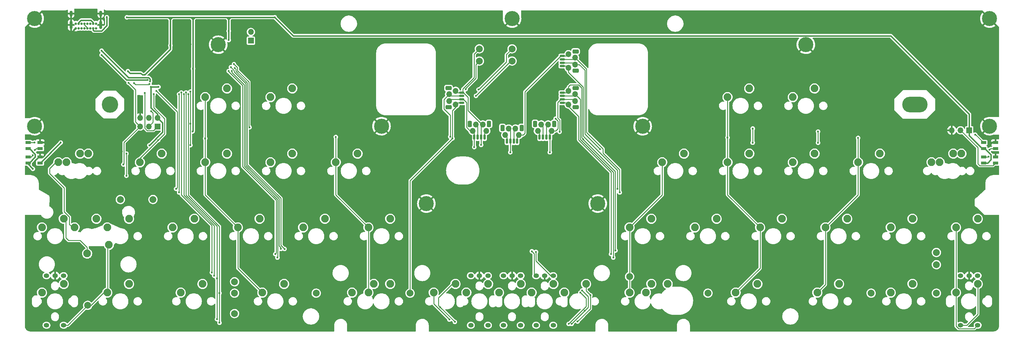
<source format=gtl>
G04 #@! TF.GenerationSoftware,KiCad,Pcbnew,(6.0.10-0)*
G04 #@! TF.CreationDate,2023-02-21T06:45:28+09:00*
G04 #@! TF.ProjectId,Sandy_Base,53616e64-795f-4426-9173-652e6b696361,v.0*
G04 #@! TF.SameCoordinates,Original*
G04 #@! TF.FileFunction,Copper,L1,Top*
G04 #@! TF.FilePolarity,Positive*
%FSLAX46Y46*%
G04 Gerber Fmt 4.6, Leading zero omitted, Abs format (unit mm)*
G04 Created by KiCad (PCBNEW (6.0.10-0)) date 2023-02-21 06:45:28*
%MOMM*%
%LPD*%
G01*
G04 APERTURE LIST*
G04 Aperture macros list*
%AMRoundRect*
0 Rectangle with rounded corners*
0 $1 Rounding radius*
0 $2 $3 $4 $5 $6 $7 $8 $9 X,Y pos of 4 corners*
0 Add a 4 corners polygon primitive as box body*
4,1,4,$2,$3,$4,$5,$6,$7,$8,$9,$2,$3,0*
0 Add four circle primitives for the rounded corners*
1,1,$1+$1,$2,$3*
1,1,$1+$1,$4,$5*
1,1,$1+$1,$6,$7*
1,1,$1+$1,$8,$9*
0 Add four rect primitives between the rounded corners*
20,1,$1+$1,$2,$3,$4,$5,0*
20,1,$1+$1,$4,$5,$6,$7,0*
20,1,$1+$1,$6,$7,$8,$9,0*
20,1,$1+$1,$8,$9,$2,$3,0*%
G04 Aperture macros list end*
G04 #@! TA.AperFunction,ComponentPad*
%ADD10C,2.250000*%
G04 #@! TD*
G04 #@! TA.AperFunction,SMDPad,CuDef*
%ADD11R,1.600000X0.850000*%
G04 #@! TD*
G04 #@! TA.AperFunction,ComponentPad*
%ADD12O,1.600000X1.300000*%
G04 #@! TD*
G04 #@! TA.AperFunction,ComponentPad*
%ADD13O,1.700000X1.700000*%
G04 #@! TD*
G04 #@! TA.AperFunction,SMDPad,CuDef*
%ADD14RoundRect,0.150000X0.625000X-0.150000X0.625000X0.150000X-0.625000X0.150000X-0.625000X-0.150000X0*%
G04 #@! TD*
G04 #@! TA.AperFunction,SMDPad,CuDef*
%ADD15RoundRect,0.250000X0.650000X-0.350000X0.650000X0.350000X-0.650000X0.350000X-0.650000X-0.350000X0*%
G04 #@! TD*
G04 #@! TA.AperFunction,ComponentPad*
%ADD16C,4.400000*%
G04 #@! TD*
G04 #@! TA.AperFunction,SMDPad,CuDef*
%ADD17RoundRect,0.150000X0.150000X0.625000X-0.150000X0.625000X-0.150000X-0.625000X0.150000X-0.625000X0*%
G04 #@! TD*
G04 #@! TA.AperFunction,SMDPad,CuDef*
%ADD18RoundRect,0.250000X0.350000X0.650000X-0.350000X0.650000X-0.350000X-0.650000X0.350000X-0.650000X0*%
G04 #@! TD*
G04 #@! TA.AperFunction,ComponentPad*
%ADD19C,1.000000*%
G04 #@! TD*
G04 #@! TA.AperFunction,ComponentPad*
%ADD20C,4.800000*%
G04 #@! TD*
G04 #@! TA.AperFunction,ComponentPad*
%ADD21O,7.400000X4.600000*%
G04 #@! TD*
G04 #@! TA.AperFunction,SMDPad,CuDef*
%ADD22RoundRect,0.150000X-0.625000X0.150000X-0.625000X-0.150000X0.625000X-0.150000X0.625000X0.150000X0*%
G04 #@! TD*
G04 #@! TA.AperFunction,SMDPad,CuDef*
%ADD23RoundRect,0.250000X-0.650000X0.350000X-0.650000X-0.350000X0.650000X-0.350000X0.650000X0.350000X0*%
G04 #@! TD*
G04 #@! TA.AperFunction,ComponentPad*
%ADD24R,1.700000X1.700000*%
G04 #@! TD*
G04 #@! TA.AperFunction,ComponentPad*
%ADD25C,2.000000*%
G04 #@! TD*
G04 #@! TA.AperFunction,ComponentPad*
%ADD26C,0.700000*%
G04 #@! TD*
G04 #@! TA.AperFunction,ComponentPad*
%ADD27O,0.900000X2.400000*%
G04 #@! TD*
G04 #@! TA.AperFunction,ComponentPad*
%ADD28O,0.900000X1.700000*%
G04 #@! TD*
G04 #@! TA.AperFunction,ViaPad*
%ADD29C,0.600000*%
G04 #@! TD*
G04 #@! TA.AperFunction,Conductor*
%ADD30C,0.254000*%
G04 #@! TD*
G04 #@! TA.AperFunction,Conductor*
%ADD31C,0.381000*%
G04 #@! TD*
G04 APERTURE END LIST*
D10*
X231561695Y-81613685D03*
X237911695Y-79073685D03*
X250611775Y-81613685D03*
X256961775Y-79073685D03*
X50585935Y-62563565D03*
X56935935Y-60023565D03*
X98210935Y-81613645D03*
X104560935Y-79073645D03*
X88685935Y-62563565D03*
X95035935Y-60023565D03*
X269662015Y-100663725D03*
X276012015Y-98123725D03*
X88685935Y-43513485D03*
X95035935Y-40973485D03*
X107735935Y-62563565D03*
X114085935Y-60023565D03*
X288712095Y-81613685D03*
X295062095Y-79073685D03*
X222036655Y-43513525D03*
X228386655Y-40973525D03*
X222036655Y-62563605D03*
X228386655Y-60023605D03*
X241086735Y-62563605D03*
X247436735Y-60023605D03*
X22010975Y-81613765D03*
X28360975Y-79073765D03*
X41060975Y-81613765D03*
X47410975Y-79073765D03*
X212511615Y-81613645D03*
X218861615Y-79073645D03*
X193461535Y-81613645D03*
X199811535Y-79073645D03*
X241086735Y-43513525D03*
X247436735Y-40973525D03*
X117260935Y-81613645D03*
X123610935Y-79073645D03*
X69635935Y-43513485D03*
X75985935Y-40973485D03*
X79160935Y-81613645D03*
X85510935Y-79073645D03*
X60110935Y-81613645D03*
X66460935Y-79073645D03*
X22010975Y-100663765D03*
X28360975Y-98123765D03*
X86304995Y-100663765D03*
X92654995Y-98123765D03*
X117261375Y-100663765D03*
X123611375Y-98123765D03*
X193460975Y-100663765D03*
X199810975Y-98123765D03*
X224417225Y-100663765D03*
X230767225Y-98123765D03*
D11*
X21445935Y-58553405D03*
X21445935Y-56803405D03*
X17945935Y-56803405D03*
X17945935Y-58553405D03*
X21445935Y-62753405D03*
X21445935Y-61003405D03*
X17945935Y-61003405D03*
X17945935Y-62753405D03*
X300245935Y-58553405D03*
X300245935Y-56803405D03*
X296745935Y-56803405D03*
X296745935Y-58553405D03*
X300245935Y-62753405D03*
X300245935Y-61003405D03*
X296745935Y-61003405D03*
X296745935Y-62753405D03*
D10*
X283949415Y-62563605D03*
X290299415Y-60023605D03*
X260135975Y-62563765D03*
X266485975Y-60023765D03*
X145835975Y-100663405D03*
X152185975Y-98123405D03*
X164885975Y-100663765D03*
X171235975Y-98123765D03*
X29154755Y-62563605D03*
X35504755Y-60023605D03*
X26773475Y-62563765D03*
X33123475Y-60023765D03*
X41060975Y-100663765D03*
X47410975Y-98123765D03*
X269662015Y-81613685D03*
X276012015Y-79073685D03*
X69635935Y-62563565D03*
X75985935Y-60023565D03*
X288712095Y-100663765D03*
X295062095Y-98123765D03*
X62492225Y-100663765D03*
X68842225Y-98123765D03*
X202986575Y-62563565D03*
X209336575Y-60023565D03*
D12*
X295022095Y-95703765D03*
X290022095Y-95703765D03*
X292522095Y-95703765D03*
X295022095Y-110203765D03*
X290022095Y-110203765D03*
D10*
X41537185Y-86693405D03*
X35187185Y-89233405D03*
X248229685Y-100663405D03*
X254579685Y-98123405D03*
D13*
X175639685Y-45672155D03*
D14*
X173839685Y-45172155D03*
D13*
X177539685Y-44672155D03*
D14*
X173839685Y-44172155D03*
D13*
X177539685Y-42672155D03*
D14*
X173839685Y-43172155D03*
D13*
X175639685Y-41672155D03*
D14*
X173839685Y-42172155D03*
D15*
X177714685Y-40872155D03*
X177714685Y-46472155D03*
D16*
X298474060Y-52006530D03*
D13*
X151645935Y-53397155D03*
D17*
X151145935Y-55197155D03*
X150145935Y-55197155D03*
D13*
X150645935Y-51497155D03*
D17*
X149145935Y-55197155D03*
D13*
X148645935Y-51497155D03*
D17*
X148145935Y-55197155D03*
D13*
X147645935Y-53397155D03*
D18*
X146845935Y-51322155D03*
X152445935Y-51322155D03*
D12*
X28320975Y-95703765D03*
X23320975Y-95703765D03*
X25820975Y-95703765D03*
X28320975Y-110203765D03*
X23320975Y-110203765D03*
D10*
X136311375Y-100663765D03*
X142661375Y-98123765D03*
D14*
X173839685Y-34456530D03*
D13*
X175639685Y-34956530D03*
X177539685Y-33956530D03*
D14*
X173839685Y-33456530D03*
X173839685Y-32456530D03*
D13*
X177539685Y-31956530D03*
X175639685Y-30956530D03*
D14*
X173839685Y-31456530D03*
D15*
X177714685Y-35756530D03*
X177714685Y-30156530D03*
D10*
X198223435Y-100663405D03*
X204573435Y-98123405D03*
X174410975Y-100663765D03*
X180760975Y-98123765D03*
D16*
X19872407Y-20561655D03*
D12*
X161670975Y-95703405D03*
X156670975Y-95703405D03*
X159170975Y-95703405D03*
X161670975Y-110203405D03*
X156670975Y-110203405D03*
D10*
X281567185Y-62563605D03*
X287917185Y-60023605D03*
D16*
X159170935Y-20561655D03*
X73445935Y-28194030D03*
X197270935Y-52053405D03*
D19*
X279345935Y-44428365D03*
X43095935Y-47028365D03*
X278095935Y-43928365D03*
X40495935Y-46978365D03*
X43745935Y-45678365D03*
X39945935Y-45678365D03*
X275295935Y-47428365D03*
X278095935Y-47428365D03*
X273545935Y-45678365D03*
X274045935Y-44428365D03*
X41845935Y-47578365D03*
D20*
X41845935Y-45678365D03*
D19*
X274045935Y-46928365D03*
X279345935Y-46928365D03*
D21*
X276695935Y-45678365D03*
D19*
X40495935Y-44328365D03*
X43095935Y-44328365D03*
X279845935Y-45678365D03*
X276695935Y-43928365D03*
X41845935Y-43778365D03*
X275295935Y-43928365D03*
X276695935Y-47428365D03*
D17*
X160670935Y-56387780D03*
D13*
X161170935Y-54587780D03*
X160170935Y-52687780D03*
D17*
X159670935Y-56387780D03*
X158670935Y-56387780D03*
D13*
X158170935Y-52687780D03*
D17*
X157670935Y-56387780D03*
D13*
X157170935Y-54587780D03*
D18*
X161970935Y-52512780D03*
X156370935Y-52512780D03*
D10*
X112498435Y-100663405D03*
X118848435Y-98123405D03*
D12*
X171195975Y-95703765D03*
X166195975Y-95703765D03*
X168695975Y-95703765D03*
X171195975Y-110203765D03*
X166195975Y-110203765D03*
D10*
X31535975Y-81613765D03*
X37885975Y-79073765D03*
D13*
X142702185Y-41672155D03*
D22*
X144502185Y-42172155D03*
D13*
X140802185Y-42672155D03*
D22*
X144502185Y-43172155D03*
X144502185Y-44172155D03*
D13*
X140802185Y-44672155D03*
D22*
X144502185Y-45172155D03*
D13*
X142702185Y-45672155D03*
D23*
X140627185Y-46472155D03*
X140627185Y-40872155D03*
D13*
X170695935Y-53397155D03*
D17*
X170195935Y-55197155D03*
X169195935Y-55197155D03*
D13*
X169695935Y-51497155D03*
D17*
X168195935Y-55197155D03*
D13*
X167695935Y-51497155D03*
X166695935Y-53397155D03*
D17*
X167195935Y-55197155D03*
D18*
X171495935Y-51322155D03*
X165895935Y-51322155D03*
D16*
X134167810Y-74628405D03*
X244895935Y-28194030D03*
X121070935Y-52006530D03*
X19867810Y-52006530D03*
D10*
X155360975Y-100663765D03*
X161710975Y-98123765D03*
D12*
X152145975Y-95703405D03*
X147145975Y-95703405D03*
X149645975Y-95703405D03*
X152145975Y-110203405D03*
X147145975Y-110203405D03*
D16*
X298474060Y-20561655D03*
X184174060Y-74628405D03*
D24*
X82970935Y-27003405D03*
D13*
X82970935Y-24463405D03*
D25*
X102020935Y-100822155D03*
X193460935Y-95964405D03*
X263945935Y-100822155D03*
X35345935Y-104394030D03*
X44870935Y-73437780D03*
X282995935Y-88915905D03*
X282995935Y-92487780D03*
D24*
X55730310Y-52090905D03*
D13*
X55730310Y-49550905D03*
X53190310Y-52090905D03*
X53190310Y-49550905D03*
X50650310Y-52090905D03*
X50650310Y-49550905D03*
D25*
X216320935Y-100822155D03*
X159170935Y-32956530D03*
X282995935Y-100822155D03*
X78208435Y-100822155D03*
X78208435Y-97488405D03*
X149645935Y-32956530D03*
X149645935Y-29384655D03*
X54395935Y-73428405D03*
D26*
X31845935Y-23418365D03*
X32695935Y-23418365D03*
X33545935Y-23418365D03*
X34395935Y-23418365D03*
X35245935Y-23418365D03*
X36095935Y-23418365D03*
X36945935Y-23418365D03*
X37795935Y-23418365D03*
X37795935Y-22068365D03*
X36945935Y-22068365D03*
X36095935Y-22068365D03*
X35245935Y-22068365D03*
X34395935Y-22068365D03*
X33545935Y-22068365D03*
X32695935Y-22068365D03*
X31845935Y-22068365D03*
D27*
X39145935Y-22438365D03*
D28*
X30495935Y-19058365D03*
D27*
X30495935Y-22438365D03*
D28*
X39145935Y-19058365D03*
D25*
X129414685Y-100822155D03*
X159170935Y-29384655D03*
D24*
X292558435Y-53197155D03*
D13*
X290018435Y-53197155D03*
X287478435Y-53197155D03*
D25*
X78208435Y-106775280D03*
D29*
X46648935Y-66500405D03*
X46648735Y-60023605D03*
X46775935Y-20177155D03*
X55999310Y-40513030D03*
X65947635Y-53546405D03*
X53360718Y-57589657D03*
X53809900Y-40478075D03*
X76517500Y-26812875D03*
X66079935Y-35163155D03*
X76485779Y-24152092D03*
X19343935Y-64468405D03*
X47085220Y-35925155D03*
X52006197Y-36997972D03*
X89924185Y-20177155D03*
X59475935Y-28400405D03*
X40933935Y-20145405D03*
X39409937Y-29924405D03*
X53555900Y-38903275D03*
X39409934Y-31194404D03*
X52844700Y-38478875D03*
X48883654Y-39375218D03*
X53398477Y-39690390D03*
X19343935Y-60499653D03*
X19961102Y-58975655D03*
X27490997Y-56797604D03*
X19867810Y-56769030D03*
X294295935Y-54478405D03*
X298235935Y-60912405D03*
X298489935Y-58880405D03*
X73809810Y-100807530D03*
X64682935Y-42656155D03*
X73809810Y-109475280D03*
X138215935Y-104945941D03*
X142488167Y-109218173D03*
X150153935Y-57482004D03*
X65317935Y-51260405D03*
X65317935Y-41894155D03*
X229382371Y-56823556D03*
X65317935Y-57543206D03*
X229401935Y-52689155D03*
X78031144Y-33870020D03*
X248451935Y-53578155D03*
X148145935Y-58111704D03*
X145646201Y-41164671D03*
X82557738Y-52328843D03*
X248451935Y-56837492D03*
X190588810Y-71375280D03*
X62033060Y-71375280D03*
X62015935Y-42656155D03*
X189910235Y-70325280D03*
X55411935Y-41735405D03*
X61141810Y-70325280D03*
X73081810Y-96472405D03*
X64047935Y-42148155D03*
X73081810Y-108425280D03*
X178285201Y-109109671D03*
X182030935Y-101425405D03*
X77382934Y-35893406D03*
X90712636Y-90413454D03*
X188713060Y-90425280D03*
X180379933Y-105997405D03*
X176569935Y-109807405D03*
X179617935Y-100028405D03*
X158662935Y-59642405D03*
X53887935Y-47653605D03*
X69635935Y-55578405D03*
X45759935Y-63198405D03*
X47283937Y-39322405D03*
X107735935Y-55165931D03*
X141123768Y-55070404D03*
X76493935Y-35893405D03*
X188031685Y-89392155D03*
X90082935Y-89392155D03*
X55919935Y-56086405D03*
X54607658Y-42615882D03*
X179109575Y-100663765D03*
X170195934Y-59626846D03*
X175680935Y-109802105D03*
X184832715Y-58745625D03*
X171900030Y-49792569D03*
X222036655Y-55324405D03*
X173044100Y-53643240D03*
X260135935Y-55437156D03*
X189342760Y-88344405D03*
X179947074Y-55831640D03*
X149391935Y-41290905D03*
X148645935Y-43132405D03*
X71582674Y-94779666D03*
X62650935Y-42148155D03*
X63412935Y-42656155D03*
X72264545Y-95703765D03*
X77129716Y-34749656D03*
X164948670Y-88567420D03*
X91733935Y-87868155D03*
X92787260Y-87905480D03*
X78273466Y-35002874D03*
X166155936Y-88762455D03*
X198795935Y-59978405D03*
X50839935Y-53800405D03*
X284519935Y-53038405D03*
X284773935Y-87328405D03*
X128309935Y-84280405D03*
X46775935Y-109426405D03*
X173521935Y-91392405D03*
X186983935Y-72342405D03*
X74969935Y-53292405D03*
X39663935Y-32972405D03*
X93295935Y-59478405D03*
X77795935Y-29978405D03*
X171235935Y-93678405D03*
X295795935Y-54478405D03*
X29249935Y-45926405D03*
X163869935Y-95456405D03*
X36295935Y-24478405D03*
X220765935Y-69548405D03*
X77128935Y-38052405D03*
X265215935Y-61674405D03*
X22899935Y-65484405D03*
X161795935Y-47978405D03*
X111795935Y-59478405D03*
X174283935Y-53478405D03*
X111795935Y-29978405D03*
X111545935Y-34242405D03*
X204001935Y-72342405D03*
X298489935Y-57610405D03*
X128309935Y-68855370D03*
X54395935Y-110950405D03*
X65317935Y-80724405D03*
X70651935Y-81486405D03*
X150407935Y-47958405D03*
X200295935Y-53478405D03*
X47029935Y-70310405D03*
X263945935Y-18669030D03*
X42457935Y-62944405D03*
X207049935Y-109156530D03*
X165139935Y-27130405D03*
X206795935Y-18669030D03*
X106783435Y-109156530D03*
X182795935Y-53478405D03*
X118149935Y-53546405D03*
X28741935Y-51260405D03*
X44743935Y-93678405D03*
X58205935Y-55324405D03*
X62015935Y-34496405D03*
X37885935Y-70564405D03*
X60745935Y-35766405D03*
X159297935Y-91392405D03*
X92795935Y-29978405D03*
X225845935Y-36528405D03*
X200795935Y-58978405D03*
X17486560Y-36528405D03*
X70905935Y-24082405D03*
X58459935Y-21288405D03*
X150836560Y-36528405D03*
X291123935Y-97742405D03*
X224321935Y-58978405D03*
X32297935Y-70564405D03*
X37885935Y-87963405D03*
X65063935Y-39830405D03*
X61000701Y-45926405D03*
X42711935Y-36020405D03*
X299664685Y-111537780D03*
X122975935Y-106886405D03*
X207049935Y-92916405D03*
X194295935Y-53478405D03*
X259119935Y-69548405D03*
X28233935Y-100282405D03*
X122261560Y-27003405D03*
X30773935Y-55832405D03*
X147613935Y-47196405D03*
X73445935Y-59134405D03*
X23661935Y-108410405D03*
X173521935Y-69294405D03*
X139295935Y-59478405D03*
X147613935Y-40338405D03*
X183173935Y-92916405D03*
X154471935Y-94694405D03*
X153455935Y-54054405D03*
X57237560Y-39020780D03*
X21629935Y-70310405D03*
X261151935Y-58880405D03*
X22645935Y-18669030D03*
X164885935Y-55832405D03*
X103417935Y-106886405D03*
X300855310Y-36528405D03*
X135358435Y-111537780D03*
X17486560Y-49228405D03*
X62777935Y-25606405D03*
X72683935Y-110950405D03*
X76239935Y-91392405D03*
X300855310Y-48720405D03*
X181649935Y-72342405D03*
X111545935Y-18669030D03*
X17486560Y-55197405D03*
X201795935Y-69478405D03*
X25820935Y-75819030D03*
X78545935Y-59478405D03*
X186795935Y-69478405D03*
X230671935Y-100282405D03*
X230795935Y-59978405D03*
X56295935Y-24336405D03*
X278677935Y-109426405D03*
X171295935Y-48478405D03*
X296711935Y-70310405D03*
X65317935Y-107394405D03*
X240069935Y-111204405D03*
X187745935Y-18669030D03*
X173521935Y-46180405D03*
X30265935Y-101298405D03*
X172759935Y-96472405D03*
X182983435Y-111537780D03*
X39663935Y-28908405D03*
X25947935Y-93678405D03*
X45251935Y-55832405D03*
X194889685Y-27003405D03*
X245149935Y-103584405D03*
X111545935Y-111537780D03*
X36295935Y-26978405D03*
X282995935Y-36528405D03*
X96795935Y-59478405D03*
X223795935Y-54478405D03*
X52109935Y-61268005D03*
X73699935Y-42624405D03*
X173013935Y-111537780D03*
X247943935Y-26622405D03*
X160059935Y-111537780D03*
X68619935Y-36528405D03*
X41187935Y-30432405D03*
X267247935Y-101806405D03*
X244895935Y-36528405D03*
X300855310Y-23431530D03*
X162599935Y-18669030D03*
X50585935Y-47704405D03*
X186983935Y-59642405D03*
X130595935Y-109156530D03*
X111545935Y-109156530D03*
X80049935Y-107394405D03*
X55513535Y-46282005D03*
X51537669Y-59578139D03*
X130595935Y-111537780D03*
X159805935Y-72342405D03*
X118689685Y-46053405D03*
X278233435Y-92916405D03*
X27217935Y-58626405D03*
X265977935Y-92916405D03*
X293409935Y-110188405D03*
X47537935Y-41100405D03*
X113577935Y-69294405D03*
X60999935Y-42370405D03*
X49823935Y-96726405D03*
X118295935Y-23478405D03*
X17486560Y-78438405D03*
X41295935Y-23978405D03*
X53887935Y-71326405D03*
X134167810Y-49625280D03*
X222035935Y-106886405D03*
X277915935Y-60150405D03*
X158789935Y-50244405D03*
X19851935Y-63198405D03*
X54141935Y-84788405D03*
X224067935Y-72342405D03*
X90717935Y-96726405D03*
X84113935Y-53800405D03*
X184174060Y-49625280D03*
X151423935Y-41862405D03*
X32043935Y-18240405D03*
X28741935Y-55578405D03*
X60491935Y-21288405D03*
X130595935Y-72322609D03*
X130595935Y-18669030D03*
X92749935Y-34242405D03*
X225845935Y-18669030D03*
X149645935Y-27130405D03*
X300855310Y-93678405D03*
X294902185Y-77009655D03*
X93130935Y-73866405D03*
X88939935Y-77676405D03*
X144883435Y-111537780D03*
X194889685Y-49625280D03*
X284519935Y-94440405D03*
X67222935Y-21288405D03*
X55513535Y-43259405D03*
X73445935Y-78438405D03*
X261151935Y-72342405D03*
X282995935Y-111537780D03*
X269118776Y-59352714D03*
X65386735Y-28090396D03*
X44743935Y-90503405D03*
X97575935Y-107394405D03*
X199652185Y-30575280D03*
X60644335Y-52327205D03*
X233465935Y-106886405D03*
X46013935Y-39322405D03*
X230417935Y-92916405D03*
X33295935Y-25478405D03*
X37631935Y-18240405D03*
X252515935Y-106378405D03*
X55157935Y-54308405D03*
X263945935Y-36528405D03*
X118689685Y-30575280D03*
X263945935Y-111204405D03*
X17438935Y-23193405D03*
X278423935Y-67008405D03*
X24423935Y-61674405D03*
X26709935Y-66500405D03*
X239561935Y-69548405D03*
X241847935Y-26622405D03*
X269279935Y-26622405D03*
X187491935Y-109156530D03*
X29392810Y-107140405D03*
X206795935Y-36528405D03*
X273597935Y-56594405D03*
X48807935Y-52022405D03*
X109259935Y-72342405D03*
X30265935Y-96726405D03*
X75477935Y-25733405D03*
X167425935Y-91392405D03*
X206795935Y-111537780D03*
X144819935Y-53292405D03*
X30011935Y-47958405D03*
X141263935Y-92662405D03*
X41949935Y-102822405D03*
X211558435Y-111537780D03*
X134167810Y-27003405D03*
X26201935Y-111458405D03*
X282995935Y-18669030D03*
X50585935Y-43640405D03*
X67857935Y-48212405D03*
X300855310Y-78438405D03*
X126277935Y-106886405D03*
X137739685Y-46053405D03*
X212383935Y-103076405D03*
X60644335Y-48339405D03*
X184174060Y-27003405D03*
X45310687Y-59393905D03*
X48299935Y-71326405D03*
X137295935Y-23478405D03*
X137739685Y-30575280D03*
X144819935Y-46434405D03*
X105449935Y-91392405D03*
X277153935Y-107394405D03*
X22923500Y-56784875D03*
X265723935Y-107394405D03*
X92495935Y-110950405D03*
X37727185Y-111537780D03*
X67095935Y-106378405D03*
X73445935Y-18669030D03*
X65317935Y-24082405D03*
X32043935Y-109426405D03*
X48553935Y-107394405D03*
X58205935Y-88344405D03*
X96051935Y-69294405D03*
X207295935Y-58978405D03*
X211113935Y-106378405D03*
X225845935Y-111204405D03*
X226295935Y-59978405D03*
X183173935Y-109156530D03*
X97321935Y-54054405D03*
X242863935Y-106124405D03*
X60644335Y-58677205D03*
X162853935Y-55832405D03*
X76239935Y-106378405D03*
X164123935Y-52276405D03*
X77763935Y-21288405D03*
X143549935Y-91392405D03*
X211367935Y-109156530D03*
X87923935Y-23828405D03*
X142787935Y-47958405D03*
X180602185Y-30575280D03*
X187745935Y-111537780D03*
X155741935Y-18669030D03*
X36869935Y-41100405D03*
X249467935Y-92916405D03*
X293663935Y-49482405D03*
X78545935Y-63228405D03*
X238545935Y-58626405D03*
X56173935Y-72596405D03*
X92495935Y-18669030D03*
X76239935Y-88344405D03*
X242795935Y-54478405D03*
X17486560Y-93678405D03*
X244895935Y-18669030D03*
X107481935Y-92662405D03*
X300267935Y-65230405D03*
X67349935Y-72342405D03*
X258865935Y-107394405D03*
X284519935Y-90630405D03*
X211295935Y-58978405D03*
X70295935Y-28978405D03*
X26709935Y-80724405D03*
X146343935Y-94186405D03*
X70143935Y-93678405D03*
X293917935Y-99774405D03*
X106783435Y-111537780D03*
X290869935Y-107394405D03*
X131484935Y-92535405D03*
X68619935Y-100536405D03*
X300164500Y-59832875D03*
X75223935Y-21288405D03*
X181792810Y-48434655D03*
X136437935Y-72342405D03*
X294902185Y-18669030D03*
X135358435Y-109156530D03*
X103163935Y-93678405D03*
X116295935Y-59478405D03*
X275883935Y-69802405D03*
X237783935Y-106124405D03*
X49823935Y-93678405D03*
X71413935Y-96726405D03*
X89193935Y-21288405D03*
X123991935Y-53546405D03*
X300775935Y-55070405D03*
X247689935Y-106124405D03*
X18677185Y-111537780D03*
X199652185Y-38909655D03*
X261151935Y-54184499D03*
X62777935Y-28146405D03*
X123452185Y-49625280D03*
X22818446Y-60489821D03*
X42457935Y-69548405D03*
X54395935Y-18669030D03*
X199652185Y-46053405D03*
X148375935Y-69294405D03*
X95035935Y-62690405D03*
X51982935Y-42306875D03*
X141766635Y-55583705D03*
X140882935Y-108537405D03*
D30*
X46648735Y-60023605D02*
X46648935Y-60023805D01*
X46648935Y-60023805D02*
X46648935Y-66500405D01*
X35187185Y-87423655D02*
X35187185Y-89233405D01*
X33169296Y-85405766D02*
X35187185Y-87423655D01*
X28360975Y-79073765D02*
X28995935Y-79708725D01*
X28995935Y-79708725D02*
X28995935Y-84654322D01*
X29747379Y-85405766D02*
X33169296Y-85405766D01*
X28995935Y-84654322D02*
X29747379Y-85405766D01*
D31*
X269718860Y-25600330D02*
X95347360Y-25600330D01*
X57213500Y-53736875D02*
X53360718Y-57589657D01*
X77097185Y-20177155D02*
X76485780Y-20177155D01*
X292558435Y-54726905D02*
X292558435Y-53197155D01*
X76485780Y-20177155D02*
X75827185Y-20177155D01*
X53809900Y-40478075D02*
X55964355Y-40478075D01*
X59475935Y-20780405D02*
X58880840Y-20185310D01*
X59475935Y-20780405D02*
X60071030Y-20185310D01*
X65540185Y-20177155D02*
X59856935Y-20177155D01*
X50839935Y-36528405D02*
X47688470Y-36528405D01*
X66079935Y-20780405D02*
X66079935Y-20208905D01*
X17945935Y-58553405D02*
X18378020Y-58553405D01*
X292558435Y-53197155D02*
X292558435Y-48439905D01*
X17945935Y-63070405D02*
X19343935Y-64468405D01*
X76502090Y-20772250D02*
X77097185Y-20177155D01*
X292558435Y-48439905D02*
X269718860Y-25600330D01*
X18378020Y-58553405D02*
X20037135Y-60212520D01*
X47688470Y-36528405D02*
X47085220Y-35925155D01*
X52006197Y-36997972D02*
X51309502Y-36997972D01*
X89924185Y-20177155D02*
X77097185Y-20177155D01*
X18320935Y-62753405D02*
X17945935Y-62753405D01*
X59475935Y-20399405D02*
X59475935Y-28400405D01*
X59475935Y-29528234D02*
X59475935Y-28400405D01*
X296384935Y-58553405D02*
X292558435Y-54726905D01*
X66079935Y-35163155D02*
X66079935Y-53414105D01*
X53809900Y-46584046D02*
X55730310Y-48504456D01*
X66048185Y-20177155D02*
X65540185Y-20177155D01*
X66079935Y-20780405D02*
X66683185Y-20177155D01*
X296745935Y-58553405D02*
X296384935Y-58553405D01*
X76517500Y-26812875D02*
X76517500Y-24183813D01*
X298929135Y-60361605D02*
X298929135Y-61751205D01*
X76485780Y-20772250D02*
X75890685Y-20177155D01*
X75827185Y-20177155D02*
X66683185Y-20177155D01*
X46775935Y-20177155D02*
X59856935Y-20177155D01*
X76485780Y-20772250D02*
X76485779Y-24152092D01*
X297926935Y-62753405D02*
X296745935Y-62753405D01*
X51309502Y-36997972D02*
X50839935Y-36528405D01*
X76485780Y-20772250D02*
X76485780Y-20177155D01*
X66079935Y-20208905D02*
X66048185Y-20177155D01*
X298929135Y-61751205D02*
X297926935Y-62753405D01*
X53809900Y-40478075D02*
X53809900Y-46584046D01*
X66079935Y-53414105D02*
X65947635Y-53546405D01*
X55730310Y-48504456D02*
X55730310Y-49550905D01*
X95347360Y-25600330D02*
X89924185Y-20177155D01*
X20037135Y-60212520D02*
X20037135Y-61037205D01*
X55730310Y-49550905D02*
X57213500Y-51034095D01*
X57213500Y-51034095D02*
X57213500Y-53736875D01*
X17945935Y-62753405D02*
X17945935Y-63070405D01*
X296745935Y-58553405D02*
X297120935Y-58553405D01*
X20037135Y-61037205D02*
X18320935Y-62753405D01*
X75890685Y-20177155D02*
X75827185Y-20177155D01*
X55964355Y-40478075D02*
X55999310Y-40513030D01*
X297120935Y-58553405D02*
X298929135Y-60361605D01*
X76517500Y-24183813D02*
X76485779Y-24152092D01*
X66079935Y-35163155D02*
X66079935Y-20780405D01*
X52006197Y-36997972D02*
X59475935Y-29528234D01*
X66079935Y-20780405D02*
X65540185Y-20240655D01*
X65540185Y-20240655D02*
X65540185Y-20177155D01*
X66683185Y-20177155D02*
X66048185Y-20177155D01*
X76485780Y-20772250D02*
X76502090Y-20772250D01*
X36234935Y-21034405D02*
X36945935Y-21745405D01*
X33421039Y-21034405D02*
X36234935Y-21034405D01*
X32695935Y-22068365D02*
X32695935Y-21759509D01*
X36945935Y-21745405D02*
X36945935Y-22068365D01*
X36945935Y-23418365D02*
X36945935Y-23913339D01*
X40933935Y-22593537D02*
X40933935Y-20145405D01*
X39365407Y-24162065D02*
X40933935Y-22593537D01*
X32695935Y-21759509D02*
X33421039Y-21034405D01*
X36945935Y-23913339D02*
X37194661Y-24162065D01*
X37194661Y-24162065D02*
X39365407Y-24162065D01*
X47271205Y-37785675D02*
X39409937Y-29924405D01*
X53149500Y-37785675D02*
X47271205Y-37785675D01*
X53555900Y-38192075D02*
X53149500Y-37785675D01*
X53555900Y-38903275D02*
X53555900Y-38192075D01*
X52844700Y-38478875D02*
X46694405Y-38478875D01*
X46694405Y-38478875D02*
X39409934Y-31194404D01*
D30*
X49338841Y-39830405D02*
X48883654Y-39375218D01*
X53398477Y-39690390D02*
X53258462Y-39830405D01*
X53258462Y-39830405D02*
X49338841Y-39830405D01*
X18840183Y-61003405D02*
X19343935Y-60499653D01*
X21445935Y-58553405D02*
X20383352Y-58553405D01*
X17945935Y-61003405D02*
X18840183Y-61003405D01*
X20383352Y-58553405D02*
X19961102Y-58975655D01*
D31*
X21535196Y-62753405D02*
X27490997Y-56797604D01*
X21445935Y-62753405D02*
X21535196Y-62753405D01*
D30*
X19867810Y-56769030D02*
X17980310Y-56769030D01*
X17980310Y-56769030D02*
X17945935Y-56803405D01*
X294420935Y-54478405D02*
X294295935Y-54478405D01*
X296745935Y-56803405D02*
X294420935Y-54478405D01*
X298144935Y-61003405D02*
X298235935Y-60912405D01*
X298489935Y-58880405D02*
X298816935Y-58553405D01*
X298816935Y-58553405D02*
X300245935Y-58553405D01*
X296745935Y-61003405D02*
X298144935Y-61003405D01*
X73809810Y-100807530D02*
X73809810Y-81309662D01*
X73809810Y-81309662D02*
X64682935Y-72182789D01*
X73809810Y-109475280D02*
X73809810Y-100807530D01*
X64682935Y-72182789D02*
X64682935Y-42656155D01*
X34395935Y-22068365D02*
X34395935Y-22365786D01*
X35245935Y-23215786D02*
X35245935Y-23418365D01*
X34395935Y-22365786D02*
X35245935Y-23215786D01*
X137707935Y-102187405D02*
X137707935Y-104437941D01*
X137707935Y-104437941D02*
X138215935Y-104945941D01*
X141771575Y-98123765D02*
X137707935Y-102187405D01*
X142661375Y-98123765D02*
X141771575Y-98123765D01*
X138215935Y-104945941D02*
X142488167Y-109218173D01*
X144502185Y-42172155D02*
X144956290Y-42172155D01*
X150390685Y-51497155D02*
X150645935Y-51497155D01*
X149645935Y-29384655D02*
X148121935Y-30908655D01*
X144819935Y-41100405D02*
X144819935Y-41854405D01*
X150145935Y-55197155D02*
X150145935Y-57253155D01*
X65317935Y-41894155D02*
X65317935Y-51260405D01*
X229401935Y-52689155D02*
X229401935Y-56803992D01*
X229401935Y-56803992D02*
X229382371Y-56823556D01*
X65317935Y-57543206D02*
X65317935Y-51260405D01*
X150145935Y-57253155D02*
X150153935Y-57261155D01*
X150145935Y-51997155D02*
X150145935Y-55197155D01*
X148121935Y-37798405D02*
X144819935Y-41100405D01*
X146343935Y-47450405D02*
X150390685Y-51497155D01*
X144502185Y-42172155D02*
X143202185Y-42172155D01*
X150645935Y-51497155D02*
X150145935Y-51997155D01*
X144819935Y-41854405D02*
X144502185Y-42172155D01*
X148121935Y-30908655D02*
X148121935Y-37798405D01*
X143202185Y-42172155D02*
X142702185Y-41672155D01*
X150153935Y-57261155D02*
X150153935Y-57482004D01*
X144956290Y-42172155D02*
X146343935Y-43559800D01*
X146343935Y-43559800D02*
X146343935Y-47450405D01*
X148145935Y-53897155D02*
X147645935Y-53397155D01*
X79033935Y-34872811D02*
X79033935Y-35766405D01*
X140802185Y-44672155D02*
X141302185Y-44172155D01*
X141302185Y-44172155D02*
X144502185Y-44172155D01*
X148145935Y-55197155D02*
X148145935Y-58111704D01*
X248451935Y-53578155D02*
X248451935Y-56837492D01*
X145887234Y-45103099D02*
X145887234Y-52327704D01*
X146956685Y-53397155D02*
X147645935Y-53397155D01*
X149645935Y-32956530D02*
X148629935Y-33972530D01*
X82384739Y-39117209D02*
X82384739Y-52155844D01*
X148629935Y-37989671D02*
X145646201Y-40973405D01*
X145646201Y-40973405D02*
X145646201Y-41164671D01*
X148629935Y-33972530D02*
X148629935Y-37989671D01*
X144956290Y-44172155D02*
X145887234Y-45103099D01*
X148145935Y-55197155D02*
X148145935Y-53897155D01*
X78031144Y-33870020D02*
X79033935Y-34872811D01*
X82384739Y-52155844D02*
X82557738Y-52328843D01*
X144502185Y-44172155D02*
X144956290Y-44172155D01*
X145887234Y-52327704D02*
X146956685Y-53397155D01*
X79033935Y-35766405D02*
X82384739Y-39117209D01*
X190539935Y-71326405D02*
X190588810Y-71375280D01*
X61998810Y-42673280D02*
X61998810Y-71341030D01*
X185713935Y-58626405D02*
X185713935Y-59896405D01*
X180887935Y-53800405D02*
X185713935Y-58626405D01*
X190539935Y-64722405D02*
X190539935Y-71326405D01*
X177539685Y-31956530D02*
X177039685Y-32456530D01*
X180887935Y-35304780D02*
X180887935Y-53800405D01*
X61998810Y-71341030D02*
X62033060Y-71375280D01*
X62015935Y-42656155D02*
X61998810Y-42673280D01*
X185713935Y-59896405D02*
X190539935Y-64722405D01*
X177039685Y-32456530D02*
X173839685Y-32456530D01*
X177539685Y-31956530D02*
X180887935Y-35304780D01*
X175639685Y-34956530D02*
X175639685Y-36244027D01*
X61141810Y-70325280D02*
X61507935Y-69959155D01*
X179974533Y-40578875D02*
X179974533Y-54940746D01*
X189910235Y-64876448D02*
X189910235Y-70325280D01*
X61507935Y-69959155D02*
X61507935Y-47831405D01*
X173839685Y-34456530D02*
X175139685Y-34456530D01*
X175139685Y-34456530D02*
X175639685Y-34956530D01*
X175639685Y-36244027D02*
X179974533Y-40578875D01*
X179974533Y-54940746D02*
X189910235Y-64876448D01*
X61507935Y-47831405D02*
X55411935Y-41735405D01*
X73081810Y-81227536D02*
X73081810Y-96472405D01*
X64047935Y-72193661D02*
X73081810Y-81227536D01*
X64047935Y-42148155D02*
X64047935Y-72193661D01*
X73081810Y-108425280D02*
X73081810Y-96472405D01*
X295060935Y-62953805D02*
X295060935Y-58239655D01*
X295615735Y-63508605D02*
X295060935Y-62953805D01*
X299490735Y-63508605D02*
X295615735Y-63508605D01*
X295060935Y-58239655D02*
X290018435Y-53197155D01*
X300245935Y-62753405D02*
X299490735Y-63508605D01*
X182030935Y-105362405D02*
X178285201Y-109108139D01*
X182030935Y-101425405D02*
X182030935Y-105362405D01*
X178285201Y-109108139D02*
X178285201Y-109109671D01*
X180760975Y-100155445D02*
X182030935Y-101425405D01*
X180760975Y-98123765D02*
X180760975Y-100155445D01*
X90793636Y-73423233D02*
X90793636Y-90332454D01*
X179061131Y-55836229D02*
X188713060Y-65488158D01*
X77382934Y-35893406D02*
X77382934Y-36263532D01*
X188713060Y-65488158D02*
X188713060Y-90425280D01*
X77382934Y-36263532D02*
X81014636Y-39895234D01*
X177039685Y-43172155D02*
X173839685Y-43172155D01*
X81014636Y-63644234D02*
X90793636Y-73423233D01*
X177539685Y-42672155D02*
X179061131Y-44193601D01*
X90793636Y-90332454D02*
X90712636Y-90413454D01*
X81014636Y-39895234D02*
X81014636Y-63644234D01*
X177539685Y-42672155D02*
X177039685Y-43172155D01*
X179061131Y-44193601D02*
X179061131Y-55836229D01*
X179617935Y-100028405D02*
X181395935Y-101806405D01*
X181395935Y-101806405D02*
X181395935Y-104981403D01*
X176569935Y-109807405D02*
X180379933Y-105997405D01*
X181395935Y-104981403D02*
X180379933Y-105997405D01*
X158670935Y-56387780D02*
X158670935Y-59634405D01*
X69635935Y-62563565D02*
X69635935Y-72088645D01*
X158670935Y-59634405D02*
X158662935Y-59642405D01*
X158670935Y-53187780D02*
X158670935Y-56387780D01*
X54395935Y-48161605D02*
X53887935Y-47653605D01*
X79160935Y-81613645D02*
X79160935Y-93519705D01*
X69635935Y-43513485D02*
X69635935Y-62563565D01*
X53190310Y-52090905D02*
X54395935Y-50885280D01*
X79160935Y-93519705D02*
X86304995Y-100663765D01*
X158170935Y-52687780D02*
X158670935Y-53187780D01*
X69635935Y-72088645D02*
X79160935Y-81613645D01*
X54395935Y-50885280D02*
X54395935Y-48161605D01*
X50650310Y-52090905D02*
X49315935Y-50756530D01*
X45940387Y-63017953D02*
X45759935Y-63198405D01*
X50650310Y-52090905D02*
X45940387Y-56800828D01*
X45940387Y-56800828D02*
X45940387Y-63017953D01*
X49315935Y-41354405D02*
X47283937Y-39322405D01*
X49315935Y-50756530D02*
X49315935Y-41354405D01*
X140802185Y-42672155D02*
X141302185Y-43172155D01*
X159670935Y-53187780D02*
X159670935Y-56387780D01*
X141302185Y-43172155D02*
X144502185Y-43172155D01*
X141123768Y-48834238D02*
X141123768Y-55070404D01*
X107735935Y-62563565D02*
X107735935Y-55165931D01*
X107735935Y-72088645D02*
X117260935Y-81613645D01*
X117260935Y-81613645D02*
X117260935Y-100663325D01*
X160170935Y-52687780D02*
X159670935Y-53187780D01*
X139272857Y-46983327D02*
X141123768Y-48834238D01*
X117260935Y-100663325D02*
X117261375Y-100663765D01*
X139272857Y-44201483D02*
X139272857Y-46983327D01*
X140802185Y-42672155D02*
X139272857Y-44201483D01*
X107735935Y-62563565D02*
X107735935Y-72088645D01*
X90336935Y-89138155D02*
X90336935Y-73612405D01*
X175139685Y-45172155D02*
X175639685Y-45672155D01*
X175639685Y-45672155D02*
X175639685Y-46217682D01*
X76493935Y-36020405D02*
X76493935Y-35893405D01*
X178601935Y-56022905D02*
X188031685Y-65452655D01*
X90082935Y-89392155D02*
X90336935Y-89138155D01*
X175639685Y-46217682D02*
X178601935Y-49179932D01*
X178601935Y-49179932D02*
X178601935Y-56022905D01*
X188031685Y-65452655D02*
X188031685Y-89392155D01*
X80557935Y-40084405D02*
X76493935Y-36020405D01*
X80557935Y-63833405D02*
X80557935Y-40084405D01*
X173839685Y-45172155D02*
X175139685Y-45172155D01*
X90336935Y-73612405D02*
X80557935Y-63833405D01*
X290022095Y-110203765D02*
X291836624Y-110203765D01*
X291836624Y-110203765D02*
X295062095Y-106978294D01*
X295062095Y-106978294D02*
X295062095Y-98123765D01*
X160670935Y-56387780D02*
X160670935Y-55087780D01*
X55919935Y-56086405D02*
X57789671Y-54216669D01*
X173839685Y-31456530D02*
X175139685Y-31456530D01*
X57789671Y-49828141D02*
X54607658Y-46646128D01*
X26074575Y-62563765D02*
X24251474Y-64386866D01*
X30011935Y-80724405D02*
X30901295Y-81613765D01*
X30901295Y-81613765D02*
X31535975Y-81613765D01*
X160670935Y-55087780D02*
X161170935Y-54587780D01*
X26773475Y-62563765D02*
X26074575Y-62563765D01*
X175139685Y-31456530D02*
X175639685Y-30956530D01*
X41060975Y-100663765D02*
X40044575Y-100663765D01*
X162901135Y-41940975D02*
X173385580Y-31456530D01*
X41537185Y-86693405D02*
X41187935Y-87042655D01*
X24251474Y-65819944D02*
X28487935Y-70056405D01*
X173385580Y-31456530D02*
X173839685Y-31456530D01*
X41187935Y-100536805D02*
X41060975Y-100663765D01*
X50585935Y-62563565D02*
X50585935Y-61420405D01*
X29536200Y-110203765D02*
X28320975Y-110203765D01*
X57789671Y-54216669D02*
X57789671Y-49828141D01*
X35345935Y-104394030D02*
X29536200Y-110203765D01*
X50585935Y-61420405D02*
X55919935Y-56086405D01*
X41187935Y-87042655D02*
X41187935Y-100536805D01*
X162901135Y-54059661D02*
X162901135Y-41940975D01*
X162373016Y-54587780D02*
X162901135Y-54059661D01*
X40044575Y-100663765D02*
X36314310Y-104394030D01*
X30011935Y-78565405D02*
X30011935Y-80724405D01*
X24251474Y-64386866D02*
X24251474Y-65819944D01*
X161170935Y-54587780D02*
X162373016Y-54587780D01*
X28487935Y-70056405D02*
X28487935Y-77041405D01*
X28487935Y-77041405D02*
X30011935Y-78565405D01*
X54607658Y-46646128D02*
X54607658Y-42615882D01*
X36314310Y-104394030D02*
X35345935Y-104394030D01*
X177039685Y-33456530D02*
X173839685Y-33456530D01*
X202986575Y-62563565D02*
X202986575Y-72088605D01*
X180760935Y-102315125D02*
X179109575Y-100663765D01*
X180431234Y-35645998D02*
X180431234Y-54344144D01*
X193461535Y-95963805D02*
X193460935Y-95964405D01*
X193460935Y-100663725D02*
X193460975Y-100663765D01*
X202986575Y-72088605D02*
X193461535Y-81613645D01*
X172599135Y-50491674D02*
X171900030Y-49792569D01*
X180760935Y-104722105D02*
X180760935Y-102315125D01*
X193460935Y-95964405D02*
X193460935Y-100663725D01*
X193461535Y-81613645D02*
X193461535Y-95963805D01*
X170695935Y-53397155D02*
X171898016Y-53397155D01*
X170195935Y-55197155D02*
X170195934Y-59626846D01*
X180431234Y-54344144D02*
X184832715Y-58745625D01*
X175680935Y-109802105D02*
X180760935Y-104722105D01*
X170195935Y-55197155D02*
X170195935Y-53897155D01*
X172599135Y-52696036D02*
X172599135Y-50491674D01*
X170195935Y-53897155D02*
X170695935Y-53397155D01*
X177539685Y-33956530D02*
X177039685Y-33456530D01*
X171898016Y-53397155D02*
X172599135Y-52696036D01*
X193461535Y-100663205D02*
X193460975Y-100663765D01*
X178741766Y-33956530D02*
X180431234Y-35645998D01*
X177539685Y-33956530D02*
X178741766Y-33956530D01*
X231561695Y-93519295D02*
X224417225Y-100663765D01*
X222036655Y-72088645D02*
X231561695Y-81613685D01*
X168195935Y-51997155D02*
X168195935Y-55197155D01*
X222036655Y-62563605D02*
X222036655Y-55324405D01*
X231561695Y-81613685D02*
X231561695Y-93519295D01*
X222036655Y-62563605D02*
X222036655Y-72088645D01*
X167695935Y-51497155D02*
X168195935Y-51997155D01*
X222036655Y-43513525D02*
X222036655Y-55324405D01*
X169695935Y-51497155D02*
X169195935Y-51997155D01*
X260135975Y-62563765D02*
X260135975Y-72089485D01*
X177039685Y-44172155D02*
X173839685Y-44172155D01*
X169195935Y-51997155D02*
X169195935Y-55197155D01*
X250611775Y-81613685D02*
X250611775Y-98281315D01*
X172505935Y-49621097D02*
X173055836Y-50170998D01*
X177539685Y-44672155D02*
X177039685Y-44172155D01*
X173055836Y-53631504D02*
X173044100Y-53643240D01*
X173055836Y-50170998D02*
X173055836Y-53631504D01*
X260135975Y-62563765D02*
X260135975Y-55437196D01*
X172505935Y-45051800D02*
X172505935Y-49621097D01*
X250611775Y-98281315D02*
X248229685Y-100663405D01*
X260135975Y-55437196D02*
X260135935Y-55437156D01*
X173385580Y-44172155D02*
X172505935Y-45051800D01*
X173839685Y-44172155D02*
X173385580Y-44172155D01*
X260135975Y-72089485D02*
X250611775Y-81613685D01*
X288712095Y-81613685D02*
X288712095Y-100663765D01*
X175139685Y-42172155D02*
X175639685Y-41672155D01*
X288712095Y-110429977D02*
X289466083Y-111183965D01*
X167195935Y-53897155D02*
X166695935Y-53397155D01*
X175639685Y-40470074D02*
X176167804Y-39941955D01*
X178605012Y-39941955D02*
X179517832Y-40854775D01*
X289466083Y-111183965D02*
X294041895Y-111183965D01*
X176167804Y-39941955D02*
X178605012Y-39941955D01*
X294041895Y-111183965D02*
X295022095Y-110203765D01*
X189280535Y-65230133D02*
X179947074Y-55896672D01*
X179947074Y-55896672D02*
X179947074Y-55831640D01*
X173839685Y-42172155D02*
X175139685Y-42172155D01*
X189342760Y-88344405D02*
X189280535Y-88282180D01*
X179517832Y-55402398D02*
X179947074Y-55831640D01*
X189280535Y-88282180D02*
X189280535Y-65230133D01*
X175639685Y-41672155D02*
X175639685Y-40470074D01*
X179517832Y-40854775D02*
X179517832Y-55402398D01*
X288712095Y-100663765D02*
X288712095Y-110429977D01*
X167195935Y-55197155D02*
X167195935Y-53897155D01*
X157519935Y-31035655D02*
X157519935Y-33226405D01*
X149455435Y-41290905D02*
X149391935Y-41290905D01*
X159170935Y-29384655D02*
X157519935Y-31035655D01*
X151145935Y-53897155D02*
X151645935Y-53397155D01*
X151145935Y-55197155D02*
X151145935Y-53897155D01*
X157519935Y-33226405D02*
X149455435Y-41290905D01*
X159170935Y-32956530D02*
X158805810Y-32956530D01*
X148645935Y-43116405D02*
X148645935Y-43132405D01*
X158805810Y-32956530D02*
X148645935Y-43116405D01*
X149145935Y-51997155D02*
X149145935Y-55197155D01*
X148645935Y-51497155D02*
X149145935Y-51997155D01*
X62650935Y-42148155D02*
X62662760Y-42159980D01*
X62662760Y-42159980D02*
X62662760Y-72100230D01*
X62662760Y-72100230D02*
X71582674Y-81020144D01*
X71582674Y-81020144D02*
X71582674Y-94779666D01*
X63412935Y-72204533D02*
X63412935Y-42656155D01*
X72264545Y-81056143D02*
X63412935Y-72204533D01*
X72264545Y-95703765D02*
X72264545Y-81056143D01*
X78120533Y-36144748D02*
X78120533Y-35740473D01*
X78120533Y-35740473D02*
X77129716Y-34749656D01*
X81471337Y-63455063D02*
X81471337Y-39495553D01*
X91250337Y-73234061D02*
X81471337Y-63455063D01*
X91250337Y-87014429D02*
X91250337Y-73234061D01*
X91733935Y-87868155D02*
X91733935Y-87498027D01*
X165647935Y-89266685D02*
X164948670Y-88567420D01*
X166195975Y-95703765D02*
X165647935Y-95155725D01*
X91733935Y-87498027D02*
X91250337Y-87014429D01*
X81471337Y-39495553D02*
X78120533Y-36144748D01*
X165647935Y-95155725D02*
X165647935Y-89266685D01*
X91707038Y-73044890D02*
X81928038Y-63265892D01*
X78577234Y-35955577D02*
X78577234Y-35306642D01*
X170467295Y-95703765D02*
X166155936Y-91392406D01*
X81928038Y-63265892D02*
X81928038Y-39306380D01*
X171195975Y-95703765D02*
X170467295Y-95703765D01*
X91707038Y-86825258D02*
X91707038Y-73044890D01*
X81928038Y-39306380D02*
X78577234Y-35955577D01*
X78577234Y-35306642D02*
X78273466Y-35002874D01*
X92787260Y-87905480D02*
X91707038Y-86825258D01*
X166155936Y-91392406D02*
X166155936Y-88762455D01*
D31*
X300245935Y-61003405D02*
X300245935Y-59914310D01*
X300245935Y-59914310D02*
X300164500Y-59832875D01*
X21070935Y-61003405D02*
X19851935Y-62222405D01*
X22304862Y-61003405D02*
X22818446Y-60489821D01*
X300245935Y-56803405D02*
X299296935Y-56803405D01*
X299296935Y-56803405D02*
X298489935Y-57610405D01*
X21445935Y-61003405D02*
X21070935Y-61003405D01*
X22904970Y-56803405D02*
X22923500Y-56784875D01*
X21445935Y-56803405D02*
X22904970Y-56803405D01*
X19851935Y-62222405D02*
X19851935Y-63198405D01*
X21445935Y-61003405D02*
X22304862Y-61003405D01*
D30*
X136311375Y-103965845D02*
X140882935Y-108537405D01*
X51982935Y-52552585D02*
X51982935Y-42306875D01*
X141766635Y-47455705D02*
X141766635Y-55583705D01*
X142702185Y-46520155D02*
X141766635Y-47455705D01*
X136311375Y-100663765D02*
X136311375Y-103965845D01*
X157670935Y-55087780D02*
X157170935Y-54587780D01*
X52701455Y-53271105D02*
X51982935Y-52552585D01*
X143202185Y-45172155D02*
X142702185Y-45672155D01*
X129414685Y-67935655D02*
X141766635Y-55583705D01*
X144502185Y-45172155D02*
X143202185Y-45172155D01*
X54550110Y-53271105D02*
X52701455Y-53271105D01*
X142702185Y-45672155D02*
X142702185Y-46520155D01*
X55730310Y-52090905D02*
X54550110Y-53271105D01*
X157670935Y-56387780D02*
X157670935Y-55087780D01*
X129414685Y-100822155D02*
X129414685Y-67935655D01*
G04 #@! TA.AperFunction,Conductor*
G36*
X38132856Y-17654467D02*
G01*
X38179349Y-17708123D01*
X38190735Y-17760465D01*
X38190735Y-18533460D01*
X38189686Y-18549687D01*
X38188020Y-18562517D01*
X38187935Y-18565749D01*
X38187935Y-18786250D01*
X38192410Y-18801489D01*
X38193800Y-18802694D01*
X38201483Y-18804365D01*
X40085820Y-18804365D01*
X40101059Y-18799890D01*
X40102264Y-18798500D01*
X40103935Y-18790817D01*
X40103935Y-18612918D01*
X40103612Y-18606543D01*
X40089853Y-18471088D01*
X40087299Y-18458648D01*
X40063401Y-18382388D01*
X40057635Y-18344709D01*
X40057635Y-18005335D01*
X40077637Y-17937214D01*
X40131293Y-17890721D01*
X40201567Y-17880617D01*
X40263568Y-17907935D01*
X40299246Y-17937214D01*
X40368007Y-17993644D01*
X40516741Y-18073139D01*
X40522659Y-18074934D01*
X40522664Y-18074936D01*
X40672204Y-18120291D01*
X40678126Y-18122087D01*
X40715519Y-18125768D01*
X40772420Y-18131369D01*
X40779475Y-18132472D01*
X40783864Y-18134013D01*
X40789083Y-18134465D01*
X40797692Y-18134465D01*
X40810033Y-18135071D01*
X40815085Y-18135568D01*
X40833233Y-18137355D01*
X40833238Y-18137355D01*
X40841000Y-18138119D01*
X40845960Y-18138904D01*
X40864174Y-18136018D01*
X40883892Y-18134465D01*
X156339835Y-18134465D01*
X156407956Y-18154467D01*
X156454449Y-18208123D01*
X156465835Y-18260465D01*
X156465835Y-20420031D01*
X156465520Y-20428930D01*
X156458402Y-20529457D01*
X156458323Y-20537038D01*
X156474180Y-20855569D01*
X156475011Y-20863098D01*
X156529020Y-21177414D01*
X156530753Y-21184801D01*
X156622131Y-21490350D01*
X156624734Y-21497463D01*
X156752162Y-21789828D01*
X156755604Y-21796584D01*
X156917231Y-22071520D01*
X156921454Y-22077805D01*
X157072398Y-22275589D01*
X157083924Y-22284051D01*
X157095989Y-22277390D01*
X158822770Y-20550610D01*
X158885082Y-20516584D01*
X158911865Y-20513705D01*
X159430005Y-20513705D01*
X159498126Y-20533707D01*
X159519100Y-20550610D01*
X161244220Y-22275729D01*
X161257343Y-22282895D01*
X161267644Y-22275506D01*
X161371686Y-22147710D01*
X161376099Y-22141569D01*
X161447525Y-22028365D01*
X204395935Y-22028365D01*
X204495935Y-22828365D01*
X204995935Y-23628365D01*
X205795935Y-24228365D01*
X206795935Y-24428365D01*
X207795935Y-24228365D01*
X208595935Y-23628365D01*
X209095935Y-22828365D01*
X209118471Y-22648078D01*
X296752763Y-22648078D01*
X296760287Y-22658509D01*
X296899543Y-22770675D01*
X296905717Y-22775063D01*
X297176331Y-22943833D01*
X297182991Y-22947449D01*
X297471912Y-23082482D01*
X297478965Y-23085275D01*
X297782030Y-23184625D01*
X297789342Y-23186543D01*
X298102152Y-23248764D01*
X298109650Y-23249792D01*
X298427670Y-23273983D01*
X298435233Y-23274101D01*
X298753845Y-23259912D01*
X298761386Y-23259120D01*
X299075984Y-23206756D01*
X299083362Y-23205066D01*
X299389415Y-23115280D01*
X299396510Y-23112726D01*
X299689556Y-22986824D01*
X299696323Y-22983420D01*
X299972102Y-22823235D01*
X299978409Y-22819045D01*
X300188365Y-22660544D01*
X300196821Y-22649151D01*
X300190105Y-22636911D01*
X298486870Y-20933675D01*
X298472929Y-20926063D01*
X298471094Y-20926194D01*
X298464480Y-20930445D01*
X296759878Y-22635048D01*
X296752763Y-22648078D01*
X209118471Y-22648078D01*
X209195935Y-22028365D01*
X209095935Y-21228365D01*
X208764292Y-20697736D01*
X208663856Y-20537038D01*
X295761448Y-20537038D01*
X295777305Y-20855569D01*
X295778136Y-20863098D01*
X295832145Y-21177414D01*
X295833878Y-21184801D01*
X295925256Y-21490350D01*
X295927859Y-21497463D01*
X296055287Y-21789828D01*
X296058729Y-21796584D01*
X296220356Y-22071520D01*
X296224579Y-22077805D01*
X296375523Y-22275589D01*
X296387049Y-22284051D01*
X296399114Y-22277390D01*
X298102040Y-20574465D01*
X298109652Y-20560524D01*
X298109521Y-20558689D01*
X298105270Y-20552075D01*
X296400505Y-18847311D01*
X296387570Y-18840247D01*
X296377009Y-18847907D01*
X296256826Y-18998727D01*
X296252470Y-19004925D01*
X296085119Y-19276419D01*
X296081539Y-19283095D01*
X295948016Y-19572729D01*
X295945266Y-19579780D01*
X295847504Y-19883363D01*
X295845621Y-19890696D01*
X295785039Y-20203825D01*
X295784052Y-20211325D01*
X295761527Y-20529457D01*
X295761448Y-20537038D01*
X208663856Y-20537038D01*
X208602109Y-20438243D01*
X208602108Y-20438242D01*
X208595935Y-20428365D01*
X207795935Y-19828365D01*
X206795935Y-19628365D01*
X205795935Y-19828365D01*
X204995935Y-20428365D01*
X204989762Y-20438242D01*
X204989761Y-20438243D01*
X204827578Y-20697736D01*
X204495935Y-21228365D01*
X204395935Y-22028365D01*
X161447525Y-22028365D01*
X161546284Y-21871842D01*
X161549940Y-21865191D01*
X161686479Y-21576990D01*
X161689310Y-21569950D01*
X161790241Y-21267422D01*
X161792205Y-21260088D01*
X161856057Y-20947644D01*
X161857129Y-20940120D01*
X161883108Y-20620706D01*
X161883313Y-20616231D01*
X161883862Y-20563876D01*
X161883752Y-20559444D01*
X161864464Y-20239508D01*
X161863556Y-20232006D01*
X161839985Y-20102944D01*
X161837935Y-20080307D01*
X161837935Y-18260465D01*
X161857937Y-18192344D01*
X161911593Y-18145851D01*
X161963935Y-18134465D01*
X296372627Y-18134465D01*
X296440748Y-18154467D01*
X296461886Y-18171533D01*
X296724047Y-18434658D01*
X296744931Y-18462397D01*
X296758580Y-18486964D01*
X298474060Y-20202445D01*
X300553776Y-22282160D01*
X300568337Y-22293081D01*
X301253094Y-22980355D01*
X301287004Y-23042730D01*
X301289835Y-23069287D01*
X301289835Y-49188130D01*
X301269833Y-49256251D01*
X301216177Y-49302744D01*
X301163835Y-49314130D01*
X298805358Y-49314130D01*
X298797117Y-49313860D01*
X298492049Y-49293865D01*
X298484484Y-49293825D01*
X298166024Y-49311351D01*
X298158510Y-49312220D01*
X297844465Y-49367878D01*
X297837104Y-49369645D01*
X297532040Y-49462622D01*
X297524920Y-49465270D01*
X297233242Y-49594220D01*
X297226505Y-49597697D01*
X296952415Y-49760763D01*
X296946151Y-49765020D01*
X296760445Y-49908292D01*
X296751977Y-49919953D01*
X296758580Y-49931839D01*
X298437155Y-51610415D01*
X298471181Y-51672727D01*
X298474060Y-51699510D01*
X298474060Y-52313550D01*
X298454058Y-52381671D01*
X298437155Y-52402645D01*
X296759878Y-54079923D01*
X296752763Y-54092953D01*
X296760287Y-54103384D01*
X296899543Y-54215550D01*
X296905717Y-54219938D01*
X297176331Y-54388708D01*
X297182991Y-54392324D01*
X297471912Y-54527357D01*
X297478965Y-54530150D01*
X297782030Y-54629500D01*
X297789342Y-54631418D01*
X298102152Y-54693639D01*
X298109650Y-54694667D01*
X298427670Y-54718858D01*
X298435233Y-54718976D01*
X298753845Y-54704787D01*
X298761386Y-54703995D01*
X299075984Y-54651631D01*
X299083362Y-54649941D01*
X299389415Y-54560155D01*
X299396510Y-54557601D01*
X299546263Y-54493262D01*
X299596001Y-54483030D01*
X301163835Y-54483030D01*
X301231956Y-54503032D01*
X301278449Y-54556688D01*
X301289835Y-54609030D01*
X301289835Y-55751247D01*
X301269833Y-55819368D01*
X301216177Y-55865861D01*
X301150228Y-55876510D01*
X301097423Y-55870774D01*
X301090607Y-55870405D01*
X300518050Y-55870405D01*
X300502811Y-55874880D01*
X300501606Y-55876270D01*
X300499935Y-55883953D01*
X300499935Y-56931405D01*
X300479933Y-56999526D01*
X300426277Y-57046019D01*
X300373935Y-57057405D01*
X298956051Y-57057405D01*
X298940812Y-57061880D01*
X298939607Y-57063270D01*
X298937936Y-57070953D01*
X298937936Y-57273074D01*
X298938306Y-57279895D01*
X298943830Y-57330757D01*
X298947456Y-57346009D01*
X298992611Y-57466459D01*
X299001149Y-57482054D01*
X299077650Y-57584129D01*
X299090211Y-57596690D01*
X299193288Y-57673942D01*
X299235803Y-57730801D01*
X299240829Y-57801620D01*
X299206895Y-57863786D01*
X299159380Y-57911383D01*
X299159377Y-57911387D01*
X299152020Y-57918757D01*
X299114509Y-57995498D01*
X299112485Y-57999638D01*
X299064600Y-58052055D01*
X298999285Y-58070305D01*
X298885162Y-58070305D01*
X298873826Y-58069038D01*
X298873780Y-58069610D01*
X298864832Y-58068890D01*
X298856077Y-58066909D01*
X298805241Y-58070063D01*
X298797439Y-58070305D01*
X298782246Y-58070305D01*
X298772653Y-58071679D01*
X298762605Y-58072708D01*
X298734044Y-58074480D01*
X298717961Y-58075478D01*
X298709512Y-58078528D01*
X298704033Y-58079663D01*
X298694197Y-58082115D01*
X298688836Y-58083683D01*
X298679951Y-58084955D01*
X298639227Y-58103471D01*
X298629879Y-58107276D01*
X298587801Y-58122466D01*
X298580551Y-58127762D01*
X298575637Y-58130375D01*
X298566839Y-58135517D01*
X298562153Y-58138514D01*
X298553978Y-58142231D01*
X298520101Y-58171422D01*
X298512176Y-58177714D01*
X298505890Y-58182306D01*
X298505885Y-58182310D01*
X298501947Y-58185187D01*
X298498495Y-58188639D01*
X298494811Y-58191794D01*
X298493823Y-58190640D01*
X298437394Y-58221454D01*
X298425090Y-58223498D01*
X298421564Y-58223906D01*
X298413971Y-58223866D01*
X298406591Y-58225638D01*
X298406589Y-58225638D01*
X298266937Y-58259166D01*
X298266936Y-58259167D01*
X298259557Y-58260938D01*
X298217436Y-58282678D01*
X298146839Y-58319116D01*
X298118443Y-58333772D01*
X298112721Y-58338764D01*
X298112719Y-58338765D01*
X298110867Y-58340381D01*
X298109236Y-58341133D01*
X298106438Y-58343034D01*
X298106121Y-58342568D01*
X298046386Y-58370091D01*
X297976078Y-58360224D01*
X297922267Y-58313912D01*
X297902035Y-58245435D01*
X297902035Y-58094653D01*
X297901366Y-58090105D01*
X297901365Y-58090098D01*
X297893158Y-58034346D01*
X297893157Y-58034344D01*
X297891732Y-58024661D01*
X297847365Y-57934296D01*
X297844074Y-57927593D01*
X297844073Y-57927592D01*
X297839484Y-57918245D01*
X297755583Y-57834490D01*
X297698465Y-57806570D01*
X297667927Y-57791643D01*
X297615510Y-57743758D01*
X297597303Y-57675135D01*
X297619087Y-57607563D01*
X297667729Y-57565340D01*
X297746747Y-57526544D01*
X297746748Y-57526543D01*
X297756095Y-57521954D01*
X297839850Y-57438053D01*
X297844424Y-57428696D01*
X297887619Y-57340329D01*
X297887620Y-57340325D01*
X297891912Y-57331545D01*
X297902035Y-57262157D01*
X297902035Y-56531290D01*
X298937935Y-56531290D01*
X298942410Y-56546529D01*
X298943800Y-56547734D01*
X298951483Y-56549405D01*
X299973820Y-56549405D01*
X299989059Y-56544930D01*
X299990264Y-56543540D01*
X299991935Y-56535857D01*
X299991935Y-55888521D01*
X299987460Y-55873282D01*
X299986070Y-55872077D01*
X299978387Y-55870406D01*
X299401266Y-55870406D01*
X299394445Y-55870776D01*
X299343583Y-55876300D01*
X299328331Y-55879926D01*
X299207881Y-55925081D01*
X299192286Y-55933619D01*
X299090211Y-56010120D01*
X299077650Y-56022681D01*
X299001149Y-56124756D01*
X298992611Y-56140351D01*
X298947457Y-56260799D01*
X298943830Y-56276054D01*
X298938304Y-56326919D01*
X298937935Y-56333733D01*
X298937935Y-56531290D01*
X297902035Y-56531290D01*
X297902035Y-56344653D01*
X297901366Y-56340105D01*
X297901365Y-56340098D01*
X297893158Y-56284346D01*
X297893157Y-56284344D01*
X297891732Y-56274661D01*
X297887417Y-56265872D01*
X297844074Y-56177593D01*
X297844073Y-56177592D01*
X297839484Y-56168245D01*
X297793037Y-56121879D01*
X297762954Y-56091848D01*
X297762953Y-56091848D01*
X297755583Y-56084490D01*
X297735919Y-56074878D01*
X297657859Y-56036721D01*
X297657855Y-56036720D01*
X297649075Y-56032428D01*
X297601283Y-56025456D01*
X297584212Y-56022965D01*
X297584210Y-56022965D01*
X297579687Y-56022305D01*
X296700231Y-56022305D01*
X296632110Y-56002303D01*
X296611136Y-55985400D01*
X294951666Y-54325930D01*
X294922895Y-54281373D01*
X294915452Y-54261674D01*
X294886963Y-54186281D01*
X294884328Y-54179307D01*
X294881644Y-54172204D01*
X294826496Y-54091963D01*
X294796000Y-54047590D01*
X294795998Y-54047588D01*
X294791698Y-54041331D01*
X294773947Y-54025515D01*
X294678806Y-53940749D01*
X294673130Y-53935692D01*
X294666414Y-53932136D01*
X294666411Y-53932134D01*
X294564481Y-53878165D01*
X294532787Y-53861384D01*
X294518343Y-53857756D01*
X294386141Y-53824549D01*
X294386137Y-53824549D01*
X294378770Y-53822698D01*
X294371170Y-53822658D01*
X294371169Y-53822658D01*
X294306147Y-53822318D01*
X294219971Y-53821866D01*
X294212591Y-53823638D01*
X294212589Y-53823638D01*
X294072937Y-53857166D01*
X294072936Y-53857167D01*
X294065557Y-53858938D01*
X293948324Y-53919446D01*
X293878618Y-53932915D01*
X293812694Y-53906560D01*
X293771485Y-53848747D01*
X293764535Y-53807480D01*
X293764535Y-52313403D01*
X293763866Y-52308855D01*
X293763865Y-52308848D01*
X293755658Y-52253096D01*
X293755657Y-52253094D01*
X293754232Y-52243411D01*
X293749917Y-52234622D01*
X293706574Y-52146343D01*
X293706573Y-52146342D01*
X293701984Y-52136995D01*
X293630241Y-52065377D01*
X293625454Y-52060598D01*
X293625453Y-52060598D01*
X293618083Y-52053240D01*
X293598822Y-52043825D01*
X293520359Y-52005471D01*
X293520355Y-52005470D01*
X293511575Y-52001178D01*
X293460454Y-51993720D01*
X293446712Y-51991715D01*
X293446710Y-51991715D01*
X293442187Y-51991055D01*
X293231035Y-51991055D01*
X293199900Y-51981913D01*
X295761448Y-51981913D01*
X295777305Y-52300444D01*
X295778136Y-52307973D01*
X295832145Y-52622289D01*
X295833878Y-52629676D01*
X295925256Y-52935225D01*
X295927859Y-52942338D01*
X296055287Y-53234703D01*
X296058729Y-53241459D01*
X296220356Y-53516395D01*
X296224579Y-53522680D01*
X296375523Y-53720464D01*
X296387049Y-53728926D01*
X296399114Y-53722265D01*
X298102040Y-52019340D01*
X298109652Y-52005399D01*
X298109521Y-52003564D01*
X298105270Y-51996950D01*
X296400505Y-50292186D01*
X296387570Y-50285122D01*
X296377009Y-50292782D01*
X296256826Y-50443602D01*
X296252470Y-50449800D01*
X296085119Y-50721294D01*
X296081539Y-50727970D01*
X295948016Y-51017604D01*
X295945266Y-51024655D01*
X295847504Y-51328238D01*
X295845621Y-51335571D01*
X295785039Y-51648700D01*
X295784052Y-51656200D01*
X295761527Y-51974332D01*
X295761448Y-51981913D01*
X293199900Y-51981913D01*
X293162914Y-51971053D01*
X293116421Y-51917397D01*
X293105035Y-51865055D01*
X293105035Y-48454809D01*
X293105146Y-48449532D01*
X293106124Y-48426190D01*
X293107726Y-48387982D01*
X293097866Y-48345942D01*
X293095705Y-48334281D01*
X293094994Y-48329086D01*
X293094073Y-48322366D01*
X293091015Y-48300040D01*
X293091014Y-48300037D01*
X293089849Y-48291531D01*
X293083951Y-48277901D01*
X293076920Y-48256639D01*
X293075491Y-48250548D01*
X293075491Y-48250547D01*
X293073528Y-48242179D01*
X293052735Y-48204357D01*
X293047514Y-48193699D01*
X293047045Y-48192614D01*
X293030373Y-48154089D01*
X293021027Y-48142548D01*
X293008534Y-48123957D01*
X293004562Y-48116732D01*
X293001381Y-48110945D01*
X292994422Y-48102883D01*
X292970100Y-48078561D01*
X292961275Y-48068761D01*
X292955172Y-48061225D01*
X292936126Y-48037705D01*
X292927411Y-48031511D01*
X292920960Y-48026927D01*
X292904855Y-48013316D01*
X270115911Y-25224372D01*
X270112258Y-25220563D01*
X270076370Y-25181535D01*
X270070552Y-25175208D01*
X270033857Y-25152456D01*
X270024086Y-25145740D01*
X270022374Y-25144440D01*
X269989710Y-25119647D01*
X269975895Y-25114177D01*
X269955894Y-25104117D01*
X269950572Y-25100817D01*
X269943272Y-25096291D01*
X269909830Y-25086575D01*
X269901833Y-25084252D01*
X269890603Y-25080407D01*
X269858454Y-25067678D01*
X269858448Y-25067676D01*
X269850468Y-25064517D01*
X269841930Y-25063620D01*
X269841927Y-25063619D01*
X269835708Y-25062966D01*
X269813714Y-25058651D01*
X269805800Y-25056351D01*
X269805791Y-25056349D01*
X269799460Y-25054510D01*
X269792477Y-25053997D01*
X269791144Y-25053899D01*
X269791136Y-25053899D01*
X269788839Y-25053730D01*
X269754435Y-25053730D01*
X269741265Y-25053040D01*
X269737382Y-25052632D01*
X269701530Y-25048864D01*
X269693065Y-25050296D01*
X269693055Y-25050296D01*
X269683190Y-25051965D01*
X269662177Y-25053730D01*
X95625959Y-25053730D01*
X95557838Y-25033728D01*
X95536864Y-25016825D01*
X92548404Y-22028365D01*
X109145935Y-22028365D01*
X109245935Y-22828365D01*
X109745935Y-23628365D01*
X110545935Y-24228365D01*
X111545935Y-24428365D01*
X112545935Y-24228365D01*
X113345935Y-23628365D01*
X113845935Y-22828365D01*
X113868471Y-22648078D01*
X157449638Y-22648078D01*
X157457162Y-22658509D01*
X157596418Y-22770675D01*
X157602592Y-22775063D01*
X157873206Y-22943833D01*
X157879866Y-22947449D01*
X158168787Y-23082482D01*
X158175840Y-23085275D01*
X158478905Y-23184625D01*
X158486217Y-23186543D01*
X158799027Y-23248764D01*
X158806525Y-23249792D01*
X159124545Y-23273983D01*
X159132108Y-23274101D01*
X159450720Y-23259912D01*
X159458261Y-23259120D01*
X159772859Y-23206756D01*
X159780237Y-23205066D01*
X160086290Y-23115280D01*
X160093385Y-23112726D01*
X160386431Y-22986824D01*
X160393198Y-22983420D01*
X160668977Y-22823235D01*
X160675284Y-22819045D01*
X160885240Y-22660544D01*
X160893696Y-22649151D01*
X160886980Y-22636911D01*
X159183745Y-20933675D01*
X159169804Y-20926063D01*
X159167969Y-20926194D01*
X159161355Y-20930445D01*
X157456753Y-22635048D01*
X157449638Y-22648078D01*
X113868471Y-22648078D01*
X113945935Y-22028365D01*
X113845935Y-21228365D01*
X113514292Y-20697736D01*
X113352109Y-20438243D01*
X113352108Y-20438242D01*
X113345935Y-20428365D01*
X112545935Y-19828365D01*
X111545935Y-19628365D01*
X110545935Y-19828365D01*
X109745935Y-20428365D01*
X109739762Y-20438242D01*
X109739761Y-20438243D01*
X109577578Y-20697736D01*
X109245935Y-21228365D01*
X109145935Y-22028365D01*
X92548404Y-22028365D01*
X90598280Y-20078241D01*
X90566257Y-20021411D01*
X90566026Y-20019504D01*
X90509894Y-19870954D01*
X90419948Y-19740081D01*
X90408542Y-19729918D01*
X90307056Y-19639499D01*
X90301380Y-19634442D01*
X90294664Y-19630886D01*
X90294661Y-19630884D01*
X90184825Y-19572729D01*
X90161037Y-19560134D01*
X90151299Y-19557688D01*
X90014391Y-19523299D01*
X90014387Y-19523299D01*
X90007020Y-19521448D01*
X89999420Y-19521408D01*
X89999419Y-19521408D01*
X89934397Y-19521068D01*
X89848221Y-19520616D01*
X89840841Y-19522388D01*
X89840839Y-19522388D01*
X89701187Y-19555916D01*
X89701186Y-19555917D01*
X89693807Y-19557688D01*
X89581004Y-19615910D01*
X89579820Y-19616521D01*
X89522030Y-19630555D01*
X77112074Y-19630555D01*
X77106798Y-19630444D01*
X77092982Y-19629865D01*
X77045262Y-19627865D01*
X77036898Y-19629827D01*
X77035107Y-19629996D01*
X77023251Y-19630555D01*
X76510912Y-19630555D01*
X76501684Y-19630217D01*
X76451136Y-19626505D01*
X76442716Y-19628203D01*
X76440885Y-19628318D01*
X76418474Y-19630555D01*
X75926260Y-19630555D01*
X75913090Y-19629865D01*
X75909207Y-19629457D01*
X75873355Y-19625689D01*
X75864890Y-19627121D01*
X75864880Y-19627121D01*
X75855015Y-19628790D01*
X75834002Y-19630555D01*
X66698074Y-19630555D01*
X66692798Y-19630444D01*
X66678982Y-19629865D01*
X66631262Y-19627865D01*
X66622898Y-19629827D01*
X66621107Y-19629996D01*
X66609251Y-19630555D01*
X66083760Y-19630555D01*
X66070590Y-19629865D01*
X66066707Y-19629457D01*
X66030855Y-19625689D01*
X66022390Y-19627121D01*
X66022380Y-19627121D01*
X66012515Y-19628790D01*
X65991502Y-19630555D01*
X65565317Y-19630555D01*
X65556089Y-19630217D01*
X65505541Y-19626505D01*
X65497121Y-19628203D01*
X65495290Y-19628318D01*
X65472879Y-19630555D01*
X47177087Y-19630555D01*
X47118131Y-19615911D01*
X47012787Y-19560134D01*
X47003049Y-19557688D01*
X46866141Y-19523299D01*
X46866137Y-19523299D01*
X46858770Y-19521448D01*
X46851170Y-19521408D01*
X46851169Y-19521408D01*
X46786147Y-19521068D01*
X46699971Y-19520616D01*
X46692591Y-19522388D01*
X46692589Y-19522388D01*
X46552937Y-19555916D01*
X46552936Y-19555917D01*
X46545557Y-19557688D01*
X46472706Y-19595289D01*
X46431570Y-19616521D01*
X46404443Y-19630522D01*
X46398721Y-19635514D01*
X46398719Y-19635515D01*
X46372850Y-19658082D01*
X46284776Y-19734914D01*
X46193465Y-19864837D01*
X46190706Y-19871912D01*
X46190705Y-19871915D01*
X46139853Y-20002344D01*
X46135780Y-20012791D01*
X46134788Y-20020324D01*
X46134788Y-20020325D01*
X46116451Y-20159609D01*
X46115052Y-20170234D01*
X46121872Y-20232006D01*
X46131196Y-20316463D01*
X46132478Y-20328076D01*
X46135087Y-20335207D01*
X46135088Y-20335209D01*
X46147454Y-20369001D01*
X46187052Y-20477206D01*
X46191289Y-20483512D01*
X46191291Y-20483515D01*
X46227258Y-20537038D01*
X46275623Y-20609013D01*
X46281241Y-20614125D01*
X46387456Y-20710774D01*
X46387460Y-20710777D01*
X46393077Y-20715888D01*
X46399754Y-20719514D01*
X46399755Y-20719514D01*
X46525957Y-20788037D01*
X46525959Y-20788038D01*
X46532634Y-20791662D01*
X46539983Y-20793590D01*
X46678888Y-20830031D01*
X46678890Y-20830031D01*
X46686238Y-20831959D01*
X46767170Y-20833230D01*
X46837421Y-20834334D01*
X46837424Y-20834334D01*
X46845020Y-20834453D01*
X46852425Y-20832757D01*
X46852426Y-20832757D01*
X46909463Y-20819694D01*
X46999813Y-20799001D01*
X47122710Y-20737190D01*
X47179324Y-20723755D01*
X58594086Y-20723755D01*
X58662207Y-20743757D01*
X58683181Y-20760660D01*
X58892430Y-20969909D01*
X58926456Y-21032221D01*
X58929335Y-21059004D01*
X58929335Y-27997200D01*
X58906422Y-28069651D01*
X58893465Y-28088087D01*
X58877033Y-28130232D01*
X58849523Y-28200793D01*
X58835780Y-28236041D01*
X58834788Y-28243574D01*
X58834788Y-28243575D01*
X58818035Y-28370828D01*
X58815052Y-28393484D01*
X58819057Y-28429758D01*
X58825481Y-28487944D01*
X58832478Y-28551326D01*
X58835087Y-28558457D01*
X58835088Y-28558459D01*
X58836684Y-28562820D01*
X58887052Y-28700456D01*
X58907918Y-28731507D01*
X58929335Y-28801781D01*
X58929335Y-29249635D01*
X58909333Y-29317756D01*
X58892430Y-29338730D01*
X51902059Y-36329101D01*
X51842379Y-36362524D01*
X51783210Y-36376730D01*
X51783206Y-36376732D01*
X51775819Y-36378505D01*
X51769073Y-36381987D01*
X51769070Y-36381988D01*
X51699624Y-36417832D01*
X51664882Y-36435764D01*
X51661832Y-36437338D01*
X51604042Y-36451372D01*
X51588101Y-36451372D01*
X51519980Y-36431370D01*
X51499006Y-36414467D01*
X51236986Y-36152447D01*
X51233333Y-36148638D01*
X51197445Y-36109610D01*
X51191627Y-36103283D01*
X51154932Y-36080531D01*
X51145161Y-36073815D01*
X51129293Y-36061770D01*
X51110785Y-36047722D01*
X51096970Y-36042252D01*
X51076969Y-36032192D01*
X51071647Y-36028892D01*
X51064347Y-36024366D01*
X51030905Y-36014650D01*
X51022908Y-36012327D01*
X51011678Y-36008482D01*
X50979529Y-35995753D01*
X50979523Y-35995751D01*
X50971543Y-35992592D01*
X50963005Y-35991695D01*
X50963002Y-35991694D01*
X50956783Y-35991041D01*
X50934789Y-35986726D01*
X50926875Y-35984426D01*
X50926866Y-35984424D01*
X50920535Y-35982585D01*
X50913552Y-35982072D01*
X50912219Y-35981974D01*
X50912211Y-35981974D01*
X50909914Y-35981805D01*
X50875510Y-35981805D01*
X50862340Y-35981115D01*
X50858457Y-35980707D01*
X50822605Y-35976939D01*
X50814140Y-35978371D01*
X50814130Y-35978371D01*
X50804265Y-35980040D01*
X50783252Y-35981805D01*
X47967069Y-35981805D01*
X47898948Y-35961803D01*
X47877974Y-35944900D01*
X47759315Y-35826241D01*
X47727292Y-35769411D01*
X47727061Y-35767504D01*
X47670929Y-35618954D01*
X47635139Y-35566879D01*
X47585285Y-35494340D01*
X47585283Y-35494338D01*
X47580983Y-35488081D01*
X47573659Y-35481555D01*
X47468091Y-35387499D01*
X47462415Y-35382442D01*
X47455699Y-35378886D01*
X47455696Y-35378884D01*
X47328784Y-35311688D01*
X47328785Y-35311688D01*
X47322072Y-35308134D01*
X47312334Y-35305688D01*
X47175426Y-35271299D01*
X47175422Y-35271299D01*
X47168055Y-35269448D01*
X47160455Y-35269408D01*
X47160454Y-35269408D01*
X47095432Y-35269068D01*
X47009256Y-35268616D01*
X47001876Y-35270388D01*
X47001874Y-35270388D01*
X46862222Y-35303916D01*
X46862221Y-35303917D01*
X46854842Y-35305688D01*
X46814147Y-35326692D01*
X46737786Y-35366105D01*
X46713728Y-35378522D01*
X46708006Y-35383514D01*
X46708004Y-35383515D01*
X46703437Y-35387499D01*
X46594061Y-35482914D01*
X46502750Y-35612837D01*
X46499991Y-35619912D01*
X46499990Y-35619915D01*
X46451929Y-35743185D01*
X46445065Y-35760791D01*
X46444074Y-35768322D01*
X46444073Y-35768324D01*
X46428886Y-35883682D01*
X46400163Y-35948609D01*
X46340898Y-35987700D01*
X46269907Y-35988545D01*
X46214869Y-35956330D01*
X45440054Y-35181514D01*
X40084031Y-29825489D01*
X40052008Y-29768658D01*
X40051778Y-29766754D01*
X40046591Y-29753025D01*
X39998330Y-29625307D01*
X39995646Y-29618204D01*
X39957486Y-29562680D01*
X39910002Y-29493590D01*
X39910000Y-29493588D01*
X39905700Y-29487331D01*
X39894294Y-29477168D01*
X39792808Y-29386749D01*
X39787132Y-29381692D01*
X39780416Y-29378136D01*
X39780413Y-29378134D01*
X39653501Y-29310938D01*
X39653502Y-29310938D01*
X39646789Y-29307384D01*
X39637051Y-29304938D01*
X39500143Y-29270549D01*
X39500139Y-29270549D01*
X39492772Y-29268698D01*
X39485172Y-29268658D01*
X39485171Y-29268658D01*
X39420149Y-29268318D01*
X39333973Y-29267866D01*
X39326593Y-29269638D01*
X39326591Y-29269638D01*
X39186939Y-29303166D01*
X39186938Y-29303167D01*
X39179559Y-29304938D01*
X39038445Y-29377772D01*
X39032723Y-29382764D01*
X39032721Y-29382765D01*
X38979768Y-29428959D01*
X38918778Y-29482164D01*
X38827467Y-29612087D01*
X38824708Y-29619162D01*
X38824707Y-29619165D01*
X38772665Y-29752646D01*
X38769782Y-29760041D01*
X38768790Y-29767574D01*
X38768790Y-29767575D01*
X38750289Y-29908104D01*
X38749054Y-29917484D01*
X38755580Y-29976594D01*
X38763811Y-30051149D01*
X38766480Y-30075326D01*
X38821054Y-30224456D01*
X38825291Y-30230762D01*
X38825293Y-30230765D01*
X38859404Y-30281526D01*
X38909625Y-30356263D01*
X38915243Y-30361375D01*
X39027079Y-30463138D01*
X39025978Y-30464348D01*
X39064343Y-30513046D01*
X39071154Y-30583715D01*
X39038677Y-30646848D01*
X39030240Y-30654926D01*
X38918775Y-30752163D01*
X38827464Y-30882086D01*
X38824705Y-30889161D01*
X38824704Y-30889164D01*
X38772539Y-31022960D01*
X38769779Y-31030040D01*
X38768787Y-31037573D01*
X38768787Y-31037574D01*
X38752544Y-31160952D01*
X38749051Y-31187483D01*
X38756906Y-31258628D01*
X38763573Y-31319018D01*
X38766477Y-31345325D01*
X38821051Y-31494455D01*
X38825288Y-31500761D01*
X38825290Y-31500764D01*
X38843599Y-31528010D01*
X38909622Y-31626262D01*
X38915240Y-31631374D01*
X39021455Y-31728023D01*
X39021459Y-31728026D01*
X39027076Y-31733137D01*
X39033753Y-31736763D01*
X39033754Y-31736763D01*
X39159956Y-31805286D01*
X39159958Y-31805287D01*
X39166633Y-31808911D01*
X39248593Y-31830412D01*
X39305714Y-31863193D01*
X46297354Y-38854833D01*
X46301007Y-38858642D01*
X46342713Y-38903997D01*
X46379408Y-38926749D01*
X46389175Y-38933462D01*
X46423555Y-38959558D01*
X46437370Y-38965028D01*
X46457369Y-38975087D01*
X46469993Y-38982914D01*
X46503435Y-38992630D01*
X46511432Y-38994953D01*
X46522662Y-38998798D01*
X46562796Y-39014688D01*
X46561922Y-39016896D01*
X46612507Y-39046293D01*
X46644861Y-39109489D01*
X46643314Y-39157979D01*
X46643782Y-39158041D01*
X46642791Y-39165568D01*
X46642790Y-39165572D01*
X46624293Y-39306072D01*
X46623054Y-39315484D01*
X46628548Y-39365244D01*
X46639148Y-39461258D01*
X46640480Y-39473326D01*
X46643089Y-39480457D01*
X46643090Y-39480459D01*
X46653158Y-39507970D01*
X46695054Y-39622456D01*
X46699291Y-39628762D01*
X46699293Y-39628765D01*
X46737954Y-39686297D01*
X46783625Y-39754263D01*
X46789243Y-39759375D01*
X46895458Y-39856024D01*
X46895462Y-39856027D01*
X46901079Y-39861138D01*
X46907756Y-39864764D01*
X46907757Y-39864764D01*
X47033959Y-39933287D01*
X47033961Y-39933288D01*
X47040636Y-39936912D01*
X47047985Y-39938840D01*
X47186890Y-39975281D01*
X47186892Y-39975281D01*
X47194240Y-39977209D01*
X47201837Y-39977328D01*
X47201842Y-39977329D01*
X47205488Y-39977386D01*
X47208030Y-39978176D01*
X47209358Y-39978358D01*
X47209328Y-39978579D01*
X47273286Y-39998457D01*
X47292601Y-40014275D01*
X47688204Y-40409879D01*
X48795931Y-41517607D01*
X48829956Y-41579919D01*
X48832835Y-41606702D01*
X48832835Y-50688303D01*
X48831568Y-50699639D01*
X48832140Y-50699685D01*
X48831420Y-50708633D01*
X48829439Y-50717388D01*
X48829995Y-50726347D01*
X48832593Y-50768224D01*
X48832835Y-50776026D01*
X48832835Y-50791219D01*
X48833470Y-50795652D01*
X48834208Y-50800804D01*
X48835238Y-50810860D01*
X48838008Y-50855504D01*
X48841056Y-50863947D01*
X48842189Y-50869417D01*
X48844642Y-50879256D01*
X48846212Y-50884626D01*
X48847485Y-50893514D01*
X48851201Y-50901688D01*
X48851202Y-50901690D01*
X48865999Y-50934235D01*
X48869809Y-50943595D01*
X48884997Y-50985664D01*
X48890292Y-50992912D01*
X48892912Y-50997840D01*
X48898048Y-51006629D01*
X48901047Y-51011318D01*
X48904761Y-51019487D01*
X48910617Y-51026284D01*
X48910619Y-51026286D01*
X48922053Y-51039555D01*
X48933957Y-51053369D01*
X48940247Y-51061292D01*
X48944844Y-51067586D01*
X48944849Y-51067592D01*
X48947717Y-51071518D01*
X48957971Y-51081772D01*
X48964328Y-51088618D01*
X48995091Y-51124320D01*
X49002625Y-51129204D01*
X49009388Y-51135103D01*
X49009338Y-51135160D01*
X49019923Y-51143724D01*
X49470889Y-51594691D01*
X49504914Y-51657003D01*
X49502126Y-51721150D01*
X49471753Y-51818969D01*
X49465512Y-51839068D01*
X49439458Y-52059198D01*
X49453956Y-52280389D01*
X49501871Y-52469056D01*
X49499253Y-52540004D01*
X49468843Y-52589166D01*
X45647030Y-56410979D01*
X45638115Y-56418102D01*
X45638487Y-56418539D01*
X45631654Y-56424354D01*
X45624060Y-56429146D01*
X45594312Y-56462829D01*
X45590331Y-56467337D01*
X45584985Y-56473024D01*
X45574255Y-56483754D01*
X45571571Y-56487334D01*
X45571564Y-56487343D01*
X45568441Y-56491509D01*
X45562064Y-56499342D01*
X45544741Y-56518958D01*
X45532456Y-56532868D01*
X45528643Y-56540990D01*
X45525588Y-56545640D01*
X45520342Y-56554370D01*
X45517660Y-56559269D01*
X45512281Y-56566446D01*
X45509133Y-56574844D01*
X45509131Y-56574847D01*
X45496579Y-56608330D01*
X45492661Y-56617629D01*
X45473645Y-56658131D01*
X45472265Y-56666998D01*
X45470634Y-56672331D01*
X45468055Y-56682163D01*
X45466856Y-56687615D01*
X45463704Y-56696023D01*
X45463039Y-56704973D01*
X45460389Y-56740633D01*
X45459235Y-56750678D01*
X45457287Y-56763189D01*
X45457287Y-56777695D01*
X45456941Y-56787032D01*
X45453449Y-56834024D01*
X45455322Y-56842799D01*
X45455933Y-56851758D01*
X45455858Y-56851763D01*
X45457287Y-56865304D01*
X45457287Y-62539479D01*
X45437285Y-62607600D01*
X45399856Y-62641632D01*
X45401477Y-62644017D01*
X45395190Y-62648289D01*
X45388443Y-62651772D01*
X45382721Y-62656764D01*
X45382719Y-62656765D01*
X45301859Y-62727304D01*
X45268776Y-62756164D01*
X45177465Y-62886087D01*
X45174706Y-62893162D01*
X45174705Y-62893165D01*
X45123108Y-63025505D01*
X45119780Y-63034041D01*
X45118788Y-63041574D01*
X45118788Y-63041575D01*
X45100177Y-63182939D01*
X45099052Y-63191484D01*
X45106007Y-63254478D01*
X45115559Y-63341001D01*
X45116478Y-63349326D01*
X45119087Y-63356457D01*
X45119088Y-63356459D01*
X45133530Y-63395922D01*
X45171052Y-63498456D01*
X45175289Y-63504762D01*
X45175291Y-63504765D01*
X45202927Y-63545891D01*
X45259623Y-63630263D01*
X45265241Y-63635375D01*
X45371456Y-63732024D01*
X45371460Y-63732027D01*
X45377077Y-63737138D01*
X45383754Y-63740764D01*
X45383755Y-63740764D01*
X45509957Y-63809287D01*
X45509959Y-63809288D01*
X45516634Y-63812912D01*
X45523983Y-63814840D01*
X45662888Y-63851281D01*
X45662890Y-63851281D01*
X45670238Y-63853209D01*
X45751170Y-63854480D01*
X45821421Y-63855584D01*
X45821424Y-63855584D01*
X45829020Y-63855703D01*
X45836425Y-63854007D01*
X45836426Y-63854007D01*
X45976408Y-63821947D01*
X45983813Y-63820251D01*
X45990599Y-63816838D01*
X45997154Y-63814478D01*
X46068023Y-63810223D01*
X46129943Y-63844957D01*
X46163254Y-63907654D01*
X46165835Y-63933029D01*
X46165835Y-66006849D01*
X46142922Y-66079299D01*
X46139226Y-66084558D01*
X46066465Y-66188087D01*
X46063706Y-66195162D01*
X46063705Y-66195165D01*
X46014720Y-66320805D01*
X46008780Y-66336041D01*
X46007788Y-66343574D01*
X46007788Y-66343575D01*
X45990449Y-66475280D01*
X45988052Y-66493484D01*
X46005478Y-66651326D01*
X46060052Y-66800456D01*
X46148623Y-66932263D01*
X46154241Y-66937375D01*
X46260456Y-67034024D01*
X46260460Y-67034027D01*
X46266077Y-67039138D01*
X46272754Y-67042764D01*
X46272755Y-67042764D01*
X46398957Y-67111287D01*
X46398959Y-67111288D01*
X46405634Y-67114912D01*
X46412983Y-67116840D01*
X46551888Y-67153281D01*
X46551890Y-67153281D01*
X46559238Y-67155209D01*
X46640170Y-67156480D01*
X46710421Y-67157584D01*
X46710424Y-67157584D01*
X46718020Y-67157703D01*
X46725425Y-67156007D01*
X46725426Y-67156007D01*
X46790963Y-67140997D01*
X46872813Y-67122251D01*
X47014682Y-67050898D01*
X47104206Y-66974438D01*
X47129662Y-66952697D01*
X47129664Y-66952694D01*
X47135436Y-66947765D01*
X47228103Y-66818805D01*
X47235480Y-66800456D01*
X47284500Y-66678513D01*
X47284500Y-66678512D01*
X47287334Y-66671463D01*
X47306439Y-66537224D01*
X47309128Y-66518330D01*
X47309128Y-66518327D01*
X47309709Y-66514246D01*
X47309854Y-66500405D01*
X47309017Y-66493484D01*
X47291688Y-66350294D01*
X47290776Y-66342754D01*
X47234644Y-66194204D01*
X47203231Y-66148498D01*
X47154195Y-66077149D01*
X47132035Y-66005782D01*
X47132035Y-60515996D01*
X47155712Y-60442470D01*
X47223472Y-60348172D01*
X47223473Y-60348169D01*
X47227903Y-60342005D01*
X47242818Y-60304904D01*
X47284300Y-60201713D01*
X47284300Y-60201712D01*
X47287134Y-60194663D01*
X47303542Y-60079375D01*
X47308928Y-60041530D01*
X47308928Y-60041527D01*
X47309509Y-60037446D01*
X47309654Y-60023605D01*
X47309142Y-60019368D01*
X47297951Y-59926897D01*
X47290576Y-59865954D01*
X47234444Y-59717404D01*
X47190247Y-59653096D01*
X47148800Y-59592790D01*
X47148798Y-59592788D01*
X47144498Y-59586531D01*
X47064634Y-59515375D01*
X47031606Y-59485949D01*
X47025930Y-59480892D01*
X47019214Y-59477336D01*
X47019211Y-59477334D01*
X46892299Y-59410138D01*
X46892300Y-59410138D01*
X46885587Y-59406584D01*
X46870944Y-59402906D01*
X46738941Y-59369749D01*
X46738937Y-59369749D01*
X46731570Y-59367898D01*
X46723970Y-59367858D01*
X46723969Y-59367858D01*
X46657145Y-59367508D01*
X46572771Y-59367066D01*
X46565387Y-59368839D01*
X46563967Y-59369003D01*
X46493999Y-59356962D01*
X46441648Y-59309005D01*
X46423487Y-59243838D01*
X46423487Y-57053124D01*
X46443489Y-56985003D01*
X46460392Y-56964029D01*
X50150523Y-53273898D01*
X50212835Y-53239872D01*
X50275976Y-53243029D01*
X50276008Y-53242888D01*
X50276819Y-53243072D01*
X50276822Y-53243072D01*
X50330579Y-53255236D01*
X50486571Y-53290534D01*
X50486577Y-53290535D01*
X50492208Y-53291809D01*
X50497979Y-53292036D01*
X50497981Y-53292036D01*
X50564050Y-53294632D01*
X50713703Y-53300512D01*
X50824899Y-53284390D01*
X50927354Y-53269535D01*
X50927359Y-53269534D01*
X50933075Y-53268705D01*
X50938547Y-53266847D01*
X50938549Y-53266847D01*
X51137513Y-53199307D01*
X51137515Y-53199306D01*
X51142977Y-53197452D01*
X51336379Y-53089142D01*
X51506805Y-52947400D01*
X51510496Y-52942962D01*
X51511206Y-52942252D01*
X51573518Y-52908226D01*
X51644333Y-52913291D01*
X51689396Y-52942252D01*
X52311606Y-53564462D01*
X52318729Y-53573377D01*
X52319166Y-53573005D01*
X52324981Y-53579838D01*
X52329773Y-53587432D01*
X52367964Y-53621161D01*
X52373651Y-53626507D01*
X52384381Y-53637237D01*
X52387965Y-53639923D01*
X52392128Y-53643043D01*
X52399967Y-53649425D01*
X52433495Y-53679036D01*
X52441621Y-53682851D01*
X52446277Y-53685910D01*
X52454996Y-53691150D01*
X52459891Y-53693830D01*
X52467073Y-53699212D01*
X52508958Y-53714914D01*
X52518270Y-53718838D01*
X52521557Y-53720381D01*
X52558758Y-53737847D01*
X52567631Y-53739228D01*
X52572974Y-53740862D01*
X52582790Y-53743437D01*
X52588242Y-53744636D01*
X52596650Y-53747788D01*
X52605600Y-53748453D01*
X52641260Y-53751103D01*
X52651305Y-53752257D01*
X52654812Y-53752803D01*
X52663816Y-53754205D01*
X52678322Y-53754205D01*
X52687659Y-53754551D01*
X52734651Y-53758043D01*
X52743426Y-53756170D01*
X52752385Y-53755559D01*
X52752390Y-53755634D01*
X52765931Y-53754205D01*
X54481883Y-53754205D01*
X54493219Y-53755472D01*
X54493265Y-53754900D01*
X54502213Y-53755620D01*
X54510968Y-53757601D01*
X54561805Y-53754447D01*
X54569606Y-53754205D01*
X54584799Y-53754205D01*
X54594392Y-53752831D01*
X54604440Y-53751802D01*
X54640124Y-53749588D01*
X54640125Y-53749588D01*
X54649084Y-53749032D01*
X54657527Y-53745984D01*
X54662997Y-53744851D01*
X54672836Y-53742398D01*
X54678206Y-53740828D01*
X54687094Y-53739555D01*
X54695268Y-53735839D01*
X54695270Y-53735838D01*
X54727815Y-53721041D01*
X54737175Y-53717231D01*
X54779244Y-53702043D01*
X54786492Y-53696748D01*
X54791420Y-53694128D01*
X54800209Y-53688992D01*
X54804898Y-53685993D01*
X54813067Y-53682279D01*
X54819864Y-53676423D01*
X54819866Y-53676421D01*
X54842310Y-53657081D01*
X54846949Y-53653083D01*
X54854872Y-53646793D01*
X54861166Y-53642196D01*
X54861172Y-53642191D01*
X54865098Y-53639323D01*
X54875352Y-53629069D01*
X54882199Y-53622711D01*
X54911098Y-53597810D01*
X54917900Y-53591949D01*
X54922784Y-53584415D01*
X54928683Y-53577652D01*
X54928740Y-53577702D01*
X54937306Y-53567115D01*
X55170511Y-53333910D01*
X55232823Y-53299884D01*
X55259606Y-53297005D01*
X56540900Y-53297005D01*
X56609021Y-53317007D01*
X56655514Y-53370663D01*
X56666900Y-53423005D01*
X56666900Y-53458275D01*
X56646898Y-53526396D01*
X56629995Y-53547370D01*
X53256580Y-56920786D01*
X53196900Y-56954209D01*
X53137731Y-56968415D01*
X53137727Y-56968417D01*
X53130340Y-56970190D01*
X53123594Y-56973672D01*
X53123591Y-56973673D01*
X52995974Y-57039541D01*
X52989226Y-57043024D01*
X52983504Y-57048016D01*
X52983502Y-57048017D01*
X52905567Y-57116004D01*
X52869559Y-57147416D01*
X52778248Y-57277339D01*
X52775489Y-57284414D01*
X52775488Y-57284417D01*
X52724171Y-57416038D01*
X52720563Y-57425293D01*
X52719571Y-57432826D01*
X52719571Y-57432827D01*
X52700935Y-57574382D01*
X52699835Y-57582736D01*
X52706769Y-57645541D01*
X52716188Y-57730856D01*
X52717261Y-57740578D01*
X52771835Y-57889708D01*
X52776072Y-57896014D01*
X52776074Y-57896017D01*
X52786067Y-57910888D01*
X52860406Y-58021515D01*
X52977860Y-58128390D01*
X52983942Y-58131692D01*
X53027703Y-58187230D01*
X53034519Y-58257899D01*
X52999868Y-58323266D01*
X50292578Y-61030556D01*
X50283663Y-61037679D01*
X50284035Y-61038116D01*
X50277202Y-61043931D01*
X50269608Y-61048723D01*
X50237042Y-61085597D01*
X50235879Y-61086914D01*
X50230533Y-61092601D01*
X50219803Y-61103331D01*
X50217116Y-61106916D01*
X50217103Y-61106931D01*
X50161054Y-61144148D01*
X50010019Y-61193514D01*
X50005431Y-61195902D01*
X50005427Y-61195904D01*
X49798576Y-61303584D01*
X49793987Y-61305973D01*
X49789854Y-61309076D01*
X49789851Y-61309078D01*
X49603379Y-61449085D01*
X49599224Y-61452205D01*
X49575277Y-61477264D01*
X49487646Y-61568965D01*
X49430959Y-61628284D01*
X49293713Y-61829480D01*
X49291539Y-61834164D01*
X49291537Y-61834167D01*
X49193346Y-62045700D01*
X49193344Y-62045705D01*
X49191169Y-62050391D01*
X49126083Y-62285083D01*
X49125534Y-62290217D01*
X49125534Y-62290219D01*
X49122799Y-62315815D01*
X49100203Y-62527254D01*
X49100500Y-62532407D01*
X49100500Y-62532410D01*
X49107843Y-62659762D01*
X49114222Y-62770401D01*
X49115359Y-62775447D01*
X49115360Y-62775453D01*
X49140293Y-62886087D01*
X49167766Y-63007992D01*
X49169708Y-63012774D01*
X49169709Y-63012778D01*
X49248812Y-63207585D01*
X49259395Y-63233648D01*
X49386650Y-63441309D01*
X49546112Y-63625397D01*
X49584484Y-63657254D01*
X49588230Y-63660364D01*
X49627865Y-63719267D01*
X49629363Y-63790247D01*
X49592248Y-63850770D01*
X49528304Y-63881619D01*
X49482194Y-63880690D01*
X49466408Y-63877421D01*
X49458006Y-63875681D01*
X49441635Y-63874737D01*
X49404055Y-63872570D01*
X49404051Y-63872570D01*
X49402232Y-63872465D01*
X49260179Y-63872465D01*
X49257393Y-63872714D01*
X49257385Y-63872714D01*
X49179155Y-63879696D01*
X49097045Y-63887024D01*
X49091629Y-63888506D01*
X49091627Y-63888506D01*
X49035550Y-63903847D01*
X48885073Y-63945013D01*
X48880015Y-63947425D01*
X48880011Y-63947427D01*
X48714697Y-64026278D01*
X48686721Y-64039622D01*
X48682160Y-64042899D01*
X48682159Y-64042900D01*
X48516472Y-64161959D01*
X48508257Y-64167862D01*
X48355324Y-64325677D01*
X48232753Y-64508081D01*
X48144421Y-64709307D01*
X48093119Y-64922995D01*
X48092796Y-64928600D01*
X48082459Y-65107884D01*
X48080469Y-65142391D01*
X48106870Y-65360560D01*
X48171489Y-65570605D01*
X48174059Y-65575585D01*
X48174061Y-65575589D01*
X48264968Y-65751717D01*
X48272282Y-65765888D01*
X48275695Y-65770335D01*
X48275695Y-65770336D01*
X48283726Y-65780802D01*
X48406063Y-65940235D01*
X48410209Y-65944008D01*
X48410214Y-65944013D01*
X48531527Y-66054399D01*
X48568605Y-66088137D01*
X48573361Y-66091120D01*
X48573363Y-66091122D01*
X48750012Y-66201934D01*
X48750016Y-66201936D01*
X48754768Y-66204917D01*
X48958670Y-66286885D01*
X49173864Y-66331449D01*
X49178477Y-66331715D01*
X49227815Y-66334560D01*
X49227819Y-66334560D01*
X49229638Y-66334665D01*
X49371691Y-66334665D01*
X49374477Y-66334416D01*
X49374485Y-66334416D01*
X49454460Y-66327278D01*
X49534825Y-66320106D01*
X49540241Y-66318624D01*
X49540243Y-66318624D01*
X49664909Y-66284519D01*
X49746797Y-66262117D01*
X49751855Y-66259705D01*
X49751859Y-66259703D01*
X49940082Y-66169925D01*
X49940083Y-66169924D01*
X49945149Y-66167508D01*
X49949711Y-66164230D01*
X50119053Y-66042545D01*
X50119055Y-66042543D01*
X50123613Y-66039268D01*
X50276546Y-65881453D01*
X50399117Y-65699049D01*
X50487449Y-65497823D01*
X50538751Y-65284135D01*
X50546912Y-65142591D01*
X50549162Y-65103565D01*
X52040893Y-65103565D01*
X52041163Y-65107684D01*
X52058092Y-65365962D01*
X52061041Y-65410960D01*
X52061845Y-65415000D01*
X52061845Y-65415003D01*
X52119312Y-65703909D01*
X52121139Y-65713095D01*
X52122464Y-65716999D01*
X52122465Y-65717002D01*
X52195729Y-65932831D01*
X52220160Y-66004801D01*
X52262028Y-66089700D01*
X52353546Y-66275280D01*
X52356409Y-66281086D01*
X52390087Y-66331489D01*
X52514972Y-66518392D01*
X52527555Y-66537224D01*
X52530269Y-66540318D01*
X52530273Y-66540324D01*
X52651462Y-66678513D01*
X52730669Y-66768831D01*
X52733758Y-66771540D01*
X52959176Y-66969227D01*
X52959182Y-66969231D01*
X52962276Y-66971945D01*
X52965702Y-66974234D01*
X52965707Y-66974238D01*
X53080437Y-67050898D01*
X53218414Y-67143091D01*
X53222113Y-67144915D01*
X53222118Y-67144918D01*
X53261265Y-67164223D01*
X53494699Y-67279340D01*
X53498604Y-67280666D01*
X53498605Y-67280666D01*
X53782498Y-67377035D01*
X53782501Y-67377036D01*
X53786405Y-67378361D01*
X53790444Y-67379164D01*
X53790450Y-67379166D01*
X54084497Y-67437655D01*
X54084500Y-67437655D01*
X54088540Y-67438459D01*
X54092651Y-67438728D01*
X54092655Y-67438729D01*
X54316961Y-67453431D01*
X54316970Y-67453431D01*
X54319010Y-67453565D01*
X54472860Y-67453565D01*
X54474900Y-67453431D01*
X54474909Y-67453431D01*
X54699215Y-67438729D01*
X54699219Y-67438728D01*
X54703330Y-67438459D01*
X54707370Y-67437655D01*
X54707373Y-67437655D01*
X55001420Y-67379166D01*
X55001426Y-67379164D01*
X55005465Y-67378361D01*
X55009369Y-67377036D01*
X55009372Y-67377035D01*
X55293265Y-67280666D01*
X55293266Y-67280666D01*
X55297171Y-67279340D01*
X55530605Y-67164223D01*
X55569752Y-67144918D01*
X55569757Y-67144915D01*
X55573456Y-67143091D01*
X55711433Y-67050898D01*
X55826163Y-66974238D01*
X55826168Y-66974234D01*
X55829594Y-66971945D01*
X55832688Y-66969231D01*
X55832694Y-66969227D01*
X56058112Y-66771540D01*
X56061201Y-66768831D01*
X56140408Y-66678513D01*
X56261597Y-66540324D01*
X56261601Y-66540318D01*
X56264315Y-66537224D01*
X56276899Y-66518392D01*
X56401783Y-66331489D01*
X56435461Y-66281086D01*
X56438325Y-66275280D01*
X56529842Y-66089700D01*
X56571710Y-66004801D01*
X56596141Y-65932831D01*
X56669405Y-65717002D01*
X56669406Y-65716999D01*
X56670731Y-65713095D01*
X56672559Y-65703909D01*
X56730025Y-65415003D01*
X56730025Y-65415000D01*
X56730829Y-65410960D01*
X56733779Y-65365962D01*
X56748432Y-65142391D01*
X58240469Y-65142391D01*
X58266870Y-65360560D01*
X58331489Y-65570605D01*
X58334059Y-65575585D01*
X58334061Y-65575589D01*
X58424968Y-65751717D01*
X58432282Y-65765888D01*
X58435695Y-65770335D01*
X58435695Y-65770336D01*
X58443726Y-65780802D01*
X58566063Y-65940235D01*
X58570209Y-65944008D01*
X58570214Y-65944013D01*
X58691527Y-66054399D01*
X58728605Y-66088137D01*
X58733361Y-66091120D01*
X58733363Y-66091122D01*
X58910012Y-66201934D01*
X58910016Y-66201936D01*
X58914768Y-66204917D01*
X59118670Y-66286885D01*
X59333864Y-66331449D01*
X59338477Y-66331715D01*
X59387815Y-66334560D01*
X59387819Y-66334560D01*
X59389638Y-66334665D01*
X59531691Y-66334665D01*
X59534477Y-66334416D01*
X59534485Y-66334416D01*
X59614460Y-66327278D01*
X59694825Y-66320106D01*
X59700241Y-66318624D01*
X59700243Y-66318624D01*
X59824909Y-66284519D01*
X59906797Y-66262117D01*
X59911855Y-66259705D01*
X59911859Y-66259703D01*
X60100082Y-66169925D01*
X60100083Y-66169924D01*
X60105149Y-66167508D01*
X60109711Y-66164230D01*
X60279053Y-66042545D01*
X60279055Y-66042543D01*
X60283613Y-66039268D01*
X60436546Y-65881453D01*
X60559117Y-65699049D01*
X60647449Y-65497823D01*
X60698751Y-65284135D01*
X60706912Y-65142591D01*
X60711078Y-65070346D01*
X60711078Y-65070343D01*
X60711401Y-65064739D01*
X60685000Y-64846570D01*
X60620381Y-64636525D01*
X60611774Y-64619848D01*
X60522160Y-64446225D01*
X60522160Y-64446224D01*
X60519588Y-64441242D01*
X60385807Y-64266895D01*
X60381661Y-64263122D01*
X60381656Y-64263117D01*
X60227418Y-64122772D01*
X60223265Y-64118993D01*
X60198027Y-64103161D01*
X60041858Y-64005196D01*
X60041854Y-64005194D01*
X60037102Y-64002213D01*
X59839086Y-63922611D01*
X59838414Y-63922341D01*
X59833200Y-63920245D01*
X59618006Y-63875681D01*
X59601635Y-63874737D01*
X59564055Y-63872570D01*
X59564051Y-63872570D01*
X59562232Y-63872465D01*
X59420179Y-63872465D01*
X59417393Y-63872714D01*
X59417385Y-63872714D01*
X59339155Y-63879696D01*
X59257045Y-63887024D01*
X59251629Y-63888506D01*
X59251627Y-63888506D01*
X59195550Y-63903847D01*
X59045073Y-63945013D01*
X59040015Y-63947425D01*
X59040011Y-63947427D01*
X58874697Y-64026278D01*
X58846721Y-64039622D01*
X58842160Y-64042899D01*
X58842159Y-64042900D01*
X58676472Y-64161959D01*
X58668257Y-64167862D01*
X58515324Y-64325677D01*
X58392753Y-64508081D01*
X58304421Y-64709307D01*
X58253119Y-64922995D01*
X58252796Y-64928600D01*
X58242459Y-65107884D01*
X58240469Y-65142391D01*
X56748432Y-65142391D01*
X56750707Y-65107684D01*
X56750977Y-65103565D01*
X56737652Y-64900263D01*
X56731099Y-64800285D01*
X56731098Y-64800281D01*
X56730829Y-64796170D01*
X56730025Y-64792127D01*
X56671536Y-64498080D01*
X56671534Y-64498074D01*
X56670731Y-64494035D01*
X56663430Y-64472525D01*
X56573036Y-64206235D01*
X56573036Y-64206234D01*
X56571710Y-64202329D01*
X56499078Y-64055047D01*
X56437288Y-63929748D01*
X56437285Y-63929743D01*
X56435461Y-63926044D01*
X56381280Y-63844957D01*
X56266608Y-63673337D01*
X56266604Y-63673332D01*
X56264315Y-63669906D01*
X56261601Y-63666812D01*
X56261597Y-63666806D01*
X56063910Y-63441388D01*
X56061201Y-63438299D01*
X56012879Y-63395922D01*
X55832694Y-63237903D01*
X55832688Y-63237899D01*
X55829594Y-63235185D01*
X55826168Y-63232896D01*
X55826163Y-63232892D01*
X55613490Y-63090789D01*
X55573456Y-63064039D01*
X55569757Y-63062215D01*
X55569752Y-63062212D01*
X55389458Y-62973301D01*
X55297171Y-62927790D01*
X55293265Y-62926464D01*
X55009372Y-62830095D01*
X55009369Y-62830094D01*
X55005465Y-62828769D01*
X55001426Y-62827966D01*
X55001420Y-62827964D01*
X54707373Y-62769475D01*
X54707370Y-62769475D01*
X54703330Y-62768671D01*
X54699219Y-62768402D01*
X54699215Y-62768401D01*
X54474909Y-62753699D01*
X54474900Y-62753699D01*
X54472860Y-62753565D01*
X54319010Y-62753565D01*
X54316970Y-62753699D01*
X54316961Y-62753699D01*
X54092655Y-62768401D01*
X54092651Y-62768402D01*
X54088540Y-62768671D01*
X54084500Y-62769475D01*
X54084497Y-62769475D01*
X53790450Y-62827964D01*
X53790444Y-62827966D01*
X53786405Y-62828769D01*
X53782501Y-62830094D01*
X53782498Y-62830095D01*
X53498605Y-62926464D01*
X53494699Y-62927790D01*
X53402412Y-62973301D01*
X53222118Y-63062212D01*
X53222113Y-63062215D01*
X53218414Y-63064039D01*
X53178380Y-63090789D01*
X52965707Y-63232892D01*
X52965702Y-63232896D01*
X52962276Y-63235185D01*
X52959182Y-63237899D01*
X52959176Y-63237903D01*
X52778991Y-63395922D01*
X52730669Y-63438299D01*
X52727960Y-63441388D01*
X52530273Y-63666806D01*
X52530269Y-63666812D01*
X52527555Y-63669906D01*
X52525266Y-63673332D01*
X52525262Y-63673337D01*
X52410590Y-63844957D01*
X52356409Y-63926044D01*
X52354585Y-63929743D01*
X52354582Y-63929748D01*
X52292792Y-64055047D01*
X52220160Y-64202329D01*
X52218834Y-64206234D01*
X52218834Y-64206235D01*
X52128441Y-64472525D01*
X52121139Y-64494035D01*
X52120336Y-64498074D01*
X52120334Y-64498080D01*
X52061845Y-64792127D01*
X52061041Y-64796170D01*
X52060772Y-64800281D01*
X52060771Y-64800285D01*
X52054218Y-64900263D01*
X52040893Y-65103565D01*
X50549162Y-65103565D01*
X50551078Y-65070346D01*
X50551078Y-65070343D01*
X50551401Y-65064739D01*
X50525000Y-64846570D01*
X50460381Y-64636525D01*
X50451774Y-64619848D01*
X50362160Y-64446225D01*
X50362160Y-64446224D01*
X50359588Y-64441242D01*
X50225807Y-64266895D01*
X50221661Y-64263122D01*
X50221656Y-64263117D01*
X50188935Y-64233344D01*
X50152013Y-64172704D01*
X50153736Y-64101728D01*
X50193558Y-64042952D01*
X50258836Y-64015035D01*
X50298856Y-64016681D01*
X50409966Y-64039287D01*
X50415139Y-64039477D01*
X50415142Y-64039477D01*
X50648188Y-64048022D01*
X50648192Y-64048022D01*
X50653352Y-64048211D01*
X50658472Y-64047555D01*
X50658474Y-64047555D01*
X50785681Y-64031259D01*
X50894928Y-64017264D01*
X50899877Y-64015779D01*
X50899883Y-64015778D01*
X51123263Y-63948761D01*
X51128206Y-63947278D01*
X51135443Y-63943733D01*
X51261825Y-63881819D01*
X51346921Y-63840131D01*
X51416575Y-63790447D01*
X51540987Y-63701705D01*
X51540992Y-63701701D01*
X51545199Y-63698700D01*
X51577165Y-63666846D01*
X51688568Y-63555830D01*
X51717715Y-63526785D01*
X51738072Y-63498456D01*
X51856818Y-63333202D01*
X51859836Y-63329002D01*
X51878649Y-63290938D01*
X51965353Y-63115504D01*
X51967746Y-63110663D01*
X51997079Y-63014119D01*
X52037043Y-62882583D01*
X52037044Y-62882577D01*
X52038547Y-62877631D01*
X52064285Y-62682131D01*
X52069900Y-62639485D01*
X52069900Y-62639481D01*
X52070337Y-62636164D01*
X52071139Y-62603363D01*
X52072029Y-62566930D01*
X52072029Y-62566926D01*
X52072111Y-62563565D01*
X52052155Y-62320834D01*
X51992822Y-62084621D01*
X51901735Y-61875135D01*
X51897767Y-61866008D01*
X51897765Y-61866005D01*
X51895707Y-61861271D01*
X51806033Y-61722656D01*
X51766225Y-61661122D01*
X51766223Y-61661119D01*
X51763417Y-61656782D01*
X51599505Y-61476645D01*
X51494672Y-61393852D01*
X51453610Y-61335935D01*
X51450378Y-61265012D01*
X51483670Y-61205876D01*
X52702293Y-59987254D01*
X55450203Y-59987254D01*
X55450500Y-59992407D01*
X55450500Y-59992410D01*
X55460668Y-60168756D01*
X55464222Y-60230401D01*
X55465359Y-60235447D01*
X55465360Y-60235453D01*
X55476494Y-60284856D01*
X55517766Y-60467992D01*
X55519708Y-60472774D01*
X55519709Y-60472778D01*
X55561357Y-60575344D01*
X55609395Y-60693648D01*
X55736650Y-60901309D01*
X55896112Y-61085397D01*
X55900087Y-61088697D01*
X55900090Y-61088700D01*
X55961788Y-61139922D01*
X56083499Y-61240969D01*
X56293780Y-61363847D01*
X56298600Y-61365687D01*
X56298605Y-61365690D01*
X56411503Y-61408801D01*
X56521305Y-61450730D01*
X56526373Y-61451761D01*
X56526376Y-61451762D01*
X56633133Y-61473482D01*
X56759966Y-61499287D01*
X56765139Y-61499477D01*
X56765142Y-61499477D01*
X56998188Y-61508022D01*
X56998192Y-61508022D01*
X57003352Y-61508211D01*
X57008472Y-61507555D01*
X57008474Y-61507555D01*
X57085394Y-61497701D01*
X57244928Y-61477264D01*
X57249877Y-61475779D01*
X57249883Y-61475778D01*
X57473263Y-61408761D01*
X57478206Y-61407278D01*
X57515727Y-61388897D01*
X57649831Y-61323200D01*
X57696921Y-61300131D01*
X57784862Y-61237403D01*
X57890987Y-61161705D01*
X57890992Y-61161701D01*
X57895199Y-61158700D01*
X57902461Y-61151464D01*
X58013801Y-61040511D01*
X58067715Y-60986785D01*
X58089364Y-60956658D01*
X58206818Y-60793202D01*
X58209836Y-60789002D01*
X58317746Y-60570663D01*
X58348940Y-60467992D01*
X58387043Y-60342583D01*
X58387044Y-60342577D01*
X58388547Y-60337631D01*
X58408359Y-60187142D01*
X58419900Y-60099485D01*
X58419900Y-60099481D01*
X58420337Y-60096164D01*
X58420817Y-60076510D01*
X58422029Y-60026930D01*
X58422029Y-60026926D01*
X58422111Y-60023565D01*
X58402155Y-59780834D01*
X58342822Y-59544621D01*
X58266786Y-59369749D01*
X58247767Y-59326008D01*
X58247765Y-59326005D01*
X58245707Y-59321271D01*
X58124097Y-59133290D01*
X58116225Y-59121122D01*
X58116223Y-59121119D01*
X58113417Y-59116782D01*
X57949505Y-58936645D01*
X57945454Y-58933446D01*
X57945450Y-58933442D01*
X57762427Y-58788899D01*
X57762423Y-58788897D01*
X57758372Y-58785697D01*
X57727914Y-58768883D01*
X57666978Y-58735245D01*
X57545153Y-58667994D01*
X57540284Y-58666270D01*
X57540280Y-58666268D01*
X57320447Y-58588421D01*
X57320443Y-58588420D01*
X57315572Y-58586695D01*
X57310479Y-58585788D01*
X57310476Y-58585787D01*
X57174104Y-58561496D01*
X57075797Y-58543985D01*
X56984229Y-58542866D01*
X56837435Y-58541072D01*
X56837433Y-58541072D01*
X56832265Y-58541009D01*
X56591517Y-58577849D01*
X56360019Y-58653514D01*
X56355431Y-58655902D01*
X56355427Y-58655904D01*
X56148576Y-58763584D01*
X56143987Y-58765973D01*
X56139854Y-58769076D01*
X56139851Y-58769078D01*
X56113452Y-58788899D01*
X55949224Y-58912205D01*
X55922219Y-58940464D01*
X55796644Y-59071871D01*
X55780959Y-59088284D01*
X55643713Y-59289480D01*
X55641539Y-59294164D01*
X55641537Y-59294167D01*
X55543346Y-59505700D01*
X55543344Y-59505705D01*
X55541169Y-59510391D01*
X55476083Y-59745083D01*
X55450203Y-59987254D01*
X52702293Y-59987254D01*
X53672865Y-59016682D01*
X55910248Y-56779299D01*
X55972560Y-56745273D01*
X55982922Y-56743607D01*
X55989020Y-56743703D01*
X56143813Y-56708251D01*
X56285682Y-56636898D01*
X56358335Y-56574847D01*
X56400662Y-56538697D01*
X56400664Y-56538694D01*
X56406436Y-56533765D01*
X56499103Y-56404805D01*
X56502433Y-56396523D01*
X56555500Y-56264513D01*
X56555500Y-56264512D01*
X56558334Y-56257463D01*
X56573360Y-56151879D01*
X56602760Y-56087257D01*
X56609008Y-56080538D01*
X58083028Y-54606518D01*
X58091943Y-54599395D01*
X58091571Y-54598958D01*
X58098404Y-54593143D01*
X58105998Y-54588351D01*
X58139728Y-54550159D01*
X58145073Y-54544473D01*
X58155803Y-54533743D01*
X58158487Y-54530163D01*
X58158494Y-54530154D01*
X58161617Y-54525988D01*
X58167994Y-54518155D01*
X58191661Y-54491356D01*
X58197602Y-54484629D01*
X58201415Y-54476507D01*
X58204470Y-54471857D01*
X58209716Y-54463127D01*
X58212398Y-54458228D01*
X58217777Y-54451051D01*
X58220925Y-54442653D01*
X58220927Y-54442650D01*
X58233479Y-54409167D01*
X58237397Y-54399868D01*
X58256413Y-54359366D01*
X58257793Y-54350499D01*
X58259424Y-54345166D01*
X58262003Y-54335334D01*
X58263202Y-54329882D01*
X58266354Y-54321474D01*
X58267910Y-54300538D01*
X58269669Y-54276864D01*
X58270823Y-54266819D01*
X58272021Y-54259122D01*
X58272771Y-54254308D01*
X58272771Y-54239802D01*
X58273117Y-54230465D01*
X58275106Y-54203703D01*
X58276609Y-54183473D01*
X58274736Y-54174698D01*
X58274125Y-54165739D01*
X58274200Y-54165734D01*
X58272771Y-54152193D01*
X58272771Y-49896368D01*
X58274038Y-49885032D01*
X58273466Y-49884986D01*
X58274186Y-49876038D01*
X58276167Y-49867283D01*
X58273013Y-49816446D01*
X58272771Y-49808645D01*
X58272771Y-49793452D01*
X58271397Y-49783859D01*
X58270368Y-49773811D01*
X58268154Y-49738127D01*
X58268154Y-49738126D01*
X58267598Y-49729167D01*
X58264550Y-49720724D01*
X58263417Y-49715254D01*
X58260964Y-49705415D01*
X58259394Y-49700045D01*
X58258121Y-49691157D01*
X58241957Y-49655604D01*
X58239607Y-49650436D01*
X58235795Y-49641072D01*
X58230094Y-49625280D01*
X58220609Y-49599007D01*
X58215314Y-49591759D01*
X58212694Y-49586831D01*
X58207558Y-49578042D01*
X58204559Y-49573353D01*
X58200845Y-49565184D01*
X58194989Y-49558387D01*
X58194987Y-49558385D01*
X58181375Y-49542589D01*
X58171649Y-49531302D01*
X58165359Y-49523379D01*
X58160762Y-49517085D01*
X58160757Y-49517079D01*
X58157889Y-49513153D01*
X58147635Y-49502899D01*
X58141277Y-49496052D01*
X58116376Y-49467153D01*
X58110515Y-49460351D01*
X58102981Y-49455467D01*
X58096218Y-49449568D01*
X58096268Y-49449511D01*
X58085681Y-49440945D01*
X55127663Y-46482927D01*
X55093637Y-46420615D01*
X55090758Y-46393832D01*
X55090758Y-43108551D01*
X55114435Y-43035025D01*
X55139672Y-42999904D01*
X55186826Y-42934282D01*
X55192483Y-42920211D01*
X55243223Y-42793990D01*
X55243223Y-42793989D01*
X55246057Y-42786940D01*
X55268432Y-42629723D01*
X55268577Y-42615882D01*
X55265518Y-42590606D01*
X55277193Y-42520577D01*
X55324875Y-42467976D01*
X55393426Y-42449504D01*
X55461082Y-42471025D01*
X55479701Y-42486377D01*
X60987930Y-47994606D01*
X61021956Y-48056918D01*
X61024835Y-48083701D01*
X61024835Y-69579257D01*
X61004833Y-69647378D01*
X60951177Y-69693871D01*
X60928246Y-69701776D01*
X60918816Y-69704040D01*
X60918814Y-69704041D01*
X60911432Y-69705813D01*
X60770318Y-69778647D01*
X60650651Y-69883039D01*
X60559340Y-70012962D01*
X60556581Y-70020037D01*
X60556580Y-70020040D01*
X60504415Y-70153836D01*
X60501655Y-70160916D01*
X60500663Y-70168449D01*
X60500663Y-70168450D01*
X60482199Y-70308701D01*
X60480927Y-70318359D01*
X60481761Y-70325909D01*
X60497145Y-70465258D01*
X60498353Y-70476201D01*
X60552927Y-70625331D01*
X60641498Y-70757138D01*
X60647116Y-70762250D01*
X60753331Y-70858899D01*
X60753335Y-70858902D01*
X60758952Y-70864013D01*
X60765629Y-70867639D01*
X60765630Y-70867639D01*
X60891832Y-70936162D01*
X60891834Y-70936163D01*
X60898509Y-70939787D01*
X60905858Y-70941715D01*
X61044763Y-70978156D01*
X61044765Y-70978156D01*
X61052113Y-70980084D01*
X61133045Y-70981355D01*
X61203296Y-70982459D01*
X61203299Y-70982459D01*
X61210895Y-70982578D01*
X61218298Y-70980883D01*
X61218303Y-70980882D01*
X61276541Y-70967544D01*
X61347408Y-70971834D01*
X61404705Y-71013756D01*
X61430242Y-71080001D01*
X61422063Y-71136131D01*
X61392905Y-71210916D01*
X61391913Y-71218449D01*
X61391913Y-71218450D01*
X61391029Y-71225169D01*
X61372177Y-71368359D01*
X61389603Y-71526201D01*
X61444177Y-71675331D01*
X61532748Y-71807138D01*
X61538366Y-71812250D01*
X61644581Y-71908899D01*
X61644585Y-71908902D01*
X61650202Y-71914013D01*
X61656879Y-71917639D01*
X61656880Y-71917639D01*
X61783082Y-71986162D01*
X61783084Y-71986163D01*
X61789759Y-71989787D01*
X61797108Y-71991715D01*
X61936013Y-72028156D01*
X61936015Y-72028156D01*
X61943363Y-72030084D01*
X62046597Y-72031706D01*
X62057640Y-72031879D01*
X62125438Y-72052948D01*
X62171083Y-72107327D01*
X62180389Y-72140010D01*
X62181034Y-72144513D01*
X62182063Y-72154560D01*
X62183998Y-72185743D01*
X62184833Y-72199204D01*
X62187881Y-72207647D01*
X62189014Y-72213117D01*
X62191467Y-72222956D01*
X62193037Y-72228326D01*
X62194310Y-72237214D01*
X62198026Y-72245388D01*
X62198027Y-72245390D01*
X62212824Y-72277935D01*
X62216634Y-72287295D01*
X62231822Y-72329364D01*
X62237117Y-72336612D01*
X62239737Y-72341540D01*
X62244873Y-72350329D01*
X62247872Y-72355018D01*
X62251586Y-72363187D01*
X62257442Y-72369984D01*
X62257444Y-72369986D01*
X62268346Y-72382638D01*
X62280782Y-72397069D01*
X62287072Y-72404992D01*
X62291669Y-72411286D01*
X62291674Y-72411292D01*
X62294542Y-72415218D01*
X62304796Y-72425472D01*
X62311153Y-72432318D01*
X62341916Y-72468020D01*
X62349450Y-72472904D01*
X62356213Y-72478803D01*
X62356163Y-72478860D01*
X62366750Y-72487426D01*
X71062669Y-81183346D01*
X71096695Y-81245658D01*
X71099574Y-81272441D01*
X71099574Y-94286110D01*
X71076661Y-94358560D01*
X71000204Y-94467348D01*
X70997445Y-94474423D01*
X70997444Y-94474426D01*
X70945279Y-94608222D01*
X70942519Y-94615302D01*
X70941527Y-94622835D01*
X70941527Y-94622836D01*
X70922893Y-94764376D01*
X70921791Y-94772745D01*
X70928742Y-94835704D01*
X70935523Y-94897124D01*
X70939217Y-94930587D01*
X70941826Y-94937718D01*
X70941827Y-94937720D01*
X70954752Y-94973039D01*
X70993791Y-95079717D01*
X70998028Y-95086023D01*
X70998030Y-95086026D01*
X71018564Y-95116583D01*
X71082362Y-95211524D01*
X71087980Y-95216636D01*
X71194195Y-95313285D01*
X71194199Y-95313288D01*
X71199816Y-95318399D01*
X71206493Y-95322025D01*
X71206494Y-95322025D01*
X71332696Y-95390548D01*
X71332698Y-95390549D01*
X71339373Y-95394173D01*
X71346722Y-95396101D01*
X71485627Y-95432542D01*
X71485629Y-95432542D01*
X71492977Y-95434470D01*
X71500577Y-95434589D01*
X71508095Y-95435619D01*
X71507765Y-95438027D01*
X71564290Y-95455586D01*
X71609940Y-95509961D01*
X71619446Y-95576956D01*
X71608415Y-95660745D01*
X71603662Y-95696844D01*
X71605618Y-95714559D01*
X71620140Y-95846095D01*
X71621088Y-95854686D01*
X71623697Y-95861817D01*
X71623698Y-95861819D01*
X71645061Y-95920196D01*
X71675662Y-96003816D01*
X71679899Y-96010122D01*
X71679901Y-96010125D01*
X71720610Y-96070706D01*
X71764233Y-96135623D01*
X71769851Y-96140735D01*
X71876066Y-96237384D01*
X71876070Y-96237387D01*
X71881687Y-96242498D01*
X71888364Y-96246124D01*
X71888365Y-96246124D01*
X72014567Y-96314647D01*
X72014569Y-96314648D01*
X72021244Y-96318272D01*
X72028593Y-96320200D01*
X72167498Y-96356641D01*
X72167500Y-96356641D01*
X72174848Y-96358569D01*
X72238427Y-96359568D01*
X72298460Y-96360511D01*
X72366258Y-96381580D01*
X72411903Y-96435960D01*
X72421720Y-96472668D01*
X72437327Y-96614031D01*
X72438353Y-96623326D01*
X72440962Y-96630457D01*
X72440963Y-96630459D01*
X72446318Y-96645092D01*
X72492927Y-96772456D01*
X72497164Y-96778762D01*
X72497166Y-96778765D01*
X72543854Y-96848243D01*
X72555903Y-96866173D01*
X72577291Y-96898002D01*
X72598710Y-96968278D01*
X72598710Y-102395496D01*
X72578708Y-102463617D01*
X72525052Y-102510110D01*
X72454778Y-102520214D01*
X72390198Y-102490720D01*
X72372748Y-102472200D01*
X72295518Y-102371553D01*
X72295512Y-102371546D01*
X72292097Y-102367095D01*
X72287951Y-102363322D01*
X72287946Y-102363317D01*
X72133708Y-102222972D01*
X72129555Y-102219193D01*
X72124223Y-102215848D01*
X71948148Y-102105396D01*
X71948144Y-102105394D01*
X71943392Y-102102413D01*
X71739490Y-102020445D01*
X71524296Y-101975881D01*
X71517931Y-101975514D01*
X71470345Y-101972770D01*
X71470341Y-101972770D01*
X71468522Y-101972665D01*
X71326469Y-101972665D01*
X71323683Y-101972914D01*
X71323675Y-101972914D01*
X71243700Y-101980052D01*
X71163335Y-101987224D01*
X71157919Y-101988706D01*
X71157917Y-101988706D01*
X71101840Y-102004047D01*
X70951363Y-102045213D01*
X70946305Y-102047625D01*
X70946301Y-102047627D01*
X70758162Y-102137365D01*
X70753011Y-102139822D01*
X70748450Y-102143099D01*
X70748449Y-102143100D01*
X70580914Y-102263487D01*
X70574547Y-102268062D01*
X70421614Y-102425877D01*
X70299043Y-102608281D01*
X70210711Y-102809507D01*
X70177767Y-102946730D01*
X70160806Y-103017378D01*
X70159409Y-103023195D01*
X70156599Y-103071934D01*
X70147085Y-103236944D01*
X70146759Y-103242591D01*
X70173160Y-103460760D01*
X70237779Y-103670805D01*
X70240349Y-103675785D01*
X70240351Y-103675789D01*
X70313154Y-103816842D01*
X70338572Y-103866088D01*
X70472353Y-104040435D01*
X70476499Y-104044208D01*
X70476504Y-104044213D01*
X70590733Y-104148153D01*
X70634895Y-104188337D01*
X70639651Y-104191320D01*
X70639653Y-104191322D01*
X70816302Y-104302134D01*
X70816306Y-104302136D01*
X70821058Y-104305117D01*
X71000425Y-104377222D01*
X71019647Y-104384949D01*
X71024960Y-104387085D01*
X71240154Y-104431649D01*
X71244767Y-104431915D01*
X71294105Y-104434760D01*
X71294109Y-104434760D01*
X71295928Y-104434865D01*
X71437981Y-104434865D01*
X71440767Y-104434616D01*
X71440775Y-104434616D01*
X71520750Y-104427478D01*
X71601115Y-104420306D01*
X71606531Y-104418824D01*
X71606533Y-104418824D01*
X71722550Y-104387085D01*
X71813087Y-104362317D01*
X71818145Y-104359905D01*
X71818149Y-104359903D01*
X72006372Y-104270125D01*
X72006373Y-104270124D01*
X72011439Y-104267708D01*
X72016001Y-104264430D01*
X72185343Y-104142745D01*
X72185345Y-104142743D01*
X72189903Y-104139468D01*
X72342836Y-103981653D01*
X72368131Y-103944011D01*
X72422724Y-103898628D01*
X72493190Y-103889965D01*
X72557154Y-103920773D01*
X72594307Y-103981272D01*
X72598710Y-104014289D01*
X72598710Y-107931724D01*
X72575797Y-108004174D01*
X72554796Y-108034056D01*
X72499340Y-108112962D01*
X72496581Y-108120037D01*
X72496580Y-108120040D01*
X72490893Y-108134627D01*
X72441655Y-108260916D01*
X72440663Y-108268449D01*
X72440663Y-108268450D01*
X72425817Y-108381218D01*
X72420927Y-108418359D01*
X72424958Y-108454873D01*
X72437244Y-108566155D01*
X72438353Y-108576201D01*
X72492927Y-108725331D01*
X72497164Y-108731637D01*
X72497166Y-108731640D01*
X72525987Y-108774530D01*
X72581498Y-108857138D01*
X72587116Y-108862250D01*
X72693331Y-108958899D01*
X72693335Y-108958902D01*
X72698952Y-108964013D01*
X72705629Y-108967639D01*
X72705630Y-108967639D01*
X72831832Y-109036162D01*
X72831834Y-109036163D01*
X72838509Y-109039787D01*
X72845858Y-109041715D01*
X72984763Y-109078156D01*
X72984765Y-109078156D01*
X72992113Y-109080084D01*
X73076757Y-109081414D01*
X73144553Y-109102482D01*
X73190198Y-109156861D01*
X73199198Y-109227284D01*
X73192170Y-109253166D01*
X73172416Y-109303833D01*
X73172415Y-109303837D01*
X73169655Y-109310916D01*
X73168663Y-109318449D01*
X73168663Y-109318450D01*
X73150181Y-109458836D01*
X73148927Y-109468359D01*
X73153680Y-109511410D01*
X73164984Y-109613798D01*
X73166353Y-109626201D01*
X73168962Y-109633332D01*
X73168963Y-109633334D01*
X73181467Y-109667503D01*
X73220927Y-109775331D01*
X73225164Y-109781637D01*
X73225166Y-109781640D01*
X73259464Y-109832680D01*
X73309498Y-109907138D01*
X73315116Y-109912250D01*
X73421331Y-110008899D01*
X73421335Y-110008902D01*
X73426952Y-110014013D01*
X73433629Y-110017639D01*
X73433630Y-110017639D01*
X73559832Y-110086162D01*
X73559834Y-110086163D01*
X73566509Y-110089787D01*
X73573858Y-110091715D01*
X73712763Y-110128156D01*
X73712765Y-110128156D01*
X73720113Y-110130084D01*
X73801045Y-110131355D01*
X73871296Y-110132459D01*
X73871299Y-110132459D01*
X73878895Y-110132578D01*
X73886300Y-110130882D01*
X73886301Y-110130882D01*
X73943338Y-110117819D01*
X74033688Y-110097126D01*
X74175557Y-110025773D01*
X74252382Y-109960159D01*
X74290537Y-109927572D01*
X74290539Y-109927569D01*
X74296311Y-109922640D01*
X74388978Y-109793680D01*
X74396355Y-109775331D01*
X74445375Y-109653388D01*
X74445375Y-109653387D01*
X74448209Y-109646338D01*
X74468182Y-109506000D01*
X74470003Y-109493205D01*
X74470003Y-109493202D01*
X74470584Y-109489121D01*
X74470729Y-109475280D01*
X74469892Y-109468359D01*
X74458742Y-109376227D01*
X74451651Y-109317629D01*
X74401958Y-109186119D01*
X74398203Y-109176182D01*
X74395519Y-109169079D01*
X74354047Y-109108736D01*
X74315070Y-109052024D01*
X74292910Y-108980657D01*
X74292910Y-106742034D01*
X76848093Y-106742034D01*
X76848390Y-106747186D01*
X76848390Y-106747190D01*
X76850368Y-106781493D01*
X76860930Y-106964660D01*
X76862065Y-106969697D01*
X76862066Y-106969703D01*
X76900398Y-107139795D01*
X76909954Y-107182199D01*
X76993851Y-107388811D01*
X77110365Y-107578945D01*
X77113745Y-107582847D01*
X77252985Y-107743590D01*
X77252989Y-107743594D01*
X77256370Y-107747497D01*
X77427942Y-107889940D01*
X77620475Y-108002447D01*
X77828798Y-108081998D01*
X77833864Y-108083029D01*
X77833865Y-108083029D01*
X77865298Y-108089424D01*
X78047317Y-108126456D01*
X78173308Y-108131076D01*
X78264999Y-108134438D01*
X78265003Y-108134438D01*
X78270163Y-108134627D01*
X78275283Y-108133971D01*
X78275285Y-108133971D01*
X78384031Y-108120040D01*
X78491350Y-108106292D01*
X78496298Y-108104807D01*
X78496305Y-108104806D01*
X78699997Y-108043695D01*
X78704940Y-108042212D01*
X78905196Y-107944108D01*
X78940499Y-107918927D01*
X79082537Y-107817612D01*
X79086740Y-107814614D01*
X79244697Y-107657208D01*
X79265423Y-107628365D01*
X98095935Y-107628365D01*
X98195935Y-108428365D01*
X98516354Y-108941035D01*
X98686231Y-109212838D01*
X98695935Y-109228365D01*
X99495935Y-109828365D01*
X100495935Y-110028365D01*
X101495935Y-109828365D01*
X102295935Y-109228365D01*
X102305640Y-109212838D01*
X102475516Y-108941035D01*
X102795935Y-108428365D01*
X102895935Y-107628365D01*
X102795935Y-106828365D01*
X102414203Y-106217594D01*
X102302109Y-106038243D01*
X102302108Y-106038242D01*
X102295935Y-106028365D01*
X101495935Y-105428365D01*
X100495935Y-105228365D01*
X99495935Y-105428365D01*
X98695935Y-106028365D01*
X98689762Y-106038242D01*
X98689761Y-106038243D01*
X98577667Y-106217594D01*
X98195935Y-106828365D01*
X98095935Y-107628365D01*
X79265423Y-107628365D01*
X79374824Y-107476117D01*
X79382619Y-107460346D01*
X79471332Y-107280847D01*
X79471333Y-107280845D01*
X79473626Y-107276205D01*
X79495482Y-107204270D01*
X79536948Y-107067792D01*
X79536949Y-107067786D01*
X79538452Y-107062840D01*
X79551377Y-106964660D01*
X79567121Y-106845074D01*
X79567121Y-106845068D01*
X79567558Y-106841752D01*
X79568210Y-106815093D01*
X79569101Y-106778644D01*
X79569101Y-106778640D01*
X79569183Y-106775280D01*
X79560114Y-106664976D01*
X79551335Y-106558186D01*
X79551334Y-106558180D01*
X79550911Y-106553035D01*
X79496586Y-106336758D01*
X79494529Y-106332028D01*
X79494527Y-106332021D01*
X79409727Y-106136994D01*
X79409725Y-106136991D01*
X79407667Y-106132257D01*
X79333780Y-106018045D01*
X79289352Y-105949369D01*
X79289350Y-105949366D01*
X79286542Y-105945026D01*
X79136463Y-105780092D01*
X79132412Y-105776893D01*
X79132408Y-105776889D01*
X78999255Y-105671732D01*
X78961461Y-105641884D01*
X78822426Y-105565132D01*
X78770768Y-105536615D01*
X78770765Y-105536614D01*
X78766237Y-105534114D01*
X78629370Y-105485647D01*
X78560904Y-105461402D01*
X78560901Y-105461401D01*
X78556032Y-105459677D01*
X78550943Y-105458770D01*
X78550941Y-105458770D01*
X78341582Y-105421477D01*
X78341576Y-105421476D01*
X78336493Y-105420571D01*
X78264192Y-105419688D01*
X78118684Y-105417910D01*
X78118682Y-105417910D01*
X78113514Y-105417847D01*
X77893085Y-105451577D01*
X77681124Y-105520857D01*
X77600440Y-105562858D01*
X77492886Y-105618847D01*
X77483325Y-105623824D01*
X77479187Y-105626931D01*
X77310777Y-105753377D01*
X77304999Y-105757715D01*
X77150935Y-105918934D01*
X77025272Y-106103150D01*
X77023098Y-106107834D01*
X77023096Y-106107837D01*
X77009562Y-106136994D01*
X76931382Y-106305416D01*
X76921301Y-106341769D01*
X76875907Y-106505456D01*
X76871790Y-106520301D01*
X76871242Y-106525429D01*
X76871241Y-106525434D01*
X76849807Y-106725998D01*
X76848093Y-106742034D01*
X74292910Y-106742034D01*
X74292910Y-101300199D01*
X74316587Y-101226673D01*
X74359802Y-101166533D01*
X74388978Y-101125930D01*
X74394330Y-101112618D01*
X74445375Y-100985638D01*
X74445375Y-100985637D01*
X74448209Y-100978588D01*
X74463875Y-100868511D01*
X74470003Y-100825455D01*
X74470003Y-100825452D01*
X74470584Y-100821371D01*
X74470729Y-100807530D01*
X74470075Y-100802120D01*
X74468476Y-100788909D01*
X76848093Y-100788909D01*
X76848390Y-100794061D01*
X76848390Y-100794065D01*
X76853095Y-100875653D01*
X76860930Y-101011535D01*
X76862065Y-101016572D01*
X76862066Y-101016578D01*
X76888074Y-101131984D01*
X76909954Y-101229074D01*
X76993851Y-101435686D01*
X77110365Y-101625820D01*
X77113745Y-101629722D01*
X77252985Y-101790465D01*
X77252989Y-101790469D01*
X77256370Y-101794372D01*
X77260345Y-101797673D01*
X77260348Y-101797675D01*
X77286597Y-101819467D01*
X77427942Y-101936815D01*
X77620475Y-102049322D01*
X77625300Y-102051164D01*
X77625301Y-102051165D01*
X77698285Y-102079035D01*
X77828798Y-102128873D01*
X77833864Y-102129904D01*
X77833865Y-102129904D01*
X77862801Y-102135791D01*
X78047317Y-102173331D01*
X78173308Y-102177951D01*
X78264999Y-102181313D01*
X78265003Y-102181313D01*
X78270163Y-102181502D01*
X78275283Y-102180846D01*
X78275285Y-102180846D01*
X78368122Y-102168953D01*
X78491350Y-102153167D01*
X78496298Y-102151682D01*
X78496305Y-102151681D01*
X78699997Y-102090570D01*
X78704940Y-102089087D01*
X78753639Y-102065230D01*
X78878529Y-102004047D01*
X78905196Y-101990983D01*
X78911166Y-101986725D01*
X79082537Y-101864487D01*
X79086740Y-101861489D01*
X79091413Y-101856833D01*
X79188058Y-101760524D01*
X79244697Y-101704083D01*
X79374824Y-101522992D01*
X79383394Y-101505653D01*
X79471332Y-101327722D01*
X79471333Y-101327720D01*
X79473626Y-101323080D01*
X79494344Y-101254890D01*
X79536948Y-101114667D01*
X79536949Y-101114661D01*
X79538452Y-101109715D01*
X79551377Y-101011535D01*
X79567121Y-100891949D01*
X79567121Y-100891943D01*
X79567558Y-100888627D01*
X79568000Y-100870561D01*
X79569101Y-100825519D01*
X79569101Y-100825515D01*
X79569183Y-100822155D01*
X79560688Y-100718831D01*
X79551335Y-100605061D01*
X79551334Y-100605055D01*
X79550911Y-100599910D01*
X79515772Y-100460016D01*
X79497845Y-100388644D01*
X79497844Y-100388640D01*
X79496586Y-100383633D01*
X79494529Y-100378903D01*
X79494527Y-100378896D01*
X79409727Y-100183869D01*
X79409725Y-100183866D01*
X79407667Y-100179132D01*
X79301577Y-100015141D01*
X79289352Y-99996244D01*
X79289350Y-99996241D01*
X79286542Y-99991901D01*
X79271960Y-99975875D01*
X79139941Y-99830789D01*
X79139939Y-99830788D01*
X79136463Y-99826967D01*
X79132412Y-99823768D01*
X79132408Y-99823764D01*
X78965519Y-99691964D01*
X78961461Y-99688759D01*
X78876281Y-99641737D01*
X78770768Y-99583490D01*
X78770765Y-99583489D01*
X78766237Y-99580989D01*
X78636715Y-99535123D01*
X78560904Y-99508277D01*
X78560901Y-99508276D01*
X78556032Y-99506552D01*
X78550943Y-99505645D01*
X78550941Y-99505645D01*
X78341582Y-99468352D01*
X78341576Y-99468351D01*
X78336493Y-99467446D01*
X78264192Y-99466563D01*
X78118684Y-99464785D01*
X78118682Y-99464785D01*
X78113514Y-99464722D01*
X77893085Y-99498452D01*
X77681124Y-99567732D01*
X77590232Y-99615047D01*
X77510740Y-99656428D01*
X77483325Y-99670699D01*
X77479187Y-99673806D01*
X77316877Y-99795672D01*
X77304999Y-99804590D01*
X77301427Y-99808328D01*
X77162615Y-99953587D01*
X77150935Y-99965809D01*
X77025272Y-100150025D01*
X77023098Y-100154709D01*
X77023096Y-100154712D01*
X76934659Y-100345231D01*
X76931382Y-100352291D01*
X76871790Y-100567176D01*
X76871242Y-100572304D01*
X76871241Y-100572309D01*
X76850501Y-100766381D01*
X76848093Y-100788909D01*
X74468476Y-100788909D01*
X74459625Y-100715770D01*
X74451651Y-100649879D01*
X74395519Y-100501329D01*
X74315070Y-100384274D01*
X74292910Y-100312907D01*
X74292910Y-97455159D01*
X76848093Y-97455159D01*
X76848390Y-97460311D01*
X76848390Y-97460315D01*
X76850010Y-97488405D01*
X76860930Y-97677785D01*
X76862065Y-97682822D01*
X76862066Y-97682828D01*
X76906725Y-97880994D01*
X76909954Y-97895324D01*
X76993851Y-98101936D01*
X77110365Y-98292070D01*
X77113745Y-98295972D01*
X77252985Y-98456715D01*
X77252989Y-98456719D01*
X77256370Y-98460622D01*
X77260345Y-98463923D01*
X77260348Y-98463925D01*
X77280722Y-98480840D01*
X77427942Y-98603065D01*
X77620475Y-98715572D01*
X77828798Y-98795123D01*
X77833864Y-98796154D01*
X77833865Y-98796154D01*
X77867638Y-98803025D01*
X78047317Y-98839581D01*
X78173308Y-98844201D01*
X78264999Y-98847563D01*
X78265003Y-98847563D01*
X78270163Y-98847752D01*
X78275283Y-98847096D01*
X78275285Y-98847096D01*
X78345154Y-98838145D01*
X78491350Y-98819417D01*
X78496298Y-98817932D01*
X78496305Y-98817931D01*
X78699997Y-98756820D01*
X78704940Y-98755337D01*
X78905196Y-98657233D01*
X78911710Y-98652587D01*
X79082537Y-98530737D01*
X79086740Y-98527739D01*
X79244697Y-98370333D01*
X79374824Y-98189242D01*
X79405522Y-98127130D01*
X79471332Y-97993972D01*
X79471333Y-97993970D01*
X79473626Y-97989330D01*
X79495750Y-97916512D01*
X79536948Y-97780917D01*
X79536949Y-97780911D01*
X79538452Y-97775965D01*
X79551377Y-97677785D01*
X79567121Y-97558199D01*
X79567121Y-97558193D01*
X79567558Y-97554877D01*
X79567640Y-97551524D01*
X79569101Y-97491769D01*
X79569101Y-97491765D01*
X79569183Y-97488405D01*
X79555204Y-97318374D01*
X79551335Y-97271311D01*
X79551334Y-97271305D01*
X79550911Y-97266160D01*
X79496586Y-97049883D01*
X79494529Y-97045153D01*
X79494527Y-97045146D01*
X79409727Y-96850119D01*
X79409725Y-96850116D01*
X79407667Y-96845382D01*
X79319941Y-96709778D01*
X79289352Y-96662494D01*
X79289350Y-96662491D01*
X79286542Y-96658151D01*
X79274660Y-96645092D01*
X79139941Y-96497039D01*
X79139939Y-96497038D01*
X79136463Y-96493217D01*
X79132412Y-96490018D01*
X79132408Y-96490014D01*
X78996107Y-96382371D01*
X78961461Y-96355009D01*
X78783769Y-96256917D01*
X78770768Y-96249740D01*
X78770765Y-96249739D01*
X78766237Y-96247239D01*
X78629045Y-96198657D01*
X78560904Y-96174527D01*
X78560901Y-96174526D01*
X78556032Y-96172802D01*
X78550943Y-96171895D01*
X78550941Y-96171895D01*
X78341582Y-96134602D01*
X78341576Y-96134601D01*
X78336493Y-96133696D01*
X78264192Y-96132813D01*
X78118684Y-96131035D01*
X78118682Y-96131035D01*
X78113514Y-96130972D01*
X77893085Y-96164702D01*
X77681124Y-96233982D01*
X77650853Y-96249740D01*
X77505438Y-96325438D01*
X77483325Y-96336949D01*
X77479187Y-96340056D01*
X77312133Y-96465484D01*
X77304999Y-96470840D01*
X77150935Y-96632059D01*
X77025272Y-96816275D01*
X77023098Y-96820959D01*
X77023096Y-96820962D01*
X76934397Y-97012045D01*
X76931382Y-97018541D01*
X76913874Y-97081675D01*
X76874303Y-97224366D01*
X76871790Y-97233426D01*
X76871242Y-97238554D01*
X76871241Y-97238559D01*
X76849467Y-97442304D01*
X76848093Y-97455159D01*
X74292910Y-97455159D01*
X74292910Y-81377889D01*
X74294177Y-81366553D01*
X74293605Y-81366507D01*
X74294325Y-81357559D01*
X74296306Y-81348804D01*
X74293152Y-81297967D01*
X74292910Y-81290166D01*
X74292910Y-81274973D01*
X74291536Y-81265380D01*
X74290507Y-81255332D01*
X74288293Y-81219648D01*
X74288293Y-81219647D01*
X74287737Y-81210688D01*
X74284689Y-81202245D01*
X74283556Y-81196775D01*
X74281103Y-81186936D01*
X74279533Y-81181566D01*
X74278260Y-81172678D01*
X74263291Y-81139753D01*
X74259746Y-81131957D01*
X74255934Y-81122593D01*
X74240748Y-81080528D01*
X74235453Y-81073280D01*
X74232833Y-81068352D01*
X74227707Y-81059581D01*
X74224701Y-81054881D01*
X74220984Y-81046705D01*
X74202349Y-81025078D01*
X74191794Y-81012828D01*
X74185507Y-81004910D01*
X74180907Y-80998614D01*
X74178028Y-80994673D01*
X74167767Y-80984412D01*
X74161409Y-80977565D01*
X74156922Y-80972358D01*
X74130654Y-80941872D01*
X74123120Y-80936989D01*
X74116358Y-80931090D01*
X74116408Y-80931033D01*
X74105825Y-80922470D01*
X66687605Y-73504252D01*
X65202940Y-72019588D01*
X65168914Y-71957276D01*
X65166035Y-71930493D01*
X65166035Y-65142391D01*
X67130469Y-65142391D01*
X67156870Y-65360560D01*
X67221489Y-65570605D01*
X67224059Y-65575585D01*
X67224061Y-65575589D01*
X67314968Y-65751717D01*
X67322282Y-65765888D01*
X67325695Y-65770335D01*
X67325695Y-65770336D01*
X67333726Y-65780802D01*
X67456063Y-65940235D01*
X67460209Y-65944008D01*
X67460214Y-65944013D01*
X67581527Y-66054399D01*
X67618605Y-66088137D01*
X67623361Y-66091120D01*
X67623363Y-66091122D01*
X67800012Y-66201934D01*
X67800016Y-66201936D01*
X67804768Y-66204917D01*
X68008670Y-66286885D01*
X68223864Y-66331449D01*
X68228477Y-66331715D01*
X68277815Y-66334560D01*
X68277819Y-66334560D01*
X68279638Y-66334665D01*
X68421691Y-66334665D01*
X68424477Y-66334416D01*
X68424485Y-66334416D01*
X68504460Y-66327278D01*
X68584825Y-66320106D01*
X68590241Y-66318624D01*
X68590243Y-66318624D01*
X68714909Y-66284519D01*
X68796797Y-66262117D01*
X68801855Y-66259705D01*
X68801859Y-66259703D01*
X68972591Y-66178268D01*
X69042687Y-66166995D01*
X69107750Y-66195408D01*
X69147123Y-66254487D01*
X69152835Y-66291994D01*
X69152835Y-72020418D01*
X69151568Y-72031754D01*
X69152140Y-72031800D01*
X69151420Y-72040748D01*
X69149439Y-72049503D01*
X69150361Y-72064357D01*
X69152593Y-72100339D01*
X69152835Y-72108141D01*
X69152835Y-72123334D01*
X69153470Y-72127767D01*
X69154208Y-72132919D01*
X69155238Y-72142975D01*
X69155644Y-72149513D01*
X69158008Y-72187619D01*
X69161056Y-72196062D01*
X69162189Y-72201532D01*
X69164642Y-72211371D01*
X69166212Y-72216741D01*
X69167485Y-72225629D01*
X69171201Y-72233803D01*
X69171202Y-72233805D01*
X69185999Y-72266350D01*
X69189809Y-72275710D01*
X69204997Y-72317779D01*
X69210292Y-72325027D01*
X69212912Y-72329955D01*
X69218048Y-72338744D01*
X69221047Y-72343433D01*
X69224761Y-72351602D01*
X69230617Y-72358399D01*
X69230619Y-72358401D01*
X69234835Y-72363293D01*
X69253957Y-72385484D01*
X69260247Y-72393407D01*
X69264844Y-72399701D01*
X69264849Y-72399707D01*
X69267717Y-72403633D01*
X69277971Y-72413887D01*
X69284328Y-72420733D01*
X69315091Y-72456435D01*
X69322625Y-72461319D01*
X69329388Y-72467218D01*
X69329338Y-72467275D01*
X69339925Y-72475841D01*
X77766792Y-80902709D01*
X77800818Y-80965021D01*
X77795753Y-81035836D01*
X77791985Y-81044854D01*
X77791126Y-81046705D01*
X77766169Y-81100471D01*
X77701083Y-81335163D01*
X77675203Y-81577334D01*
X77675500Y-81582487D01*
X77675500Y-81582490D01*
X77688245Y-81803541D01*
X77689222Y-81820481D01*
X77690359Y-81825527D01*
X77690360Y-81825533D01*
X77702702Y-81880295D01*
X77742766Y-82058072D01*
X77744708Y-82062854D01*
X77744709Y-82062858D01*
X77786357Y-82165424D01*
X77834395Y-82283728D01*
X77961650Y-82491389D01*
X78121112Y-82675477D01*
X78159147Y-82707054D01*
X78163230Y-82710444D01*
X78202865Y-82769347D01*
X78204363Y-82840327D01*
X78167248Y-82900850D01*
X78103304Y-82931699D01*
X78057194Y-82930770D01*
X78053272Y-82929958D01*
X78033006Y-82925761D01*
X78024231Y-82925255D01*
X77979055Y-82922650D01*
X77979051Y-82922650D01*
X77977232Y-82922545D01*
X77835179Y-82922545D01*
X77832393Y-82922794D01*
X77832385Y-82922794D01*
X77752410Y-82929932D01*
X77672045Y-82937104D01*
X77666629Y-82938586D01*
X77666627Y-82938586D01*
X77610550Y-82953927D01*
X77460073Y-82995093D01*
X77455015Y-82997505D01*
X77455011Y-82997507D01*
X77266788Y-83087285D01*
X77261721Y-83089702D01*
X77257160Y-83092979D01*
X77257159Y-83092980D01*
X77101158Y-83205079D01*
X77083257Y-83217942D01*
X76930324Y-83375757D01*
X76807753Y-83558161D01*
X76719421Y-83759387D01*
X76668119Y-83973075D01*
X76667796Y-83978680D01*
X76657708Y-84153645D01*
X76655469Y-84192471D01*
X76681870Y-84410640D01*
X76746489Y-84620685D01*
X76749059Y-84625665D01*
X76749061Y-84625669D01*
X76824493Y-84771815D01*
X76847282Y-84815968D01*
X76981063Y-84990315D01*
X76985209Y-84994088D01*
X76985214Y-84994093D01*
X77130085Y-85125915D01*
X77143605Y-85138217D01*
X77148361Y-85141200D01*
X77148363Y-85141202D01*
X77325012Y-85252014D01*
X77325016Y-85252016D01*
X77329768Y-85254997D01*
X77533670Y-85336965D01*
X77748864Y-85381529D01*
X77753477Y-85381795D01*
X77802815Y-85384640D01*
X77802819Y-85384640D01*
X77804638Y-85384745D01*
X77946691Y-85384745D01*
X77949477Y-85384496D01*
X77949485Y-85384496D01*
X78029460Y-85377358D01*
X78109825Y-85370186D01*
X78115241Y-85368704D01*
X78115243Y-85368704D01*
X78231260Y-85336965D01*
X78321797Y-85312197D01*
X78326855Y-85309785D01*
X78326859Y-85309783D01*
X78497591Y-85228348D01*
X78567687Y-85217075D01*
X78632750Y-85245488D01*
X78672123Y-85304567D01*
X78677835Y-85342074D01*
X78677835Y-93451478D01*
X78676568Y-93462814D01*
X78677140Y-93462860D01*
X78676420Y-93471808D01*
X78674439Y-93480563D01*
X78674995Y-93489522D01*
X78677593Y-93531399D01*
X78677835Y-93539201D01*
X78677835Y-93554394D01*
X78678889Y-93561749D01*
X78679208Y-93563979D01*
X78680238Y-93574035D01*
X78680768Y-93582582D01*
X78683008Y-93618679D01*
X78686056Y-93627122D01*
X78687189Y-93632592D01*
X78689642Y-93642431D01*
X78691212Y-93647801D01*
X78692485Y-93656689D01*
X78696201Y-93664863D01*
X78696202Y-93664865D01*
X78710999Y-93697410D01*
X78714809Y-93706770D01*
X78729997Y-93748839D01*
X78735292Y-93756087D01*
X78737912Y-93761015D01*
X78743048Y-93769804D01*
X78746047Y-93774493D01*
X78749761Y-93782662D01*
X78755617Y-93789459D01*
X78755619Y-93789461D01*
X78760848Y-93795529D01*
X78778957Y-93816544D01*
X78785247Y-93824467D01*
X78789844Y-93830761D01*
X78789849Y-93830767D01*
X78792717Y-93834693D01*
X78802971Y-93844947D01*
X78809328Y-93851793D01*
X78840091Y-93887495D01*
X78847625Y-93892379D01*
X78854388Y-93898278D01*
X78854338Y-93898335D01*
X78864925Y-93906901D01*
X84910853Y-99952829D01*
X84944879Y-100015141D01*
X84939814Y-100085956D01*
X84936047Y-100094971D01*
X84910229Y-100150591D01*
X84845143Y-100385283D01*
X84844594Y-100390417D01*
X84844594Y-100390419D01*
X84841863Y-100415975D01*
X84819263Y-100627454D01*
X84819560Y-100632607D01*
X84819560Y-100632610D01*
X84832298Y-100853539D01*
X84833282Y-100870601D01*
X84834419Y-100875647D01*
X84834420Y-100875653D01*
X84857448Y-100977831D01*
X84886826Y-101108192D01*
X84888768Y-101112974D01*
X84888769Y-101112978D01*
X84976365Y-101328701D01*
X84978455Y-101333848D01*
X85046460Y-101444822D01*
X85102989Y-101537068D01*
X85105710Y-101541509D01*
X85265172Y-101725597D01*
X85287104Y-101743805D01*
X85307290Y-101760564D01*
X85346925Y-101819467D01*
X85348423Y-101890447D01*
X85311308Y-101950970D01*
X85247364Y-101981819D01*
X85201254Y-101980890D01*
X85197332Y-101980078D01*
X85177066Y-101975881D01*
X85170701Y-101975514D01*
X85123115Y-101972770D01*
X85123111Y-101972770D01*
X85121292Y-101972665D01*
X84979239Y-101972665D01*
X84976453Y-101972914D01*
X84976445Y-101972914D01*
X84896470Y-101980052D01*
X84816105Y-101987224D01*
X84810689Y-101988706D01*
X84810687Y-101988706D01*
X84754610Y-102004047D01*
X84604133Y-102045213D01*
X84599075Y-102047625D01*
X84599071Y-102047627D01*
X84410932Y-102137365D01*
X84405781Y-102139822D01*
X84401220Y-102143099D01*
X84401219Y-102143100D01*
X84233684Y-102263487D01*
X84227317Y-102268062D01*
X84074384Y-102425877D01*
X83951813Y-102608281D01*
X83863481Y-102809507D01*
X83830537Y-102946730D01*
X83813576Y-103017378D01*
X83812179Y-103023195D01*
X83809369Y-103071934D01*
X83799855Y-103236944D01*
X83799529Y-103242591D01*
X83825930Y-103460760D01*
X83890549Y-103670805D01*
X83893119Y-103675785D01*
X83893121Y-103675789D01*
X83965924Y-103816842D01*
X83991342Y-103866088D01*
X84125123Y-104040435D01*
X84129269Y-104044208D01*
X84129274Y-104044213D01*
X84243503Y-104148153D01*
X84287665Y-104188337D01*
X84292421Y-104191320D01*
X84292423Y-104191322D01*
X84469072Y-104302134D01*
X84469076Y-104302136D01*
X84473828Y-104305117D01*
X84653195Y-104377222D01*
X84672417Y-104384949D01*
X84677730Y-104387085D01*
X84892924Y-104431649D01*
X84897537Y-104431915D01*
X84946875Y-104434760D01*
X84946879Y-104434760D01*
X84948698Y-104434865D01*
X85090751Y-104434865D01*
X85093537Y-104434616D01*
X85093545Y-104434616D01*
X85173520Y-104427478D01*
X85253885Y-104420306D01*
X85259301Y-104418824D01*
X85259303Y-104418824D01*
X85375320Y-104387085D01*
X85465857Y-104362317D01*
X85470915Y-104359905D01*
X85470919Y-104359903D01*
X85659142Y-104270125D01*
X85659143Y-104270124D01*
X85664209Y-104267708D01*
X85668771Y-104264430D01*
X85838113Y-104142745D01*
X85838115Y-104142743D01*
X85842673Y-104139468D01*
X85995606Y-103981653D01*
X86118177Y-103799249D01*
X86206509Y-103598023D01*
X86257811Y-103384335D01*
X86265662Y-103248168D01*
X86268222Y-103203765D01*
X87759953Y-103203765D01*
X87760223Y-103207884D01*
X87779829Y-103507005D01*
X87780101Y-103511160D01*
X87780905Y-103515200D01*
X87780905Y-103515203D01*
X87839323Y-103808890D01*
X87840199Y-103813295D01*
X87841524Y-103817199D01*
X87841525Y-103817202D01*
X87937894Y-104101095D01*
X87939220Y-104105001D01*
X87978276Y-104184198D01*
X88073623Y-104377542D01*
X88075469Y-104381286D01*
X88109272Y-104431875D01*
X88244296Y-104633953D01*
X88246615Y-104637424D01*
X88249329Y-104640518D01*
X88249333Y-104640524D01*
X88394231Y-104805748D01*
X88449729Y-104869031D01*
X88452818Y-104871740D01*
X88678236Y-105069427D01*
X88678242Y-105069431D01*
X88681336Y-105072145D01*
X88684762Y-105074434D01*
X88684767Y-105074438D01*
X88721626Y-105099066D01*
X88937474Y-105243291D01*
X88941173Y-105245115D01*
X88941178Y-105245118D01*
X89075240Y-105311230D01*
X89213759Y-105379540D01*
X89217664Y-105380866D01*
X89217665Y-105380866D01*
X89501558Y-105477235D01*
X89501561Y-105477236D01*
X89505465Y-105478561D01*
X89509504Y-105479364D01*
X89509510Y-105479366D01*
X89803557Y-105537855D01*
X89803560Y-105537855D01*
X89807600Y-105538659D01*
X89811711Y-105538928D01*
X89811715Y-105538929D01*
X90036021Y-105553631D01*
X90036030Y-105553631D01*
X90038070Y-105553765D01*
X90191920Y-105553765D01*
X90193960Y-105553631D01*
X90193969Y-105553631D01*
X90418275Y-105538929D01*
X90418279Y-105538928D01*
X90422390Y-105538659D01*
X90426430Y-105537855D01*
X90426433Y-105537855D01*
X90720480Y-105479366D01*
X90720486Y-105479364D01*
X90724525Y-105478561D01*
X90728429Y-105477236D01*
X90728432Y-105477235D01*
X91012325Y-105380866D01*
X91012326Y-105380866D01*
X91016231Y-105379540D01*
X91154750Y-105311230D01*
X91288812Y-105245118D01*
X91288817Y-105245115D01*
X91292516Y-105243291D01*
X91508364Y-105099066D01*
X91545223Y-105074438D01*
X91545228Y-105074434D01*
X91548654Y-105072145D01*
X91551748Y-105069431D01*
X91551754Y-105069427D01*
X91777172Y-104871740D01*
X91780261Y-104869031D01*
X91835759Y-104805748D01*
X91980657Y-104640524D01*
X91980661Y-104640518D01*
X91983375Y-104637424D01*
X91985695Y-104633953D01*
X92120718Y-104431875D01*
X92154521Y-104381286D01*
X92156368Y-104377542D01*
X92251714Y-104184198D01*
X92290770Y-104105001D01*
X92292096Y-104101095D01*
X92388465Y-103817202D01*
X92388466Y-103817199D01*
X92389791Y-103813295D01*
X92390668Y-103808890D01*
X92449085Y-103515203D01*
X92449085Y-103515200D01*
X92449889Y-103511160D01*
X92450162Y-103507005D01*
X92467492Y-103242591D01*
X93959529Y-103242591D01*
X93985930Y-103460760D01*
X94050549Y-103670805D01*
X94053119Y-103675785D01*
X94053121Y-103675789D01*
X94125924Y-103816842D01*
X94151342Y-103866088D01*
X94285123Y-104040435D01*
X94289269Y-104044208D01*
X94289274Y-104044213D01*
X94403503Y-104148153D01*
X94447665Y-104188337D01*
X94452421Y-104191320D01*
X94452423Y-104191322D01*
X94629072Y-104302134D01*
X94629076Y-104302136D01*
X94633828Y-104305117D01*
X94813195Y-104377222D01*
X94832417Y-104384949D01*
X94837730Y-104387085D01*
X95052924Y-104431649D01*
X95057537Y-104431915D01*
X95106875Y-104434760D01*
X95106879Y-104434760D01*
X95108698Y-104434865D01*
X95250751Y-104434865D01*
X95253537Y-104434616D01*
X95253545Y-104434616D01*
X95333520Y-104427478D01*
X95413885Y-104420306D01*
X95419301Y-104418824D01*
X95419303Y-104418824D01*
X95535320Y-104387085D01*
X95625857Y-104362317D01*
X95630915Y-104359905D01*
X95630919Y-104359903D01*
X95819142Y-104270125D01*
X95819143Y-104270124D01*
X95824209Y-104267708D01*
X95828771Y-104264430D01*
X95998113Y-104142745D01*
X95998115Y-104142743D01*
X96002673Y-104139468D01*
X96155606Y-103981653D01*
X96278177Y-103799249D01*
X96366509Y-103598023D01*
X96417811Y-103384335D01*
X96425662Y-103248168D01*
X96426004Y-103242231D01*
X109992969Y-103242231D01*
X110019370Y-103460400D01*
X110083989Y-103670445D01*
X110086559Y-103675425D01*
X110086561Y-103675429D01*
X110182210Y-103860745D01*
X110184782Y-103865728D01*
X110318563Y-104040075D01*
X110322709Y-104043848D01*
X110322714Y-104043853D01*
X110466351Y-104174552D01*
X110481105Y-104187977D01*
X110485861Y-104190960D01*
X110485863Y-104190962D01*
X110662512Y-104301774D01*
X110662516Y-104301776D01*
X110667268Y-104304757D01*
X110871170Y-104386725D01*
X111086364Y-104431289D01*
X111090977Y-104431555D01*
X111140315Y-104434400D01*
X111140319Y-104434400D01*
X111142138Y-104434505D01*
X111284191Y-104434505D01*
X111286977Y-104434256D01*
X111286985Y-104434256D01*
X111366960Y-104427118D01*
X111447325Y-104419946D01*
X111452741Y-104418464D01*
X111452743Y-104418464D01*
X111564597Y-104387864D01*
X111659297Y-104361957D01*
X111664355Y-104359545D01*
X111664359Y-104359543D01*
X111852582Y-104269765D01*
X111852583Y-104269764D01*
X111857649Y-104267348D01*
X111882498Y-104249492D01*
X112031553Y-104142385D01*
X112031555Y-104142383D01*
X112036113Y-104139108D01*
X112189046Y-103981293D01*
X112311617Y-103798889D01*
X112399949Y-103597663D01*
X112448451Y-103395639D01*
X112449941Y-103389432D01*
X112449941Y-103389431D01*
X112451251Y-103383975D01*
X112458507Y-103258134D01*
X112463578Y-103170186D01*
X112463578Y-103170183D01*
X112463901Y-103164579D01*
X112437500Y-102946410D01*
X112372881Y-102736365D01*
X112317289Y-102628656D01*
X112274660Y-102546065D01*
X112274660Y-102546064D01*
X112272088Y-102541082D01*
X112138307Y-102366735D01*
X112134161Y-102362962D01*
X112134156Y-102362957D01*
X112101435Y-102333184D01*
X112064513Y-102272544D01*
X112066236Y-102201568D01*
X112106058Y-102142792D01*
X112171336Y-102114875D01*
X112211356Y-102116521D01*
X112322466Y-102139127D01*
X112327639Y-102139317D01*
X112327642Y-102139317D01*
X112560688Y-102147862D01*
X112560692Y-102147862D01*
X112565852Y-102148051D01*
X112570972Y-102147395D01*
X112570974Y-102147395D01*
X112664396Y-102135427D01*
X112807428Y-102117104D01*
X112812377Y-102115619D01*
X112812383Y-102115618D01*
X113035763Y-102048601D01*
X113040706Y-102047118D01*
X113045626Y-102044708D01*
X113184288Y-101976778D01*
X113259421Y-101939971D01*
X113328907Y-101890407D01*
X113453487Y-101801545D01*
X113453492Y-101801541D01*
X113457699Y-101798540D01*
X113472717Y-101783575D01*
X113607946Y-101648816D01*
X113630215Y-101626625D01*
X113693569Y-101538459D01*
X113769318Y-101433042D01*
X113772336Y-101428842D01*
X113880246Y-101210503D01*
X113905827Y-101126307D01*
X113949543Y-100982423D01*
X113949544Y-100982417D01*
X113951047Y-100977471D01*
X113971052Y-100825519D01*
X113982400Y-100739325D01*
X113982400Y-100739321D01*
X113982837Y-100736004D01*
X113983257Y-100718831D01*
X113984529Y-100666770D01*
X113984529Y-100666766D01*
X113984611Y-100663405D01*
X113964655Y-100420674D01*
X113905322Y-100184461D01*
X113848488Y-100053752D01*
X113810267Y-99965848D01*
X113810265Y-99965845D01*
X113808207Y-99961111D01*
X113704940Y-99801485D01*
X113678725Y-99760962D01*
X113678723Y-99760959D01*
X113675917Y-99756622D01*
X113512005Y-99576485D01*
X113507954Y-99573286D01*
X113507950Y-99573282D01*
X113324927Y-99428739D01*
X113324923Y-99428737D01*
X113320872Y-99425537D01*
X113291347Y-99409238D01*
X113188047Y-99352214D01*
X113107653Y-99307834D01*
X113102784Y-99306110D01*
X113102780Y-99306108D01*
X112882947Y-99228261D01*
X112882943Y-99228260D01*
X112878072Y-99226535D01*
X112872979Y-99225628D01*
X112872976Y-99225627D01*
X112768615Y-99207038D01*
X112638297Y-99183825D01*
X112546729Y-99182706D01*
X112399935Y-99180912D01*
X112399933Y-99180912D01*
X112394765Y-99180849D01*
X112154017Y-99217689D01*
X111922519Y-99293354D01*
X111917931Y-99295742D01*
X111917927Y-99295744D01*
X111717018Y-99400331D01*
X111706487Y-99405813D01*
X111702354Y-99408916D01*
X111702351Y-99408918D01*
X111515859Y-99548940D01*
X111511724Y-99552045D01*
X111479119Y-99586164D01*
X111410311Y-99658168D01*
X111343459Y-99728124D01*
X111206213Y-99929320D01*
X111204039Y-99934004D01*
X111204037Y-99934007D01*
X111105846Y-100145540D01*
X111105844Y-100145545D01*
X111103669Y-100150231D01*
X111038583Y-100384923D01*
X111012703Y-100627094D01*
X111013000Y-100632247D01*
X111013000Y-100632250D01*
X111024140Y-100825455D01*
X111026722Y-100870241D01*
X111027859Y-100875287D01*
X111027860Y-100875293D01*
X111049444Y-100971067D01*
X111080266Y-101107832D01*
X111082208Y-101112614D01*
X111082209Y-101112618D01*
X111169951Y-101328701D01*
X111171895Y-101333488D01*
X111234176Y-101435121D01*
X111290597Y-101527191D01*
X111299150Y-101541149D01*
X111458612Y-101725237D01*
X111498329Y-101758211D01*
X111500730Y-101760204D01*
X111540365Y-101819107D01*
X111541863Y-101890087D01*
X111504748Y-101950610D01*
X111440804Y-101981459D01*
X111394694Y-101980530D01*
X111390772Y-101979718D01*
X111370506Y-101975521D01*
X111365893Y-101975255D01*
X111316555Y-101972410D01*
X111316551Y-101972410D01*
X111314732Y-101972305D01*
X111172679Y-101972305D01*
X111169893Y-101972554D01*
X111169885Y-101972554D01*
X111089910Y-101979692D01*
X111009545Y-101986864D01*
X111004129Y-101988346D01*
X111004127Y-101988346D01*
X110921356Y-102010990D01*
X110797573Y-102044853D01*
X110792515Y-102047265D01*
X110792511Y-102047267D01*
X110606917Y-102135791D01*
X110599221Y-102139462D01*
X110594660Y-102142739D01*
X110594659Y-102142740D01*
X110426623Y-102263487D01*
X110420757Y-102267702D01*
X110267824Y-102425517D01*
X110145253Y-102607921D01*
X110056921Y-102809147D01*
X110005619Y-103022835D01*
X110003331Y-103062521D01*
X109994952Y-103207844D01*
X109992969Y-103242231D01*
X96426004Y-103242231D01*
X96430138Y-103170546D01*
X96430138Y-103170543D01*
X96430461Y-103164939D01*
X96404060Y-102946770D01*
X96339441Y-102736725D01*
X96283663Y-102628656D01*
X96241220Y-102546425D01*
X96241220Y-102546424D01*
X96238648Y-102541442D01*
X96104867Y-102367095D01*
X96100721Y-102363322D01*
X96100716Y-102363317D01*
X95946478Y-102222972D01*
X95942325Y-102219193D01*
X95936993Y-102215848D01*
X95760918Y-102105396D01*
X95760914Y-102105394D01*
X95756162Y-102102413D01*
X95552260Y-102020445D01*
X95337066Y-101975881D01*
X95330701Y-101975514D01*
X95283115Y-101972770D01*
X95283111Y-101972770D01*
X95281292Y-101972665D01*
X95139239Y-101972665D01*
X95136453Y-101972914D01*
X95136445Y-101972914D01*
X95056470Y-101980052D01*
X94976105Y-101987224D01*
X94970689Y-101988706D01*
X94970687Y-101988706D01*
X94914610Y-102004047D01*
X94764133Y-102045213D01*
X94759075Y-102047625D01*
X94759071Y-102047627D01*
X94570932Y-102137365D01*
X94565781Y-102139822D01*
X94561220Y-102143099D01*
X94561219Y-102143100D01*
X94393684Y-102263487D01*
X94387317Y-102268062D01*
X94234384Y-102425877D01*
X94111813Y-102608281D01*
X94023481Y-102809507D01*
X93990537Y-102946730D01*
X93973576Y-103017378D01*
X93972179Y-103023195D01*
X93969369Y-103071934D01*
X93959855Y-103236944D01*
X93959529Y-103242591D01*
X92467492Y-103242591D01*
X92469767Y-103207884D01*
X92470037Y-103203765D01*
X92461240Y-103069545D01*
X92450159Y-102900485D01*
X92450158Y-102900481D01*
X92449889Y-102896370D01*
X92432603Y-102809467D01*
X92390596Y-102598280D01*
X92390594Y-102598274D01*
X92389791Y-102594235D01*
X92384949Y-102579969D01*
X92292096Y-102306435D01*
X92292096Y-102306434D01*
X92290770Y-102302529D01*
X92216380Y-102151681D01*
X92156348Y-102029948D01*
X92156345Y-102029943D01*
X92154521Y-102026244D01*
X92095084Y-101937290D01*
X91985668Y-101773537D01*
X91985664Y-101773532D01*
X91983375Y-101770106D01*
X91980661Y-101767012D01*
X91980657Y-101767006D01*
X91782970Y-101541588D01*
X91780261Y-101538499D01*
X91777126Y-101535750D01*
X91551754Y-101338103D01*
X91551748Y-101338099D01*
X91548654Y-101335385D01*
X91545228Y-101333096D01*
X91545223Y-101333092D01*
X91295949Y-101166533D01*
X91292516Y-101164239D01*
X91288817Y-101162415D01*
X91288812Y-101162412D01*
X91146788Y-101092374D01*
X91016231Y-101027990D01*
X91011264Y-101026304D01*
X90728432Y-100930295D01*
X90728429Y-100930294D01*
X90724525Y-100928969D01*
X90720486Y-100928166D01*
X90720480Y-100928164D01*
X90426433Y-100869675D01*
X90426430Y-100869675D01*
X90422390Y-100868871D01*
X90418279Y-100868602D01*
X90418275Y-100868601D01*
X90193969Y-100853899D01*
X90193960Y-100853899D01*
X90191920Y-100853765D01*
X90038070Y-100853765D01*
X90036030Y-100853899D01*
X90036021Y-100853899D01*
X89811715Y-100868601D01*
X89811711Y-100868602D01*
X89807600Y-100868871D01*
X89803560Y-100869675D01*
X89803557Y-100869675D01*
X89509510Y-100928164D01*
X89509504Y-100928166D01*
X89505465Y-100928969D01*
X89501561Y-100930294D01*
X89501558Y-100930295D01*
X89218726Y-101026304D01*
X89213759Y-101027990D01*
X89083202Y-101092374D01*
X88941178Y-101162412D01*
X88941173Y-101162415D01*
X88937474Y-101164239D01*
X88934041Y-101166533D01*
X88684767Y-101333092D01*
X88684762Y-101333096D01*
X88681336Y-101335385D01*
X88678242Y-101338099D01*
X88678236Y-101338103D01*
X88452864Y-101535750D01*
X88449729Y-101538499D01*
X88447020Y-101541588D01*
X88249333Y-101767006D01*
X88249329Y-101767012D01*
X88246615Y-101770106D01*
X88244326Y-101773532D01*
X88244322Y-101773537D01*
X88134906Y-101937290D01*
X88075469Y-102026244D01*
X88073645Y-102029943D01*
X88073642Y-102029948D01*
X88013610Y-102151681D01*
X87939220Y-102302529D01*
X87937894Y-102306434D01*
X87937894Y-102306435D01*
X87845042Y-102579969D01*
X87840199Y-102594235D01*
X87839396Y-102598274D01*
X87839394Y-102598280D01*
X87797387Y-102809467D01*
X87780101Y-102896370D01*
X87779832Y-102900481D01*
X87779831Y-102900485D01*
X87768750Y-103069545D01*
X87759953Y-103203765D01*
X86268222Y-103203765D01*
X86270138Y-103170546D01*
X86270138Y-103170543D01*
X86270461Y-103164939D01*
X86244060Y-102946770D01*
X86179441Y-102736725D01*
X86123663Y-102628656D01*
X86081220Y-102546425D01*
X86081220Y-102546424D01*
X86078648Y-102541442D01*
X85944867Y-102367095D01*
X85940721Y-102363322D01*
X85940716Y-102363317D01*
X85907995Y-102333544D01*
X85871073Y-102272904D01*
X85872796Y-102201928D01*
X85912618Y-102143152D01*
X85977896Y-102115235D01*
X86017916Y-102116881D01*
X86129026Y-102139487D01*
X86134199Y-102139677D01*
X86134202Y-102139677D01*
X86367248Y-102148222D01*
X86367252Y-102148222D01*
X86372412Y-102148411D01*
X86377532Y-102147755D01*
X86377534Y-102147755D01*
X86470956Y-102135787D01*
X86613988Y-102117464D01*
X86618937Y-102115979D01*
X86618943Y-102115978D01*
X86842323Y-102048961D01*
X86847266Y-102047478D01*
X86851982Y-102045168D01*
X86983924Y-101980530D01*
X87065981Y-101940331D01*
X87110747Y-101908399D01*
X87260047Y-101801905D01*
X87260052Y-101801901D01*
X87264259Y-101798900D01*
X87270958Y-101792225D01*
X87363619Y-101699886D01*
X87436775Y-101626985D01*
X87498168Y-101541548D01*
X87575878Y-101433402D01*
X87578896Y-101429202D01*
X87582796Y-101421312D01*
X87675434Y-101233873D01*
X87686806Y-101210863D01*
X87710737Y-101132096D01*
X87756103Y-100982783D01*
X87756104Y-100982777D01*
X87757607Y-100977831D01*
X87780803Y-100801643D01*
X87782479Y-100788909D01*
X100660593Y-100788909D01*
X100660890Y-100794061D01*
X100660890Y-100794065D01*
X100665595Y-100875653D01*
X100673430Y-101011535D01*
X100674565Y-101016572D01*
X100674566Y-101016578D01*
X100700574Y-101131984D01*
X100722454Y-101229074D01*
X100806351Y-101435686D01*
X100922865Y-101625820D01*
X100926245Y-101629722D01*
X101065485Y-101790465D01*
X101065489Y-101790469D01*
X101068870Y-101794372D01*
X101072845Y-101797673D01*
X101072848Y-101797675D01*
X101099097Y-101819467D01*
X101240442Y-101936815D01*
X101432975Y-102049322D01*
X101437800Y-102051164D01*
X101437801Y-102051165D01*
X101510785Y-102079035D01*
X101641298Y-102128873D01*
X101646364Y-102129904D01*
X101646365Y-102129904D01*
X101675301Y-102135791D01*
X101859817Y-102173331D01*
X101985808Y-102177951D01*
X102077499Y-102181313D01*
X102077503Y-102181313D01*
X102082663Y-102181502D01*
X102087783Y-102180846D01*
X102087785Y-102180846D01*
X102180622Y-102168953D01*
X102303850Y-102153167D01*
X102308798Y-102151682D01*
X102308805Y-102151681D01*
X102512497Y-102090570D01*
X102517440Y-102089087D01*
X102566139Y-102065230D01*
X102691029Y-102004047D01*
X102717696Y-101990983D01*
X102723666Y-101986725D01*
X102895037Y-101864487D01*
X102899240Y-101861489D01*
X102903913Y-101856833D01*
X103000558Y-101760524D01*
X103057197Y-101704083D01*
X103187324Y-101522992D01*
X103195894Y-101505653D01*
X103283832Y-101327722D01*
X103283833Y-101327720D01*
X103286126Y-101323080D01*
X103306844Y-101254890D01*
X103349448Y-101114667D01*
X103349449Y-101114661D01*
X103350952Y-101109715D01*
X103363877Y-101011535D01*
X103379621Y-100891949D01*
X103379621Y-100891943D01*
X103380058Y-100888627D01*
X103380500Y-100870561D01*
X103381601Y-100825519D01*
X103381601Y-100825515D01*
X103381683Y-100822155D01*
X103373188Y-100718831D01*
X103363835Y-100605061D01*
X103363834Y-100605055D01*
X103363411Y-100599910D01*
X103328272Y-100460016D01*
X103310345Y-100388644D01*
X103310344Y-100388640D01*
X103309086Y-100383633D01*
X103307029Y-100378903D01*
X103307027Y-100378896D01*
X103222227Y-100183869D01*
X103222225Y-100183866D01*
X103220167Y-100179132D01*
X103114077Y-100015141D01*
X103101852Y-99996244D01*
X103101850Y-99996241D01*
X103099042Y-99991901D01*
X103084460Y-99975875D01*
X102952441Y-99830789D01*
X102952439Y-99830788D01*
X102948963Y-99826967D01*
X102944912Y-99823768D01*
X102944908Y-99823764D01*
X102778019Y-99691964D01*
X102773961Y-99688759D01*
X102688781Y-99641737D01*
X102583268Y-99583490D01*
X102583265Y-99583489D01*
X102578737Y-99580989D01*
X102449215Y-99535123D01*
X102373404Y-99508277D01*
X102373401Y-99508276D01*
X102368532Y-99506552D01*
X102363443Y-99505645D01*
X102363441Y-99505645D01*
X102154082Y-99468352D01*
X102154076Y-99468351D01*
X102148993Y-99467446D01*
X102076692Y-99466563D01*
X101931184Y-99464785D01*
X101931182Y-99464785D01*
X101926014Y-99464722D01*
X101705585Y-99498452D01*
X101493624Y-99567732D01*
X101402732Y-99615047D01*
X101323240Y-99656428D01*
X101295825Y-99670699D01*
X101291687Y-99673806D01*
X101129377Y-99795672D01*
X101117499Y-99804590D01*
X101113927Y-99808328D01*
X100975115Y-99953587D01*
X100963435Y-99965809D01*
X100837772Y-100150025D01*
X100835598Y-100154709D01*
X100835596Y-100154712D01*
X100747159Y-100345231D01*
X100743882Y-100352291D01*
X100684290Y-100567176D01*
X100683742Y-100572304D01*
X100683741Y-100572309D01*
X100663001Y-100766381D01*
X100660593Y-100788909D01*
X87782479Y-100788909D01*
X87788960Y-100739685D01*
X87788960Y-100739681D01*
X87789397Y-100736364D01*
X87789492Y-100732482D01*
X87791089Y-100667130D01*
X87791089Y-100667126D01*
X87791171Y-100663765D01*
X87771215Y-100421034D01*
X87711882Y-100184821D01*
X87635981Y-100010260D01*
X87616827Y-99966208D01*
X87616825Y-99966205D01*
X87614767Y-99961471D01*
X87503131Y-99788908D01*
X87485285Y-99761322D01*
X87485283Y-99761319D01*
X87482477Y-99756982D01*
X87318565Y-99576845D01*
X87314514Y-99573646D01*
X87314510Y-99573642D01*
X87131487Y-99429099D01*
X87131483Y-99429097D01*
X87127432Y-99425897D01*
X87122837Y-99423360D01*
X86978675Y-99343779D01*
X86914213Y-99308194D01*
X86909344Y-99306470D01*
X86909340Y-99306468D01*
X86689507Y-99228621D01*
X86689503Y-99228620D01*
X86684632Y-99226895D01*
X86679539Y-99225988D01*
X86679536Y-99225987D01*
X86573154Y-99207038D01*
X86444857Y-99184185D01*
X86353289Y-99183066D01*
X86206495Y-99181272D01*
X86206493Y-99181272D01*
X86201325Y-99181209D01*
X85960577Y-99218049D01*
X85821856Y-99263390D01*
X85734001Y-99292105D01*
X85733998Y-99292106D01*
X85729079Y-99293714D01*
X85728162Y-99294191D01*
X85658812Y-99302017D01*
X85591434Y-99266998D01*
X84411890Y-98087454D01*
X91169263Y-98087454D01*
X91169560Y-98092607D01*
X91169560Y-98092610D01*
X91177504Y-98230385D01*
X91183282Y-98330601D01*
X91184419Y-98335647D01*
X91184420Y-98335653D01*
X91207448Y-98437831D01*
X91236826Y-98568192D01*
X91238768Y-98572974D01*
X91238769Y-98572978D01*
X91314311Y-98759016D01*
X91328455Y-98793848D01*
X91371531Y-98864141D01*
X91452989Y-98997068D01*
X91455710Y-99001509D01*
X91615172Y-99185597D01*
X91619147Y-99188897D01*
X91619150Y-99188900D01*
X91673824Y-99234291D01*
X91802559Y-99341169D01*
X92012840Y-99464047D01*
X92017660Y-99465887D01*
X92017665Y-99465890D01*
X92169063Y-99523702D01*
X92240365Y-99550930D01*
X92245433Y-99551961D01*
X92245436Y-99551962D01*
X92351799Y-99573602D01*
X92479026Y-99599487D01*
X92484199Y-99599677D01*
X92484202Y-99599677D01*
X92717248Y-99608222D01*
X92717252Y-99608222D01*
X92722412Y-99608411D01*
X92727532Y-99607755D01*
X92727534Y-99607755D01*
X92847536Y-99592382D01*
X92963988Y-99577464D01*
X92968937Y-99575979D01*
X92968943Y-99575978D01*
X93192323Y-99508961D01*
X93197266Y-99507478D01*
X93201982Y-99505168D01*
X93398412Y-99408938D01*
X93415981Y-99400331D01*
X93498979Y-99341129D01*
X93610047Y-99261905D01*
X93610052Y-99261901D01*
X93614259Y-99258900D01*
X93621521Y-99251664D01*
X93748841Y-99124787D01*
X93786775Y-99086985D01*
X93833308Y-99022228D01*
X93925878Y-98893402D01*
X93928896Y-98889202D01*
X94036806Y-98670863D01*
X94061182Y-98590634D01*
X94106103Y-98442783D01*
X94106104Y-98442777D01*
X94107607Y-98437831D01*
X94134950Y-98230140D01*
X94138960Y-98199685D01*
X94138960Y-98199681D01*
X94139397Y-98196364D01*
X94141171Y-98123765D01*
X94121215Y-97881034D01*
X94061882Y-97644821D01*
X93979415Y-97455159D01*
X93966827Y-97426208D01*
X93966825Y-97426205D01*
X93964767Y-97421471D01*
X93841764Y-97231337D01*
X93835285Y-97221322D01*
X93835283Y-97221319D01*
X93832477Y-97216982D01*
X93668565Y-97036845D01*
X93664514Y-97033646D01*
X93664510Y-97033642D01*
X93481487Y-96889099D01*
X93481483Y-96889097D01*
X93477432Y-96885897D01*
X93472904Y-96883397D01*
X93417930Y-96853050D01*
X93264213Y-96768194D01*
X93259344Y-96766470D01*
X93259340Y-96766468D01*
X93039507Y-96688621D01*
X93039503Y-96688620D01*
X93034632Y-96686895D01*
X93029539Y-96685988D01*
X93029536Y-96685987D01*
X92924940Y-96667356D01*
X92794857Y-96644185D01*
X92703289Y-96643066D01*
X92556495Y-96641272D01*
X92556493Y-96641272D01*
X92551325Y-96641209D01*
X92310577Y-96678049D01*
X92079079Y-96753714D01*
X92074491Y-96756102D01*
X92074487Y-96756104D01*
X91868328Y-96863424D01*
X91863047Y-96866173D01*
X91858914Y-96869276D01*
X91858911Y-96869278D01*
X91672419Y-97009300D01*
X91668284Y-97012405D01*
X91500019Y-97188484D01*
X91362773Y-97389680D01*
X91360599Y-97394364D01*
X91360597Y-97394367D01*
X91262406Y-97605900D01*
X91262404Y-97605905D01*
X91260229Y-97610591D01*
X91195143Y-97845283D01*
X91194594Y-97850417D01*
X91194594Y-97850419D01*
X91191897Y-97875655D01*
X91169263Y-98087454D01*
X84411890Y-98087454D01*
X81273201Y-94948765D01*
X106810083Y-94948765D01*
X106810353Y-94952884D01*
X106829637Y-95247093D01*
X106830231Y-95256160D01*
X106831035Y-95260200D01*
X106831035Y-95260203D01*
X106888419Y-95548692D01*
X106890329Y-95558295D01*
X106891654Y-95562199D01*
X106891655Y-95562202D01*
X106988024Y-95846095D01*
X106989350Y-95850001D01*
X107037970Y-95948593D01*
X107115344Y-96105490D01*
X107125599Y-96126286D01*
X107143120Y-96152508D01*
X107292535Y-96376123D01*
X107296745Y-96382424D01*
X107299459Y-96385518D01*
X107299463Y-96385524D01*
X107484736Y-96596787D01*
X107499859Y-96614031D01*
X107502948Y-96616740D01*
X107728366Y-96814427D01*
X107728372Y-96814431D01*
X107731466Y-96817145D01*
X107734892Y-96819434D01*
X107734897Y-96819438D01*
X107852477Y-96898002D01*
X107987604Y-96988291D01*
X107991303Y-96990115D01*
X107991308Y-96990118D01*
X108102894Y-97045146D01*
X108263889Y-97124540D01*
X108267794Y-97125866D01*
X108267795Y-97125866D01*
X108551688Y-97222235D01*
X108551691Y-97222236D01*
X108555595Y-97223561D01*
X108559634Y-97224364D01*
X108559640Y-97224366D01*
X108853687Y-97282855D01*
X108853690Y-97282855D01*
X108857730Y-97283659D01*
X108861841Y-97283928D01*
X108861845Y-97283929D01*
X109086151Y-97298631D01*
X109086160Y-97298631D01*
X109088200Y-97298765D01*
X109242050Y-97298765D01*
X109244090Y-97298631D01*
X109244099Y-97298631D01*
X109468405Y-97283929D01*
X109468409Y-97283928D01*
X109472520Y-97283659D01*
X109476560Y-97282855D01*
X109476563Y-97282855D01*
X109770610Y-97224366D01*
X109770616Y-97224364D01*
X109774655Y-97223561D01*
X109778559Y-97222236D01*
X109778562Y-97222235D01*
X110062455Y-97125866D01*
X110062456Y-97125866D01*
X110066361Y-97124540D01*
X110227356Y-97045146D01*
X110338942Y-96990118D01*
X110338947Y-96990115D01*
X110342646Y-96988291D01*
X110477773Y-96898002D01*
X110595353Y-96819438D01*
X110595358Y-96819434D01*
X110598784Y-96817145D01*
X110601878Y-96814431D01*
X110601884Y-96814427D01*
X110827302Y-96616740D01*
X110830391Y-96614031D01*
X110845514Y-96596787D01*
X111030787Y-96385524D01*
X111030791Y-96385518D01*
X111033505Y-96382424D01*
X111037716Y-96376123D01*
X111187130Y-96152508D01*
X111204651Y-96126286D01*
X111214907Y-96105490D01*
X111292280Y-95948593D01*
X111340900Y-95850001D01*
X111342226Y-95846095D01*
X111438595Y-95562202D01*
X111438596Y-95562199D01*
X111439921Y-95558295D01*
X111441832Y-95548692D01*
X111499215Y-95260203D01*
X111499215Y-95260200D01*
X111500019Y-95256160D01*
X111500614Y-95247093D01*
X111519897Y-94952884D01*
X111520167Y-94948765D01*
X111513261Y-94843394D01*
X111500289Y-94645485D01*
X111500288Y-94645481D01*
X111500019Y-94641370D01*
X111497211Y-94627253D01*
X111440726Y-94343280D01*
X111440724Y-94343274D01*
X111439921Y-94339235D01*
X111421888Y-94286110D01*
X111342226Y-94051435D01*
X111342226Y-94051434D01*
X111340900Y-94047529D01*
X111267746Y-93899187D01*
X111206478Y-93774948D01*
X111206475Y-93774943D01*
X111204651Y-93771244D01*
X111106333Y-93624101D01*
X111035798Y-93518537D01*
X111035794Y-93518532D01*
X111033505Y-93515106D01*
X111030791Y-93512012D01*
X111030787Y-93512006D01*
X110833100Y-93286588D01*
X110830391Y-93283499D01*
X110716909Y-93183978D01*
X110601884Y-93083103D01*
X110601878Y-93083099D01*
X110598784Y-93080385D01*
X110595358Y-93078096D01*
X110595353Y-93078092D01*
X110346079Y-92911533D01*
X110342646Y-92909239D01*
X110338947Y-92907415D01*
X110338942Y-92907412D01*
X110196918Y-92837374D01*
X110066361Y-92772990D01*
X110062455Y-92771664D01*
X109778562Y-92675295D01*
X109778559Y-92675294D01*
X109774655Y-92673969D01*
X109770616Y-92673166D01*
X109770610Y-92673164D01*
X109476563Y-92614675D01*
X109476560Y-92614675D01*
X109472520Y-92613871D01*
X109468409Y-92613602D01*
X109468405Y-92613601D01*
X109244099Y-92598899D01*
X109244090Y-92598899D01*
X109242050Y-92598765D01*
X109088200Y-92598765D01*
X109086160Y-92598899D01*
X109086151Y-92598899D01*
X108861845Y-92613601D01*
X108861841Y-92613602D01*
X108857730Y-92613871D01*
X108853690Y-92614675D01*
X108853687Y-92614675D01*
X108559640Y-92673164D01*
X108559634Y-92673166D01*
X108555595Y-92673969D01*
X108551691Y-92675294D01*
X108551688Y-92675295D01*
X108267795Y-92771664D01*
X108263889Y-92772990D01*
X108133332Y-92837374D01*
X107991308Y-92907412D01*
X107991303Y-92907415D01*
X107987604Y-92909239D01*
X107984171Y-92911533D01*
X107734897Y-93078092D01*
X107734892Y-93078096D01*
X107731466Y-93080385D01*
X107728372Y-93083099D01*
X107728366Y-93083103D01*
X107613341Y-93183978D01*
X107499859Y-93283499D01*
X107497150Y-93286588D01*
X107299463Y-93512006D01*
X107299459Y-93512012D01*
X107296745Y-93515106D01*
X107294456Y-93518532D01*
X107294452Y-93518537D01*
X107223917Y-93624101D01*
X107125599Y-93771244D01*
X107123775Y-93774943D01*
X107123772Y-93774948D01*
X107062504Y-93899187D01*
X106989350Y-94047529D01*
X106988024Y-94051434D01*
X106988024Y-94051435D01*
X106908363Y-94286110D01*
X106890329Y-94339235D01*
X106889526Y-94343274D01*
X106889524Y-94343280D01*
X106833039Y-94627253D01*
X106830231Y-94641370D01*
X106829962Y-94645481D01*
X106829961Y-94645485D01*
X106816989Y-94843394D01*
X106810083Y-94948765D01*
X81273201Y-94948765D01*
X79680940Y-93356504D01*
X79646914Y-93294192D01*
X79644035Y-93267409D01*
X79644035Y-84153645D01*
X80615893Y-84153645D01*
X80616163Y-84157764D01*
X80633092Y-84416042D01*
X80636041Y-84461040D01*
X80636845Y-84465080D01*
X80636845Y-84465083D01*
X80694296Y-84753909D01*
X80696139Y-84763175D01*
X80697464Y-84767079D01*
X80697465Y-84767082D01*
X80771918Y-84986412D01*
X80795160Y-85054881D01*
X80836257Y-85138217D01*
X80922844Y-85313797D01*
X80931409Y-85331166D01*
X81102555Y-85587304D01*
X81105269Y-85590398D01*
X81105273Y-85590404D01*
X81269538Y-85777712D01*
X81305669Y-85818911D01*
X81308758Y-85821620D01*
X81534176Y-86019307D01*
X81534182Y-86019311D01*
X81537276Y-86022025D01*
X81540702Y-86024314D01*
X81540707Y-86024318D01*
X81705925Y-86134713D01*
X81793414Y-86193171D01*
X81797113Y-86194995D01*
X81797118Y-86194998D01*
X81939142Y-86265036D01*
X82069699Y-86329420D01*
X82073604Y-86330746D01*
X82073605Y-86330746D01*
X82357498Y-86427115D01*
X82357501Y-86427116D01*
X82361405Y-86428441D01*
X82365444Y-86429244D01*
X82365450Y-86429246D01*
X82659497Y-86487735D01*
X82659500Y-86487735D01*
X82663540Y-86488539D01*
X82667651Y-86488808D01*
X82667655Y-86488809D01*
X82891961Y-86503511D01*
X82891970Y-86503511D01*
X82894010Y-86503645D01*
X83047860Y-86503645D01*
X83049900Y-86503511D01*
X83049909Y-86503511D01*
X83274215Y-86488809D01*
X83274219Y-86488808D01*
X83278330Y-86488539D01*
X83282370Y-86487735D01*
X83282373Y-86487735D01*
X83576420Y-86429246D01*
X83576426Y-86429244D01*
X83580465Y-86428441D01*
X83584369Y-86427116D01*
X83584372Y-86427115D01*
X83868265Y-86330746D01*
X83868266Y-86330746D01*
X83872171Y-86329420D01*
X84002728Y-86265036D01*
X84144752Y-86194998D01*
X84144757Y-86194995D01*
X84148456Y-86193171D01*
X84235945Y-86134713D01*
X84401163Y-86024318D01*
X84401168Y-86024314D01*
X84404594Y-86022025D01*
X84407688Y-86019311D01*
X84407694Y-86019307D01*
X84633112Y-85821620D01*
X84636201Y-85818911D01*
X84672332Y-85777712D01*
X84836597Y-85590404D01*
X84836601Y-85590398D01*
X84839315Y-85587304D01*
X85010461Y-85331166D01*
X85019027Y-85313797D01*
X85105613Y-85138217D01*
X85146710Y-85054881D01*
X85169952Y-84986412D01*
X85244405Y-84767082D01*
X85244406Y-84767079D01*
X85245731Y-84763175D01*
X85247575Y-84753909D01*
X85305025Y-84465083D01*
X85305025Y-84465080D01*
X85305829Y-84461040D01*
X85308779Y-84416042D01*
X85323432Y-84192471D01*
X86815469Y-84192471D01*
X86841870Y-84410640D01*
X86906489Y-84620685D01*
X86909059Y-84625665D01*
X86909061Y-84625669D01*
X86984493Y-84771815D01*
X87007282Y-84815968D01*
X87141063Y-84990315D01*
X87145209Y-84994088D01*
X87145214Y-84994093D01*
X87290085Y-85125915D01*
X87303605Y-85138217D01*
X87308361Y-85141200D01*
X87308363Y-85141202D01*
X87485012Y-85252014D01*
X87485016Y-85252016D01*
X87489768Y-85254997D01*
X87693670Y-85336965D01*
X87908864Y-85381529D01*
X87913477Y-85381795D01*
X87962815Y-85384640D01*
X87962819Y-85384640D01*
X87964638Y-85384745D01*
X88106691Y-85384745D01*
X88109477Y-85384496D01*
X88109485Y-85384496D01*
X88189460Y-85377358D01*
X88269825Y-85370186D01*
X88275241Y-85368704D01*
X88275243Y-85368704D01*
X88391260Y-85336965D01*
X88481797Y-85312197D01*
X88486855Y-85309785D01*
X88486859Y-85309783D01*
X88675082Y-85220005D01*
X88675083Y-85220004D01*
X88680149Y-85217588D01*
X88786284Y-85141322D01*
X88854053Y-85092625D01*
X88854055Y-85092623D01*
X88858613Y-85089348D01*
X89011546Y-84931533D01*
X89134117Y-84749129D01*
X89222449Y-84547903D01*
X89273751Y-84334215D01*
X89281917Y-84192591D01*
X89286078Y-84120426D01*
X89286078Y-84120423D01*
X89286401Y-84114819D01*
X89260000Y-83896650D01*
X89195381Y-83686605D01*
X89131762Y-83563344D01*
X89097160Y-83496305D01*
X89097160Y-83496304D01*
X89094588Y-83491322D01*
X88960807Y-83316975D01*
X88956661Y-83313202D01*
X88956656Y-83313197D01*
X88802418Y-83172852D01*
X88798265Y-83169073D01*
X88770934Y-83151928D01*
X88616858Y-83055276D01*
X88616854Y-83055274D01*
X88612102Y-83052293D01*
X88414086Y-82972691D01*
X88413414Y-82972421D01*
X88408200Y-82970325D01*
X88193006Y-82925761D01*
X88184231Y-82925255D01*
X88139055Y-82922650D01*
X88139051Y-82922650D01*
X88137232Y-82922545D01*
X87995179Y-82922545D01*
X87992393Y-82922794D01*
X87992385Y-82922794D01*
X87912410Y-82929932D01*
X87832045Y-82937104D01*
X87826629Y-82938586D01*
X87826627Y-82938586D01*
X87770550Y-82953927D01*
X87620073Y-82995093D01*
X87615015Y-82997505D01*
X87615011Y-82997507D01*
X87426788Y-83087285D01*
X87421721Y-83089702D01*
X87417160Y-83092979D01*
X87417159Y-83092980D01*
X87261158Y-83205079D01*
X87243257Y-83217942D01*
X87090324Y-83375757D01*
X86967753Y-83558161D01*
X86879421Y-83759387D01*
X86828119Y-83973075D01*
X86827796Y-83978680D01*
X86817708Y-84153645D01*
X86815469Y-84192471D01*
X85323432Y-84192471D01*
X85325707Y-84157764D01*
X85325977Y-84153645D01*
X85309506Y-83902342D01*
X85306099Y-83850365D01*
X85306098Y-83850361D01*
X85305829Y-83846250D01*
X85288551Y-83759387D01*
X85246536Y-83548160D01*
X85246534Y-83548154D01*
X85245731Y-83544115D01*
X85229543Y-83496425D01*
X85148036Y-83256315D01*
X85148036Y-83256314D01*
X85146710Y-83252409D01*
X85082326Y-83121852D01*
X85012288Y-82979828D01*
X85012285Y-82979823D01*
X85010461Y-82976124D01*
X84953136Y-82890331D01*
X84841608Y-82723417D01*
X84841604Y-82723412D01*
X84839315Y-82719986D01*
X84836601Y-82716892D01*
X84836597Y-82716886D01*
X84638910Y-82491468D01*
X84636201Y-82488379D01*
X84511709Y-82379202D01*
X84407694Y-82287983D01*
X84407688Y-82287979D01*
X84404594Y-82285265D01*
X84401168Y-82282976D01*
X84401163Y-82282972D01*
X84208933Y-82154528D01*
X84148456Y-82114119D01*
X84144757Y-82112295D01*
X84144752Y-82112292D01*
X84002728Y-82042254D01*
X83872171Y-81977870D01*
X83867558Y-81976304D01*
X83584372Y-81880175D01*
X83584369Y-81880174D01*
X83580465Y-81878849D01*
X83576426Y-81878046D01*
X83576420Y-81878044D01*
X83282373Y-81819555D01*
X83282370Y-81819555D01*
X83278330Y-81818751D01*
X83274219Y-81818482D01*
X83274215Y-81818481D01*
X83049909Y-81803779D01*
X83049900Y-81803779D01*
X83047860Y-81803645D01*
X82894010Y-81803645D01*
X82891970Y-81803779D01*
X82891961Y-81803779D01*
X82667655Y-81818481D01*
X82667651Y-81818482D01*
X82663540Y-81818751D01*
X82659500Y-81819555D01*
X82659497Y-81819555D01*
X82365450Y-81878044D01*
X82365444Y-81878046D01*
X82361405Y-81878849D01*
X82357501Y-81880174D01*
X82357498Y-81880175D01*
X82074312Y-81976304D01*
X82069699Y-81977870D01*
X81939142Y-82042254D01*
X81797118Y-82112292D01*
X81797113Y-82112295D01*
X81793414Y-82114119D01*
X81732937Y-82154528D01*
X81540707Y-82282972D01*
X81540702Y-82282976D01*
X81537276Y-82285265D01*
X81534182Y-82287979D01*
X81534176Y-82287983D01*
X81430161Y-82379202D01*
X81305669Y-82488379D01*
X81302960Y-82491468D01*
X81105273Y-82716886D01*
X81105269Y-82716892D01*
X81102555Y-82719986D01*
X81100266Y-82723412D01*
X81100262Y-82723417D01*
X80988734Y-82890331D01*
X80931409Y-82976124D01*
X80929585Y-82979823D01*
X80929582Y-82979828D01*
X80859544Y-83121852D01*
X80795160Y-83252409D01*
X80793834Y-83256314D01*
X80793834Y-83256315D01*
X80712328Y-83496425D01*
X80696139Y-83544115D01*
X80695336Y-83548154D01*
X80695334Y-83548160D01*
X80653319Y-83759387D01*
X80636041Y-83846250D01*
X80635772Y-83850361D01*
X80635771Y-83850365D01*
X80632364Y-83902342D01*
X80615893Y-84153645D01*
X79644035Y-84153645D01*
X79644035Y-83104927D01*
X79664037Y-83036806D01*
X79714603Y-82991776D01*
X79917273Y-82892489D01*
X79917283Y-82892483D01*
X79921921Y-82890211D01*
X79991687Y-82840447D01*
X80115987Y-82751785D01*
X80115992Y-82751781D01*
X80120199Y-82748780D01*
X80152165Y-82716926D01*
X80289054Y-82580513D01*
X80292715Y-82576865D01*
X80356299Y-82488379D01*
X80431818Y-82383282D01*
X80434836Y-82379082D01*
X80542746Y-82160743D01*
X80563319Y-82093029D01*
X80612043Y-81932663D01*
X80612044Y-81932657D01*
X80613547Y-81927711D01*
X80645337Y-81686244D01*
X80647111Y-81613645D01*
X80627155Y-81370914D01*
X80567822Y-81134701D01*
X80497234Y-80972358D01*
X80472767Y-80916088D01*
X80472765Y-80916085D01*
X80470707Y-80911351D01*
X80381649Y-80773688D01*
X80341225Y-80711202D01*
X80341223Y-80711199D01*
X80338417Y-80706862D01*
X80174505Y-80526725D01*
X80170454Y-80523526D01*
X80170450Y-80523522D01*
X79987427Y-80378979D01*
X79987423Y-80378977D01*
X79983372Y-80375777D01*
X79947715Y-80356093D01*
X79927454Y-80344909D01*
X79770153Y-80258074D01*
X79765284Y-80256350D01*
X79765280Y-80256348D01*
X79545447Y-80178501D01*
X79545443Y-80178500D01*
X79540572Y-80176775D01*
X79535479Y-80175868D01*
X79535476Y-80175867D01*
X79433506Y-80157704D01*
X79300797Y-80134065D01*
X79209229Y-80132946D01*
X79062435Y-80131152D01*
X79062433Y-80131152D01*
X79057265Y-80131089D01*
X78816517Y-80167929D01*
X78585019Y-80243594D01*
X78584098Y-80244074D01*
X78514741Y-80251894D01*
X78447374Y-80216877D01*
X77267831Y-79037334D01*
X84025203Y-79037334D01*
X84025500Y-79042487D01*
X84025500Y-79042490D01*
X84027493Y-79077050D01*
X84039222Y-79280481D01*
X84040359Y-79285527D01*
X84040360Y-79285533D01*
X84062232Y-79382582D01*
X84092766Y-79518072D01*
X84094708Y-79522854D01*
X84094709Y-79522858D01*
X84136357Y-79625424D01*
X84184395Y-79743728D01*
X84311650Y-79951389D01*
X84471112Y-80135477D01*
X84475087Y-80138777D01*
X84475090Y-80138780D01*
X84522983Y-80178541D01*
X84658499Y-80291049D01*
X84868780Y-80413927D01*
X84873600Y-80415767D01*
X84873605Y-80415770D01*
X84986503Y-80458881D01*
X85096305Y-80500810D01*
X85101373Y-80501841D01*
X85101376Y-80501842D01*
X85207936Y-80523522D01*
X85334966Y-80549367D01*
X85340139Y-80549557D01*
X85340142Y-80549557D01*
X85573188Y-80558102D01*
X85573192Y-80558102D01*
X85578352Y-80558291D01*
X85583472Y-80557635D01*
X85583474Y-80557635D01*
X85661862Y-80547593D01*
X85819928Y-80527344D01*
X85824877Y-80525859D01*
X85824883Y-80525858D01*
X86048263Y-80458841D01*
X86053206Y-80457358D01*
X86271921Y-80350211D01*
X86316687Y-80318279D01*
X86465987Y-80211785D01*
X86465992Y-80211781D01*
X86470199Y-80208780D01*
X86500464Y-80178621D01*
X86639054Y-80040513D01*
X86642715Y-80036865D01*
X86784836Y-79839082D01*
X86892746Y-79620743D01*
X86908948Y-79567417D01*
X86962043Y-79392663D01*
X86962044Y-79392657D01*
X86963547Y-79387711D01*
X86995337Y-79146244D01*
X86997111Y-79073645D01*
X86977155Y-78830914D01*
X86917822Y-78594701D01*
X86820707Y-78371351D01*
X86701300Y-78186776D01*
X86691225Y-78171202D01*
X86691223Y-78171199D01*
X86688417Y-78166862D01*
X86524505Y-77986725D01*
X86520454Y-77983526D01*
X86520450Y-77983522D01*
X86337427Y-77838979D01*
X86337423Y-77838977D01*
X86333372Y-77835777D01*
X86297715Y-77816093D01*
X86277454Y-77804909D01*
X86120153Y-77718074D01*
X86115284Y-77716350D01*
X86115280Y-77716348D01*
X85895447Y-77638501D01*
X85895443Y-77638500D01*
X85890572Y-77636775D01*
X85885479Y-77635868D01*
X85885476Y-77635867D01*
X85777298Y-77616598D01*
X85650797Y-77594065D01*
X85559229Y-77592946D01*
X85412435Y-77591152D01*
X85412433Y-77591152D01*
X85407265Y-77591089D01*
X85166517Y-77627929D01*
X84935019Y-77703594D01*
X84930431Y-77705982D01*
X84930427Y-77705984D01*
X84849385Y-77748172D01*
X84718987Y-77816053D01*
X84714854Y-77819156D01*
X84714851Y-77819158D01*
X84530626Y-77957478D01*
X84524224Y-77962285D01*
X84355959Y-78138364D01*
X84218713Y-78339560D01*
X84216539Y-78344244D01*
X84216537Y-78344247D01*
X84118346Y-78555780D01*
X84118344Y-78555785D01*
X84116169Y-78560471D01*
X84051083Y-78795163D01*
X84025203Y-79037334D01*
X77267831Y-79037334D01*
X70155940Y-71925444D01*
X70121914Y-71863132D01*
X70119035Y-71836349D01*
X70119035Y-65103565D01*
X71090893Y-65103565D01*
X71091163Y-65107684D01*
X71108092Y-65365962D01*
X71111041Y-65410960D01*
X71111845Y-65415000D01*
X71111845Y-65415003D01*
X71169312Y-65703909D01*
X71171139Y-65713095D01*
X71172464Y-65716999D01*
X71172465Y-65717002D01*
X71245729Y-65932831D01*
X71270160Y-66004801D01*
X71312028Y-66089700D01*
X71403546Y-66275280D01*
X71406409Y-66281086D01*
X71440087Y-66331489D01*
X71564972Y-66518392D01*
X71577555Y-66537224D01*
X71580269Y-66540318D01*
X71580273Y-66540324D01*
X71701462Y-66678513D01*
X71780669Y-66768831D01*
X71783758Y-66771540D01*
X72009176Y-66969227D01*
X72009182Y-66969231D01*
X72012276Y-66971945D01*
X72015702Y-66974234D01*
X72015707Y-66974238D01*
X72130437Y-67050898D01*
X72268414Y-67143091D01*
X72272113Y-67144915D01*
X72272118Y-67144918D01*
X72311265Y-67164223D01*
X72544699Y-67279340D01*
X72548604Y-67280666D01*
X72548605Y-67280666D01*
X72832498Y-67377035D01*
X72832501Y-67377036D01*
X72836405Y-67378361D01*
X72840444Y-67379164D01*
X72840450Y-67379166D01*
X73134497Y-67437655D01*
X73134500Y-67437655D01*
X73138540Y-67438459D01*
X73142651Y-67438728D01*
X73142655Y-67438729D01*
X73366961Y-67453431D01*
X73366970Y-67453431D01*
X73369010Y-67453565D01*
X73522860Y-67453565D01*
X73524900Y-67453431D01*
X73524909Y-67453431D01*
X73749215Y-67438729D01*
X73749219Y-67438728D01*
X73753330Y-67438459D01*
X73757370Y-67437655D01*
X73757373Y-67437655D01*
X74051420Y-67379166D01*
X74051426Y-67379164D01*
X74055465Y-67378361D01*
X74059369Y-67377036D01*
X74059372Y-67377035D01*
X74343265Y-67280666D01*
X74343266Y-67280666D01*
X74347171Y-67279340D01*
X74580605Y-67164223D01*
X74619752Y-67144918D01*
X74619757Y-67144915D01*
X74623456Y-67143091D01*
X74761433Y-67050898D01*
X74876163Y-66974238D01*
X74876168Y-66974234D01*
X74879594Y-66971945D01*
X74882688Y-66969231D01*
X74882694Y-66969227D01*
X75108112Y-66771540D01*
X75111201Y-66768831D01*
X75190408Y-66678513D01*
X75311597Y-66540324D01*
X75311601Y-66540318D01*
X75314315Y-66537224D01*
X75326899Y-66518392D01*
X75451783Y-66331489D01*
X75485461Y-66281086D01*
X75488325Y-66275280D01*
X75579842Y-66089700D01*
X75621710Y-66004801D01*
X75646141Y-65932831D01*
X75719405Y-65717002D01*
X75719406Y-65716999D01*
X75720731Y-65713095D01*
X75722559Y-65703909D01*
X75780025Y-65415003D01*
X75780025Y-65415000D01*
X75780829Y-65410960D01*
X75783779Y-65365962D01*
X75798432Y-65142391D01*
X77290469Y-65142391D01*
X77316870Y-65360560D01*
X77381489Y-65570605D01*
X77384059Y-65575585D01*
X77384061Y-65575589D01*
X77474968Y-65751717D01*
X77482282Y-65765888D01*
X77485695Y-65770335D01*
X77485695Y-65770336D01*
X77493726Y-65780802D01*
X77616063Y-65940235D01*
X77620209Y-65944008D01*
X77620214Y-65944013D01*
X77741527Y-66054399D01*
X77778605Y-66088137D01*
X77783361Y-66091120D01*
X77783363Y-66091122D01*
X77960012Y-66201934D01*
X77960016Y-66201936D01*
X77964768Y-66204917D01*
X78168670Y-66286885D01*
X78383864Y-66331449D01*
X78388477Y-66331715D01*
X78437815Y-66334560D01*
X78437819Y-66334560D01*
X78439638Y-66334665D01*
X78581691Y-66334665D01*
X78584477Y-66334416D01*
X78584485Y-66334416D01*
X78664460Y-66327278D01*
X78744825Y-66320106D01*
X78750241Y-66318624D01*
X78750243Y-66318624D01*
X78874909Y-66284519D01*
X78956797Y-66262117D01*
X78961855Y-66259705D01*
X78961859Y-66259703D01*
X79150082Y-66169925D01*
X79150083Y-66169924D01*
X79155149Y-66167508D01*
X79159711Y-66164230D01*
X79329053Y-66042545D01*
X79329055Y-66042543D01*
X79333613Y-66039268D01*
X79486546Y-65881453D01*
X79609117Y-65699049D01*
X79697449Y-65497823D01*
X79748751Y-65284135D01*
X79756912Y-65142591D01*
X79761078Y-65070346D01*
X79761078Y-65070343D01*
X79761401Y-65064739D01*
X79735000Y-64846570D01*
X79670381Y-64636525D01*
X79661774Y-64619848D01*
X79572160Y-64446225D01*
X79572160Y-64446224D01*
X79569588Y-64441242D01*
X79435807Y-64266895D01*
X79431661Y-64263122D01*
X79431656Y-64263117D01*
X79277418Y-64122772D01*
X79273265Y-64118993D01*
X79248027Y-64103161D01*
X79091858Y-64005196D01*
X79091854Y-64005194D01*
X79087102Y-64002213D01*
X78889086Y-63922611D01*
X78888414Y-63922341D01*
X78883200Y-63920245D01*
X78668006Y-63875681D01*
X78651635Y-63874737D01*
X78614055Y-63872570D01*
X78614051Y-63872570D01*
X78612232Y-63872465D01*
X78470179Y-63872465D01*
X78467393Y-63872714D01*
X78467385Y-63872714D01*
X78389155Y-63879696D01*
X78307045Y-63887024D01*
X78301629Y-63888506D01*
X78301627Y-63888506D01*
X78245550Y-63903847D01*
X78095073Y-63945013D01*
X78090015Y-63947425D01*
X78090011Y-63947427D01*
X77924697Y-64026278D01*
X77896721Y-64039622D01*
X77892160Y-64042899D01*
X77892159Y-64042900D01*
X77726472Y-64161959D01*
X77718257Y-64167862D01*
X77565324Y-64325677D01*
X77442753Y-64508081D01*
X77354421Y-64709307D01*
X77303119Y-64922995D01*
X77302796Y-64928600D01*
X77292459Y-65107884D01*
X77290469Y-65142391D01*
X75798432Y-65142391D01*
X75800707Y-65107684D01*
X75800977Y-65103565D01*
X75787652Y-64900263D01*
X75781099Y-64800285D01*
X75781098Y-64800281D01*
X75780829Y-64796170D01*
X75780025Y-64792127D01*
X75721536Y-64498080D01*
X75721534Y-64498074D01*
X75720731Y-64494035D01*
X75713430Y-64472525D01*
X75623036Y-64206235D01*
X75623036Y-64206234D01*
X75621710Y-64202329D01*
X75549078Y-64055047D01*
X75487288Y-63929748D01*
X75487285Y-63929743D01*
X75485461Y-63926044D01*
X75431280Y-63844957D01*
X75316608Y-63673337D01*
X75316604Y-63673332D01*
X75314315Y-63669906D01*
X75311601Y-63666812D01*
X75311597Y-63666806D01*
X75113910Y-63441388D01*
X75111201Y-63438299D01*
X75062879Y-63395922D01*
X74882694Y-63237903D01*
X74882688Y-63237899D01*
X74879594Y-63235185D01*
X74876168Y-63232896D01*
X74876163Y-63232892D01*
X74663490Y-63090789D01*
X74623456Y-63064039D01*
X74619757Y-63062215D01*
X74619752Y-63062212D01*
X74439458Y-62973301D01*
X74347171Y-62927790D01*
X74343265Y-62926464D01*
X74059372Y-62830095D01*
X74059369Y-62830094D01*
X74055465Y-62828769D01*
X74051426Y-62827966D01*
X74051420Y-62827964D01*
X73757373Y-62769475D01*
X73757370Y-62769475D01*
X73753330Y-62768671D01*
X73749219Y-62768402D01*
X73749215Y-62768401D01*
X73524909Y-62753699D01*
X73524900Y-62753699D01*
X73522860Y-62753565D01*
X73369010Y-62753565D01*
X73366970Y-62753699D01*
X73366961Y-62753699D01*
X73142655Y-62768401D01*
X73142651Y-62768402D01*
X73138540Y-62768671D01*
X73134500Y-62769475D01*
X73134497Y-62769475D01*
X72840450Y-62827964D01*
X72840444Y-62827966D01*
X72836405Y-62828769D01*
X72832501Y-62830094D01*
X72832498Y-62830095D01*
X72548605Y-62926464D01*
X72544699Y-62927790D01*
X72452412Y-62973301D01*
X72272118Y-63062212D01*
X72272113Y-63062215D01*
X72268414Y-63064039D01*
X72228380Y-63090789D01*
X72015707Y-63232892D01*
X72015702Y-63232896D01*
X72012276Y-63235185D01*
X72009182Y-63237899D01*
X72009176Y-63237903D01*
X71828991Y-63395922D01*
X71780669Y-63438299D01*
X71777960Y-63441388D01*
X71580273Y-63666806D01*
X71580269Y-63666812D01*
X71577555Y-63669906D01*
X71575266Y-63673332D01*
X71575262Y-63673337D01*
X71460590Y-63844957D01*
X71406409Y-63926044D01*
X71404585Y-63929743D01*
X71404582Y-63929748D01*
X71342792Y-64055047D01*
X71270160Y-64202329D01*
X71268834Y-64206234D01*
X71268834Y-64206235D01*
X71178441Y-64472525D01*
X71171139Y-64494035D01*
X71170336Y-64498074D01*
X71170334Y-64498080D01*
X71111845Y-64792127D01*
X71111041Y-64796170D01*
X71110772Y-64800281D01*
X71110771Y-64800285D01*
X71104218Y-64900263D01*
X71090893Y-65103565D01*
X70119035Y-65103565D01*
X70119035Y-64054847D01*
X70139037Y-63986726D01*
X70189603Y-63941696D01*
X70392273Y-63842409D01*
X70392283Y-63842403D01*
X70396921Y-63840131D01*
X70466575Y-63790447D01*
X70590987Y-63701705D01*
X70590992Y-63701701D01*
X70595199Y-63698700D01*
X70627165Y-63666846D01*
X70738568Y-63555830D01*
X70767715Y-63526785D01*
X70788072Y-63498456D01*
X70906818Y-63333202D01*
X70909836Y-63329002D01*
X70928649Y-63290938D01*
X71015353Y-63115504D01*
X71017746Y-63110663D01*
X71047079Y-63014119D01*
X71087043Y-62882583D01*
X71087044Y-62882577D01*
X71088547Y-62877631D01*
X71114285Y-62682131D01*
X71119900Y-62639485D01*
X71119900Y-62639481D01*
X71120337Y-62636164D01*
X71121139Y-62603363D01*
X71122029Y-62566930D01*
X71122029Y-62566926D01*
X71122111Y-62563565D01*
X71102155Y-62320834D01*
X71042822Y-62084621D01*
X70951735Y-61875135D01*
X70947767Y-61866008D01*
X70947765Y-61866005D01*
X70945707Y-61861271D01*
X70856033Y-61722656D01*
X70816225Y-61661122D01*
X70816223Y-61661119D01*
X70813417Y-61656782D01*
X70649505Y-61476645D01*
X70645454Y-61473446D01*
X70645450Y-61473442D01*
X70462427Y-61328899D01*
X70462423Y-61328897D01*
X70458372Y-61325697D01*
X70422715Y-61306013D01*
X70314035Y-61246019D01*
X70245153Y-61207994D01*
X70240284Y-61206270D01*
X70240280Y-61206268D01*
X70202975Y-61193058D01*
X70145439Y-61151464D01*
X70119523Y-61085366D01*
X70119035Y-61074285D01*
X70119035Y-59987254D01*
X74500203Y-59987254D01*
X74500500Y-59992407D01*
X74500500Y-59992410D01*
X74510668Y-60168756D01*
X74514222Y-60230401D01*
X74515359Y-60235447D01*
X74515360Y-60235453D01*
X74526494Y-60284856D01*
X74567766Y-60467992D01*
X74569708Y-60472774D01*
X74569709Y-60472778D01*
X74611357Y-60575344D01*
X74659395Y-60693648D01*
X74786650Y-60901309D01*
X74946112Y-61085397D01*
X74950087Y-61088697D01*
X74950090Y-61088700D01*
X75011788Y-61139922D01*
X75133499Y-61240969D01*
X75343780Y-61363847D01*
X75348600Y-61365687D01*
X75348605Y-61365690D01*
X75461503Y-61408801D01*
X75571305Y-61450730D01*
X75576373Y-61451761D01*
X75576376Y-61451762D01*
X75683133Y-61473482D01*
X75809966Y-61499287D01*
X75815139Y-61499477D01*
X75815142Y-61499477D01*
X76048188Y-61508022D01*
X76048192Y-61508022D01*
X76053352Y-61508211D01*
X76058472Y-61507555D01*
X76058474Y-61507555D01*
X76135394Y-61497701D01*
X76294928Y-61477264D01*
X76299877Y-61475779D01*
X76299883Y-61475778D01*
X76523263Y-61408761D01*
X76528206Y-61407278D01*
X76565727Y-61388897D01*
X76699831Y-61323200D01*
X76746921Y-61300131D01*
X76834862Y-61237403D01*
X76940987Y-61161705D01*
X76940992Y-61161701D01*
X76945199Y-61158700D01*
X76952461Y-61151464D01*
X77063801Y-61040511D01*
X77117715Y-60986785D01*
X77139364Y-60956658D01*
X77256818Y-60793202D01*
X77259836Y-60789002D01*
X77367746Y-60570663D01*
X77398940Y-60467992D01*
X77437043Y-60342583D01*
X77437044Y-60342577D01*
X77438547Y-60337631D01*
X77458359Y-60187142D01*
X77469900Y-60099485D01*
X77469900Y-60099481D01*
X77470337Y-60096164D01*
X77470817Y-60076510D01*
X77472029Y-60026930D01*
X77472029Y-60026926D01*
X77472111Y-60023565D01*
X77452155Y-59780834D01*
X77392822Y-59544621D01*
X77316786Y-59369749D01*
X77297767Y-59326008D01*
X77297765Y-59326005D01*
X77295707Y-59321271D01*
X77174097Y-59133290D01*
X77166225Y-59121122D01*
X77166223Y-59121119D01*
X77163417Y-59116782D01*
X76999505Y-58936645D01*
X76995454Y-58933446D01*
X76995450Y-58933442D01*
X76812427Y-58788899D01*
X76812423Y-58788897D01*
X76808372Y-58785697D01*
X76777914Y-58768883D01*
X76716978Y-58735245D01*
X76595153Y-58667994D01*
X76590284Y-58666270D01*
X76590280Y-58666268D01*
X76370447Y-58588421D01*
X76370443Y-58588420D01*
X76365572Y-58586695D01*
X76360479Y-58585788D01*
X76360476Y-58585787D01*
X76224104Y-58561496D01*
X76125797Y-58543985D01*
X76034229Y-58542866D01*
X75887435Y-58541072D01*
X75887433Y-58541072D01*
X75882265Y-58541009D01*
X75641517Y-58577849D01*
X75410019Y-58653514D01*
X75405431Y-58655902D01*
X75405427Y-58655904D01*
X75198576Y-58763584D01*
X75193987Y-58765973D01*
X75189854Y-58769076D01*
X75189851Y-58769078D01*
X75163452Y-58788899D01*
X74999224Y-58912205D01*
X74972219Y-58940464D01*
X74846644Y-59071871D01*
X74830959Y-59088284D01*
X74693713Y-59289480D01*
X74691539Y-59294164D01*
X74691537Y-59294167D01*
X74593346Y-59505700D01*
X74593344Y-59505705D01*
X74591169Y-59510391D01*
X74526083Y-59745083D01*
X74500203Y-59987254D01*
X70119035Y-59987254D01*
X70119035Y-56071074D01*
X70142712Y-55997548D01*
X70184535Y-55939345D01*
X70215103Y-55896805D01*
X70219965Y-55884712D01*
X70271500Y-55756513D01*
X70271500Y-55756512D01*
X70274334Y-55749463D01*
X70288636Y-55648971D01*
X70296128Y-55596330D01*
X70296128Y-55596327D01*
X70296709Y-55592246D01*
X70296786Y-55584933D01*
X70296811Y-55582525D01*
X70296811Y-55582523D01*
X70296854Y-55578405D01*
X70296017Y-55571484D01*
X70287640Y-55502262D01*
X70277776Y-55420754D01*
X70221644Y-55272204D01*
X70163888Y-55188168D01*
X70141195Y-55155149D01*
X70119035Y-55083782D01*
X70119035Y-46053485D01*
X71090893Y-46053485D01*
X71092033Y-46070884D01*
X71108092Y-46315882D01*
X71111041Y-46360880D01*
X71111845Y-46364920D01*
X71111845Y-46364923D01*
X71169714Y-46655849D01*
X71171139Y-46663015D01*
X71172464Y-46666919D01*
X71172465Y-46666922D01*
X71267542Y-46947008D01*
X71270160Y-46954721D01*
X71299164Y-47013535D01*
X71397264Y-47212461D01*
X71406409Y-47231006D01*
X71440087Y-47281409D01*
X71572852Y-47480105D01*
X71577555Y-47487144D01*
X71580269Y-47490238D01*
X71580273Y-47490244D01*
X71766467Y-47702557D01*
X71780669Y-47718751D01*
X71783758Y-47721460D01*
X72009176Y-47919147D01*
X72009182Y-47919151D01*
X72012276Y-47921865D01*
X72015702Y-47924154D01*
X72015707Y-47924158D01*
X72139101Y-48006607D01*
X72268414Y-48093011D01*
X72272113Y-48094835D01*
X72272118Y-48094838D01*
X72288432Y-48102883D01*
X72544699Y-48229260D01*
X72548604Y-48230586D01*
X72548605Y-48230586D01*
X72832498Y-48326955D01*
X72832501Y-48326956D01*
X72836405Y-48328281D01*
X72840444Y-48329084D01*
X72840450Y-48329086D01*
X73134497Y-48387575D01*
X73134500Y-48387575D01*
X73138540Y-48388379D01*
X73142651Y-48388648D01*
X73142655Y-48388649D01*
X73366961Y-48403351D01*
X73366970Y-48403351D01*
X73369010Y-48403485D01*
X73522860Y-48403485D01*
X73524900Y-48403351D01*
X73524909Y-48403351D01*
X73749215Y-48388649D01*
X73749219Y-48388648D01*
X73753330Y-48388379D01*
X73757370Y-48387575D01*
X73757373Y-48387575D01*
X74051420Y-48329086D01*
X74051426Y-48329084D01*
X74055465Y-48328281D01*
X74059369Y-48326956D01*
X74059372Y-48326955D01*
X74343265Y-48230586D01*
X74343266Y-48230586D01*
X74347171Y-48229260D01*
X74603438Y-48102883D01*
X74619752Y-48094838D01*
X74619757Y-48094835D01*
X74623456Y-48093011D01*
X74752769Y-48006607D01*
X74876163Y-47924158D01*
X74876168Y-47924154D01*
X74879594Y-47921865D01*
X74882688Y-47919151D01*
X74882694Y-47919147D01*
X75108112Y-47721460D01*
X75111201Y-47718751D01*
X75125403Y-47702557D01*
X75311597Y-47490244D01*
X75311601Y-47490238D01*
X75314315Y-47487144D01*
X75319019Y-47480105D01*
X75451783Y-47281409D01*
X75485461Y-47231006D01*
X75494607Y-47212461D01*
X75592706Y-47013535D01*
X75621710Y-46954721D01*
X75624328Y-46947008D01*
X75719405Y-46666922D01*
X75719406Y-46666919D01*
X75720731Y-46663015D01*
X75722157Y-46655849D01*
X75780025Y-46364923D01*
X75780025Y-46364920D01*
X75780829Y-46360880D01*
X75783779Y-46315882D01*
X75798433Y-46092311D01*
X77290469Y-46092311D01*
X77316870Y-46310480D01*
X77381489Y-46520525D01*
X77384059Y-46525505D01*
X77384061Y-46525509D01*
X77465744Y-46683767D01*
X77482282Y-46715808D01*
X77485695Y-46720255D01*
X77485695Y-46720256D01*
X77498265Y-46736637D01*
X77616063Y-46890155D01*
X77620209Y-46893928D01*
X77620214Y-46893933D01*
X77751656Y-47013535D01*
X77778605Y-47038057D01*
X77783361Y-47041040D01*
X77783363Y-47041042D01*
X77960012Y-47151854D01*
X77960016Y-47151856D01*
X77964768Y-47154837D01*
X78168670Y-47236805D01*
X78383864Y-47281369D01*
X78388477Y-47281635D01*
X78437815Y-47284480D01*
X78437819Y-47284480D01*
X78439638Y-47284585D01*
X78581691Y-47284585D01*
X78584477Y-47284336D01*
X78584485Y-47284336D01*
X78664460Y-47277198D01*
X78744825Y-47270026D01*
X78750241Y-47268544D01*
X78750243Y-47268544D01*
X78843732Y-47242968D01*
X78956797Y-47212037D01*
X78961855Y-47209625D01*
X78961859Y-47209623D01*
X79150082Y-47119845D01*
X79150083Y-47119844D01*
X79155149Y-47117428D01*
X79175034Y-47103139D01*
X79329053Y-46992465D01*
X79329055Y-46992463D01*
X79333613Y-46989188D01*
X79486546Y-46831373D01*
X79609117Y-46648969D01*
X79697449Y-46447743D01*
X79748751Y-46234055D01*
X79756602Y-46097888D01*
X79761078Y-46020266D01*
X79761078Y-46020263D01*
X79761401Y-46014659D01*
X79735000Y-45796490D01*
X79670381Y-45586445D01*
X79642103Y-45531656D01*
X79572160Y-45396145D01*
X79572160Y-45396144D01*
X79569588Y-45391162D01*
X79435807Y-45216815D01*
X79431661Y-45213042D01*
X79431656Y-45213037D01*
X79277418Y-45072692D01*
X79273265Y-45068913D01*
X79268507Y-45065928D01*
X79091858Y-44955116D01*
X79091854Y-44955114D01*
X79087102Y-44952133D01*
X78889086Y-44872531D01*
X78888414Y-44872261D01*
X78883200Y-44870165D01*
X78668006Y-44825601D01*
X78663393Y-44825335D01*
X78614055Y-44822490D01*
X78614051Y-44822490D01*
X78612232Y-44822385D01*
X78470179Y-44822385D01*
X78467393Y-44822634D01*
X78467385Y-44822634D01*
X78387410Y-44829772D01*
X78307045Y-44836944D01*
X78301629Y-44838426D01*
X78301627Y-44838426D01*
X78245550Y-44853767D01*
X78095073Y-44894933D01*
X78090015Y-44897345D01*
X78090011Y-44897347D01*
X77942218Y-44967841D01*
X77896721Y-44989542D01*
X77892160Y-44992819D01*
X77892159Y-44992820D01*
X77736158Y-45104919D01*
X77718257Y-45117782D01*
X77565324Y-45275597D01*
X77442753Y-45458001D01*
X77354421Y-45659227D01*
X77303119Y-45872915D01*
X77302796Y-45878520D01*
X77291382Y-46076484D01*
X77290469Y-46092311D01*
X75798433Y-46092311D01*
X75799837Y-46070884D01*
X75800977Y-46053485D01*
X75789142Y-45872915D01*
X75781099Y-45750205D01*
X75781098Y-45750201D01*
X75780829Y-45746090D01*
X75763551Y-45659227D01*
X75721536Y-45448000D01*
X75721534Y-45447994D01*
X75720731Y-45443955D01*
X75667318Y-45286604D01*
X75623036Y-45156155D01*
X75623036Y-45156154D01*
X75621710Y-45152249D01*
X75551238Y-45009347D01*
X75487288Y-44879668D01*
X75487285Y-44879663D01*
X75485461Y-44875964D01*
X75429574Y-44792323D01*
X75316608Y-44623257D01*
X75316604Y-44623252D01*
X75314315Y-44619826D01*
X75311601Y-44616732D01*
X75311597Y-44616726D01*
X75113910Y-44391308D01*
X75111201Y-44388219D01*
X74991361Y-44283122D01*
X74882694Y-44187823D01*
X74882688Y-44187819D01*
X74879594Y-44185105D01*
X74876168Y-44182816D01*
X74876163Y-44182812D01*
X74661711Y-44039520D01*
X74623456Y-44013959D01*
X74619757Y-44012135D01*
X74619752Y-44012132D01*
X74417434Y-43912360D01*
X74347171Y-43877710D01*
X74225859Y-43836530D01*
X74059372Y-43780015D01*
X74059369Y-43780014D01*
X74055465Y-43778689D01*
X74051426Y-43777886D01*
X74051420Y-43777884D01*
X73757373Y-43719395D01*
X73757370Y-43719395D01*
X73753330Y-43718591D01*
X73749219Y-43718322D01*
X73749215Y-43718321D01*
X73524909Y-43703619D01*
X73524900Y-43703619D01*
X73522860Y-43703485D01*
X73369010Y-43703485D01*
X73366970Y-43703619D01*
X73366961Y-43703619D01*
X73142655Y-43718321D01*
X73142651Y-43718322D01*
X73138540Y-43718591D01*
X73134500Y-43719395D01*
X73134497Y-43719395D01*
X72840450Y-43777884D01*
X72840444Y-43777886D01*
X72836405Y-43778689D01*
X72832501Y-43780014D01*
X72832498Y-43780015D01*
X72666011Y-43836530D01*
X72544699Y-43877710D01*
X72474436Y-43912360D01*
X72272118Y-44012132D01*
X72272113Y-44012135D01*
X72268414Y-44013959D01*
X72230159Y-44039520D01*
X72015707Y-44182812D01*
X72015702Y-44182816D01*
X72012276Y-44185105D01*
X72009182Y-44187819D01*
X72009176Y-44187823D01*
X71900509Y-44283122D01*
X71780669Y-44388219D01*
X71777960Y-44391308D01*
X71580273Y-44616726D01*
X71580269Y-44616732D01*
X71577555Y-44619826D01*
X71575266Y-44623252D01*
X71575262Y-44623257D01*
X71462296Y-44792323D01*
X71406409Y-44875964D01*
X71404585Y-44879663D01*
X71404582Y-44879668D01*
X71340632Y-45009347D01*
X71270160Y-45152249D01*
X71268834Y-45156154D01*
X71268834Y-45156155D01*
X71224553Y-45286604D01*
X71171139Y-45443955D01*
X71170336Y-45447994D01*
X71170334Y-45448000D01*
X71128319Y-45659227D01*
X71111041Y-45746090D01*
X71110772Y-45750201D01*
X71110771Y-45750205D01*
X71102728Y-45872915D01*
X71090893Y-46053485D01*
X70119035Y-46053485D01*
X70119035Y-45004767D01*
X70139037Y-44936646D01*
X70189603Y-44891616D01*
X70392273Y-44792329D01*
X70392283Y-44792323D01*
X70396921Y-44790051D01*
X70463611Y-44742481D01*
X70590987Y-44651625D01*
X70590992Y-44651621D01*
X70595199Y-44648620D01*
X70627165Y-44616766D01*
X70764054Y-44480353D01*
X70767715Y-44476705D01*
X70831299Y-44388219D01*
X70906818Y-44283122D01*
X70909836Y-44278922D01*
X70922817Y-44252658D01*
X71009019Y-44078240D01*
X71017746Y-44060583D01*
X71050472Y-43952869D01*
X71087043Y-43832503D01*
X71087044Y-43832497D01*
X71088547Y-43827551D01*
X71106116Y-43694099D01*
X71119900Y-43589405D01*
X71119900Y-43589401D01*
X71120337Y-43586084D01*
X71120419Y-43582732D01*
X71122029Y-43516850D01*
X71122029Y-43516846D01*
X71122111Y-43513485D01*
X71102155Y-43270754D01*
X71049383Y-43060660D01*
X71044081Y-43039553D01*
X71044081Y-43039552D01*
X71042822Y-43034541D01*
X70967642Y-42861639D01*
X70947767Y-42815928D01*
X70947765Y-42815925D01*
X70945707Y-42811191D01*
X70858157Y-42675859D01*
X70816225Y-42611042D01*
X70816223Y-42611039D01*
X70813417Y-42606702D01*
X70649505Y-42426565D01*
X70645454Y-42423366D01*
X70645450Y-42423362D01*
X70462427Y-42278819D01*
X70462423Y-42278817D01*
X70458372Y-42275617D01*
X70422715Y-42255933D01*
X70346597Y-42213914D01*
X70245153Y-42157914D01*
X70240284Y-42156190D01*
X70240280Y-42156188D01*
X70020447Y-42078341D01*
X70020443Y-42078340D01*
X70015572Y-42076615D01*
X70010479Y-42075708D01*
X70010476Y-42075707D01*
X69908506Y-42057544D01*
X69775797Y-42033905D01*
X69684229Y-42032786D01*
X69537435Y-42030992D01*
X69537433Y-42030992D01*
X69532265Y-42030929D01*
X69291517Y-42067769D01*
X69060019Y-42143434D01*
X69055431Y-42145822D01*
X69055427Y-42145824D01*
X68850845Y-42252323D01*
X68843987Y-42255893D01*
X68839854Y-42258996D01*
X68839851Y-42258998D01*
X68653359Y-42399020D01*
X68649224Y-42402125D01*
X68628891Y-42423402D01*
X68491002Y-42567695D01*
X68480959Y-42578204D01*
X68343713Y-42779400D01*
X68341539Y-42784084D01*
X68341537Y-42784087D01*
X68243346Y-42995620D01*
X68243344Y-42995625D01*
X68241169Y-43000311D01*
X68176083Y-43235003D01*
X68150203Y-43477174D01*
X68150500Y-43482327D01*
X68150500Y-43482330D01*
X68161386Y-43671138D01*
X68164222Y-43720321D01*
X68165359Y-43725367D01*
X68165360Y-43725373D01*
X68190411Y-43836530D01*
X68217766Y-43957912D01*
X68219708Y-43962694D01*
X68219709Y-43962698D01*
X68303363Y-44168713D01*
X68309395Y-44183568D01*
X68436650Y-44391229D01*
X68596112Y-44575317D01*
X68638230Y-44610284D01*
X68677865Y-44669187D01*
X68679363Y-44740167D01*
X68642248Y-44800690D01*
X68578304Y-44831539D01*
X68532194Y-44830610D01*
X68528272Y-44829798D01*
X68508006Y-44825601D01*
X68503393Y-44825335D01*
X68454055Y-44822490D01*
X68454051Y-44822490D01*
X68452232Y-44822385D01*
X68310179Y-44822385D01*
X68307393Y-44822634D01*
X68307385Y-44822634D01*
X68227410Y-44829772D01*
X68147045Y-44836944D01*
X68141629Y-44838426D01*
X68141627Y-44838426D01*
X68085550Y-44853767D01*
X67935073Y-44894933D01*
X67930015Y-44897345D01*
X67930011Y-44897347D01*
X67782218Y-44967841D01*
X67736721Y-44989542D01*
X67732160Y-44992819D01*
X67732159Y-44992820D01*
X67576158Y-45104919D01*
X67558257Y-45117782D01*
X67405324Y-45275597D01*
X67282753Y-45458001D01*
X67194421Y-45659227D01*
X67143119Y-45872915D01*
X67142796Y-45878520D01*
X67131382Y-46076484D01*
X67130469Y-46092311D01*
X67156870Y-46310480D01*
X67221489Y-46520525D01*
X67224059Y-46525505D01*
X67224061Y-46525509D01*
X67305744Y-46683767D01*
X67322282Y-46715808D01*
X67325695Y-46720255D01*
X67325695Y-46720256D01*
X67338265Y-46736637D01*
X67456063Y-46890155D01*
X67460209Y-46893928D01*
X67460214Y-46893933D01*
X67591656Y-47013535D01*
X67618605Y-47038057D01*
X67623361Y-47041040D01*
X67623363Y-47041042D01*
X67800012Y-47151854D01*
X67800016Y-47151856D01*
X67804768Y-47154837D01*
X68008670Y-47236805D01*
X68223864Y-47281369D01*
X68228477Y-47281635D01*
X68277815Y-47284480D01*
X68277819Y-47284480D01*
X68279638Y-47284585D01*
X68421691Y-47284585D01*
X68424477Y-47284336D01*
X68424485Y-47284336D01*
X68504460Y-47277198D01*
X68584825Y-47270026D01*
X68590241Y-47268544D01*
X68590243Y-47268544D01*
X68683732Y-47242968D01*
X68796797Y-47212037D01*
X68801855Y-47209625D01*
X68801859Y-47209623D01*
X68972591Y-47128188D01*
X69042687Y-47116915D01*
X69107750Y-47145328D01*
X69147123Y-47204407D01*
X69152835Y-47241914D01*
X69152835Y-55084849D01*
X69129922Y-55157299D01*
X69053465Y-55266087D01*
X69050706Y-55273162D01*
X69050705Y-55273165D01*
X68998540Y-55406961D01*
X68995780Y-55414041D01*
X68994788Y-55421574D01*
X68994788Y-55421575D01*
X68980631Y-55529111D01*
X68975052Y-55571484D01*
X68980900Y-55624456D01*
X68987575Y-55684911D01*
X68992478Y-55729326D01*
X68995087Y-55736457D01*
X68995088Y-55736459D01*
X69010429Y-55778380D01*
X69047052Y-55878456D01*
X69051289Y-55884762D01*
X69051291Y-55884765D01*
X69131416Y-56004002D01*
X69152835Y-56074278D01*
X69152835Y-61071801D01*
X69132833Y-61139922D01*
X69079177Y-61186415D01*
X69065980Y-61191566D01*
X69060019Y-61193514D01*
X69055431Y-61195902D01*
X69055427Y-61195904D01*
X68848576Y-61303584D01*
X68843987Y-61305973D01*
X68839854Y-61309076D01*
X68839851Y-61309078D01*
X68653379Y-61449085D01*
X68649224Y-61452205D01*
X68625277Y-61477264D01*
X68537646Y-61568965D01*
X68480959Y-61628284D01*
X68343713Y-61829480D01*
X68341539Y-61834164D01*
X68341537Y-61834167D01*
X68243346Y-62045700D01*
X68243344Y-62045705D01*
X68241169Y-62050391D01*
X68176083Y-62285083D01*
X68175534Y-62290217D01*
X68175534Y-62290219D01*
X68172799Y-62315815D01*
X68150203Y-62527254D01*
X68150500Y-62532407D01*
X68150500Y-62532410D01*
X68157843Y-62659762D01*
X68164222Y-62770401D01*
X68165359Y-62775447D01*
X68165360Y-62775453D01*
X68190293Y-62886087D01*
X68217766Y-63007992D01*
X68219708Y-63012774D01*
X68219709Y-63012778D01*
X68298812Y-63207585D01*
X68309395Y-63233648D01*
X68436650Y-63441309D01*
X68596112Y-63625397D01*
X68634484Y-63657254D01*
X68638230Y-63660364D01*
X68677865Y-63719267D01*
X68679363Y-63790247D01*
X68642248Y-63850770D01*
X68578304Y-63881619D01*
X68532194Y-63880690D01*
X68516408Y-63877421D01*
X68508006Y-63875681D01*
X68491635Y-63874737D01*
X68454055Y-63872570D01*
X68454051Y-63872570D01*
X68452232Y-63872465D01*
X68310179Y-63872465D01*
X68307393Y-63872714D01*
X68307385Y-63872714D01*
X68229155Y-63879696D01*
X68147045Y-63887024D01*
X68141629Y-63888506D01*
X68141627Y-63888506D01*
X68085550Y-63903847D01*
X67935073Y-63945013D01*
X67930015Y-63947425D01*
X67930011Y-63947427D01*
X67764697Y-64026278D01*
X67736721Y-64039622D01*
X67732160Y-64042899D01*
X67732159Y-64042900D01*
X67566472Y-64161959D01*
X67558257Y-64167862D01*
X67405324Y-64325677D01*
X67282753Y-64508081D01*
X67194421Y-64709307D01*
X67143119Y-64922995D01*
X67142796Y-64928600D01*
X67132459Y-65107884D01*
X67130469Y-65142391D01*
X65166035Y-65142391D01*
X65166035Y-58325027D01*
X65186037Y-58256906D01*
X65239693Y-58210413D01*
X65294013Y-58199043D01*
X65319022Y-58199436D01*
X65379421Y-58200385D01*
X65379424Y-58200385D01*
X65387020Y-58200504D01*
X65394425Y-58198808D01*
X65394426Y-58198808D01*
X65466477Y-58182306D01*
X65541813Y-58165052D01*
X65683682Y-58093699D01*
X65762214Y-58026627D01*
X65798662Y-57995498D01*
X65798664Y-57995495D01*
X65804436Y-57990566D01*
X65897103Y-57861606D01*
X65907857Y-57834856D01*
X65953500Y-57721314D01*
X65953500Y-57721313D01*
X65956334Y-57714264D01*
X65973068Y-57596686D01*
X65978128Y-57561131D01*
X65978128Y-57561128D01*
X65978709Y-57557047D01*
X65978854Y-57543206D01*
X65975391Y-57514584D01*
X65969594Y-57466684D01*
X65959776Y-57385555D01*
X65923587Y-57289784D01*
X65906328Y-57244108D01*
X65903644Y-57237005D01*
X65835286Y-57137543D01*
X65823195Y-57119950D01*
X65801035Y-57048583D01*
X65801035Y-54328309D01*
X65821037Y-54260188D01*
X65874693Y-54213695D01*
X65929012Y-54202325D01*
X65971966Y-54203000D01*
X66009122Y-54203584D01*
X66009125Y-54203584D01*
X66016720Y-54203703D01*
X66024125Y-54202007D01*
X66024126Y-54202007D01*
X66103578Y-54183810D01*
X66171513Y-54168251D01*
X66313382Y-54096898D01*
X66378443Y-54041331D01*
X66428362Y-53998697D01*
X66428364Y-53998694D01*
X66434136Y-53993765D01*
X66526803Y-53864805D01*
X66533259Y-53848747D01*
X66554509Y-53795884D01*
X66586034Y-53717463D01*
X66603897Y-53591949D01*
X66605419Y-53581258D01*
X66610826Y-53560864D01*
X66612586Y-53553701D01*
X66615748Y-53545713D01*
X66617299Y-53530953D01*
X66621614Y-53508959D01*
X66623914Y-53501045D01*
X66623916Y-53501036D01*
X66625755Y-53494705D01*
X66626535Y-53484084D01*
X66626535Y-53449680D01*
X66627225Y-53436510D01*
X66628907Y-53420504D01*
X66631401Y-53396775D01*
X66629969Y-53388310D01*
X66629969Y-53388300D01*
X66628300Y-53378435D01*
X66626535Y-53357422D01*
X66626535Y-40937174D01*
X74500203Y-40937174D01*
X74500500Y-40942327D01*
X74500500Y-40942330D01*
X74512513Y-41150675D01*
X74514222Y-41180321D01*
X74515359Y-41185367D01*
X74515360Y-41185373D01*
X74540817Y-41298331D01*
X74567766Y-41417912D01*
X74569708Y-41422694D01*
X74569709Y-41422698D01*
X74650319Y-41621217D01*
X74659395Y-41643568D01*
X74786650Y-41851229D01*
X74946112Y-42035317D01*
X74950087Y-42038617D01*
X74950090Y-42038620D01*
X74997983Y-42078381D01*
X75133499Y-42190889D01*
X75343780Y-42313767D01*
X75348600Y-42315607D01*
X75348605Y-42315610D01*
X75500003Y-42373422D01*
X75571305Y-42400650D01*
X75576373Y-42401681D01*
X75576376Y-42401682D01*
X75682936Y-42423362D01*
X75809966Y-42449207D01*
X75815139Y-42449397D01*
X75815142Y-42449397D01*
X76048188Y-42457942D01*
X76048192Y-42457942D01*
X76053352Y-42458131D01*
X76058472Y-42457475D01*
X76058474Y-42457475D01*
X76135394Y-42447621D01*
X76294928Y-42427184D01*
X76299877Y-42425699D01*
X76299883Y-42425698D01*
X76523263Y-42358681D01*
X76528206Y-42357198D01*
X76541032Y-42350915D01*
X76739791Y-42253544D01*
X76746921Y-42250051D01*
X76834496Y-42187584D01*
X76940987Y-42111625D01*
X76940992Y-42111621D01*
X76945199Y-42108620D01*
X76986938Y-42067027D01*
X77071897Y-41982363D01*
X77117715Y-41936705D01*
X77131270Y-41917842D01*
X77256818Y-41743122D01*
X77259836Y-41738922D01*
X77264939Y-41728598D01*
X77316683Y-41623901D01*
X77367746Y-41520583D01*
X77398940Y-41417912D01*
X77437043Y-41292503D01*
X77437044Y-41292497D01*
X77438547Y-41287551D01*
X77460677Y-41119461D01*
X77469900Y-41049405D01*
X77469900Y-41049401D01*
X77470337Y-41046084D01*
X77471270Y-41007915D01*
X77472029Y-40976850D01*
X77472029Y-40976846D01*
X77472111Y-40973485D01*
X77452155Y-40730754D01*
X77392822Y-40494541D01*
X77324932Y-40338405D01*
X77297767Y-40275928D01*
X77297765Y-40275925D01*
X77295707Y-40271191D01*
X77176772Y-40087346D01*
X77166225Y-40071042D01*
X77166223Y-40071039D01*
X77163417Y-40066702D01*
X76999505Y-39886565D01*
X76995454Y-39883366D01*
X76995450Y-39883362D01*
X76812427Y-39738819D01*
X76812423Y-39738817D01*
X76808372Y-39735617D01*
X76772715Y-39715933D01*
X76671942Y-39660304D01*
X76595153Y-39617914D01*
X76590284Y-39616190D01*
X76590280Y-39616188D01*
X76370447Y-39538341D01*
X76370443Y-39538340D01*
X76365572Y-39536615D01*
X76360479Y-39535708D01*
X76360476Y-39535707D01*
X76221864Y-39511017D01*
X76125797Y-39493905D01*
X76034229Y-39492786D01*
X75887435Y-39490992D01*
X75887433Y-39490992D01*
X75882265Y-39490929D01*
X75641517Y-39527769D01*
X75410019Y-39603434D01*
X75405431Y-39605822D01*
X75405427Y-39605824D01*
X75208550Y-39708312D01*
X75193987Y-39715893D01*
X75189854Y-39718996D01*
X75189851Y-39718998D01*
X75003359Y-39859020D01*
X74999224Y-39862125D01*
X74969181Y-39893563D01*
X74889133Y-39977329D01*
X74830959Y-40038204D01*
X74693713Y-40239400D01*
X74691539Y-40244084D01*
X74691537Y-40244087D01*
X74593346Y-40455620D01*
X74593344Y-40455625D01*
X74591169Y-40460311D01*
X74526083Y-40695003D01*
X74500203Y-40937174D01*
X66626535Y-40937174D01*
X66626535Y-35886484D01*
X75833052Y-35886484D01*
X75839501Y-35944900D01*
X75848787Y-36029005D01*
X75850478Y-36044326D01*
X75853087Y-36051457D01*
X75853088Y-36051459D01*
X75861269Y-36073815D01*
X75905052Y-36193456D01*
X75909289Y-36199762D01*
X75909291Y-36199765D01*
X75947460Y-36256565D01*
X75993623Y-36325263D01*
X75999241Y-36330375D01*
X76105456Y-36427024D01*
X76105460Y-36427027D01*
X76111077Y-36432138D01*
X76117754Y-36435764D01*
X76117755Y-36435764D01*
X76243957Y-36504287D01*
X76243959Y-36504288D01*
X76250634Y-36507912D01*
X76282166Y-36516184D01*
X76339289Y-36548965D01*
X80037930Y-40247606D01*
X80071956Y-40309918D01*
X80074835Y-40336701D01*
X80074835Y-63765178D01*
X80073568Y-63776514D01*
X80074140Y-63776560D01*
X80073420Y-63785508D01*
X80071439Y-63794263D01*
X80074584Y-63844957D01*
X80074593Y-63845099D01*
X80074835Y-63852901D01*
X80074835Y-63868094D01*
X80076085Y-63876818D01*
X80076208Y-63877679D01*
X80077238Y-63887735D01*
X80079452Y-63923419D01*
X80080008Y-63932379D01*
X80083056Y-63940822D01*
X80084189Y-63946292D01*
X80086642Y-63956131D01*
X80088212Y-63961501D01*
X80089485Y-63970389D01*
X80093201Y-63978563D01*
X80093202Y-63978565D01*
X80107999Y-64011110D01*
X80111809Y-64020470D01*
X80126997Y-64062539D01*
X80132292Y-64069787D01*
X80134912Y-64074715D01*
X80140048Y-64083504D01*
X80143047Y-64088193D01*
X80146761Y-64096362D01*
X80152617Y-64103159D01*
X80152619Y-64103161D01*
X80163724Y-64116048D01*
X80175957Y-64130244D01*
X80182247Y-64138167D01*
X80186844Y-64144461D01*
X80186849Y-64144467D01*
X80189717Y-64148393D01*
X80199971Y-64158647D01*
X80206328Y-64165493D01*
X80237091Y-64201195D01*
X80244625Y-64206079D01*
X80251388Y-64211978D01*
X80251338Y-64212035D01*
X80261925Y-64220601D01*
X89816930Y-73775607D01*
X89850956Y-73837919D01*
X89853835Y-73864702D01*
X89853835Y-88695268D01*
X89833833Y-88763389D01*
X89785625Y-88807234D01*
X89711443Y-88845522D01*
X89705721Y-88850514D01*
X89705719Y-88850515D01*
X89634605Y-88912552D01*
X89591776Y-88949914D01*
X89500465Y-89079837D01*
X89497706Y-89086912D01*
X89497705Y-89086915D01*
X89448656Y-89212720D01*
X89442780Y-89227791D01*
X89441788Y-89235324D01*
X89441788Y-89235325D01*
X89429637Y-89327623D01*
X89422052Y-89385234D01*
X89426053Y-89421472D01*
X89437444Y-89524651D01*
X89439478Y-89543076D01*
X89442087Y-89550207D01*
X89442088Y-89550209D01*
X89463451Y-89608586D01*
X89494052Y-89692206D01*
X89582623Y-89824013D01*
X89588241Y-89829125D01*
X89694456Y-89925774D01*
X89694460Y-89925777D01*
X89700077Y-89930888D01*
X89706754Y-89934514D01*
X89706755Y-89934514D01*
X89832957Y-90003037D01*
X89832959Y-90003038D01*
X89839634Y-90006662D01*
X89846983Y-90008590D01*
X89993238Y-90046959D01*
X89992871Y-90048359D01*
X90050039Y-90074006D01*
X90088821Y-90133474D01*
X90089296Y-90204469D01*
X90085562Y-90215539D01*
X90072481Y-90249090D01*
X90071489Y-90256623D01*
X90071489Y-90256624D01*
X90056361Y-90371533D01*
X90051753Y-90406533D01*
X90056641Y-90450809D01*
X90066831Y-90543103D01*
X90069179Y-90564375D01*
X90071788Y-90571506D01*
X90071789Y-90571508D01*
X90088480Y-90617118D01*
X90123753Y-90713505D01*
X90127990Y-90719811D01*
X90127992Y-90719814D01*
X90135939Y-90731640D01*
X90212324Y-90845312D01*
X90217942Y-90850424D01*
X90324157Y-90947073D01*
X90324161Y-90947076D01*
X90329778Y-90952187D01*
X90336455Y-90955813D01*
X90336456Y-90955813D01*
X90462658Y-91024336D01*
X90462660Y-91024337D01*
X90469335Y-91027961D01*
X90476684Y-91029889D01*
X90615589Y-91066330D01*
X90615591Y-91066330D01*
X90622939Y-91068258D01*
X90703871Y-91069529D01*
X90774122Y-91070633D01*
X90774125Y-91070633D01*
X90781721Y-91070752D01*
X90789126Y-91069056D01*
X90789127Y-91069056D01*
X90846164Y-91055993D01*
X90936514Y-91035300D01*
X91078383Y-90963947D01*
X91179516Y-90877572D01*
X91193363Y-90865746D01*
X91193365Y-90865743D01*
X91199137Y-90860814D01*
X91291804Y-90731854D01*
X91297617Y-90717395D01*
X91348201Y-90591562D01*
X91348201Y-90591561D01*
X91351035Y-90584512D01*
X91373410Y-90427295D01*
X91373555Y-90413454D01*
X91372718Y-90406533D01*
X91358776Y-90291330D01*
X91354477Y-90255803D01*
X91298345Y-90107253D01*
X91294045Y-90100997D01*
X91291074Y-90095313D01*
X91276736Y-90036939D01*
X91276736Y-88578312D01*
X91296738Y-88510191D01*
X91350394Y-88463698D01*
X91420668Y-88453594D01*
X91462858Y-88467581D01*
X91469261Y-88471057D01*
X91490634Y-88482662D01*
X91497983Y-88484590D01*
X91636888Y-88521031D01*
X91636890Y-88521031D01*
X91644238Y-88522959D01*
X91725170Y-88524230D01*
X91795421Y-88525334D01*
X91795424Y-88525334D01*
X91803020Y-88525453D01*
X91810425Y-88523757D01*
X91810426Y-88523757D01*
X91896659Y-88504007D01*
X91957813Y-88490001D01*
X92099682Y-88418648D01*
X92157905Y-88368921D01*
X92222694Y-88339890D01*
X92292894Y-88350495D01*
X92324533Y-88371537D01*
X92404402Y-88444213D01*
X92411079Y-88447839D01*
X92411080Y-88447839D01*
X92537282Y-88516362D01*
X92537284Y-88516363D01*
X92543959Y-88519987D01*
X92551308Y-88521915D01*
X92690213Y-88558356D01*
X92690215Y-88558356D01*
X92697563Y-88560284D01*
X92778495Y-88561555D01*
X92848746Y-88562659D01*
X92848749Y-88562659D01*
X92856345Y-88562778D01*
X92863750Y-88561082D01*
X92863751Y-88561082D01*
X92920788Y-88548019D01*
X93011138Y-88527326D01*
X93153007Y-88455973D01*
X93196709Y-88418648D01*
X93267987Y-88357772D01*
X93267989Y-88357769D01*
X93273761Y-88352840D01*
X93366428Y-88223880D01*
X93369668Y-88215822D01*
X93422825Y-88083588D01*
X93422825Y-88083587D01*
X93425659Y-88076538D01*
X93444211Y-87946181D01*
X93447453Y-87923405D01*
X93447453Y-87923402D01*
X93448034Y-87919321D01*
X93448179Y-87905480D01*
X93444834Y-87877834D01*
X93438426Y-87824890D01*
X93429101Y-87747829D01*
X93372969Y-87599279D01*
X93347418Y-87562102D01*
X93287325Y-87474665D01*
X93287323Y-87474663D01*
X93283023Y-87468406D01*
X93272289Y-87458842D01*
X93170131Y-87367824D01*
X93164455Y-87362767D01*
X93157739Y-87359211D01*
X93157736Y-87359209D01*
X93030824Y-87292013D01*
X93030825Y-87292013D01*
X93024112Y-87288459D01
... [927270 chars truncated]
</source>
